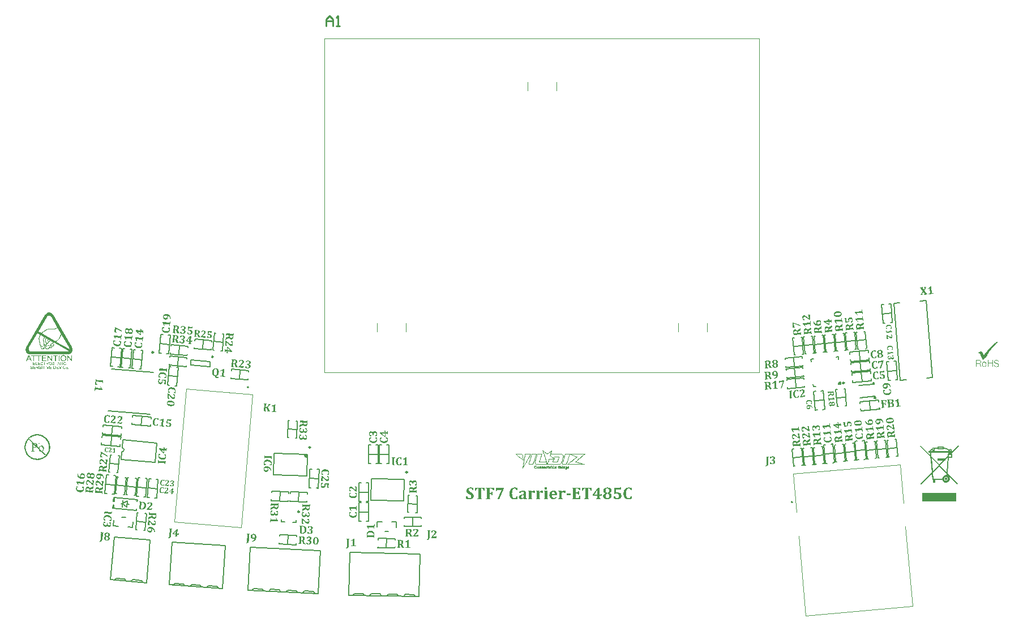
<source format=gto>
G04*
G04 #@! TF.GenerationSoftware,Altium Limited,Altium Designer,19.0.11 (319)*
G04*
G04 Layer_Color=65535*
%FSLAX44Y44*%
%MOMM*%
G71*
G01*
G75*
%ADD10C,0.2540*%
%ADD11C,0.2500*%
%ADD12C,0.2000*%
%ADD13C,0.1000*%
%ADD14C,0.1500*%
%ADD15C,0.1270*%
%ADD16C,0.0640*%
%ADD17C,0.0300*%
G36*
X-291650Y-407243D02*
X-296646Y-407042D01*
X-296726Y-409040D01*
X-293849Y-412159D01*
X-291850Y-412239D01*
X-291650Y-407243D01*
D02*
G37*
G36*
X505509Y-301835D02*
X502022Y-302140D01*
X501891Y-300646D01*
X503709Y-298479D01*
X505204Y-298349D01*
X505509Y-301835D01*
D02*
G37*
G36*
X66599Y-459508D02*
X63156D01*
Y-456454D01*
X66599D01*
Y-459508D01*
D02*
G37*
G36*
X-47226Y-456593D02*
X-46921D01*
X-46560Y-456621D01*
X-45810Y-456704D01*
X-45755D01*
X-45616Y-456732D01*
X-45422Y-456760D01*
X-45144Y-456787D01*
X-44783Y-456843D01*
X-44395Y-456926D01*
X-43978Y-457010D01*
X-43506Y-457121D01*
Y-460730D01*
X-45200D01*
Y-460674D01*
X-45255Y-460563D01*
X-45311Y-460396D01*
X-45366Y-460174D01*
X-45561Y-459675D01*
X-45672Y-459397D01*
X-45810Y-459175D01*
X-45838Y-459147D01*
X-45866Y-459092D01*
X-45949Y-458981D01*
X-46060Y-458842D01*
X-46338Y-458564D01*
X-46532Y-458425D01*
X-46727Y-458314D01*
X-46754D01*
X-46838Y-458259D01*
X-46949Y-458231D01*
X-47115Y-458176D01*
X-47310Y-458120D01*
X-47532Y-458092D01*
X-47809Y-458037D01*
X-48365D01*
X-48531Y-458064D01*
X-48948Y-458148D01*
X-49392Y-458287D01*
X-49419D01*
X-49475Y-458342D01*
X-49586Y-458398D01*
X-49697Y-458481D01*
X-50002Y-458703D01*
X-50280Y-459036D01*
Y-459064D01*
X-50336Y-459119D01*
X-50363Y-459230D01*
X-50419Y-459369D01*
X-50475Y-459536D01*
X-50530Y-459758D01*
X-50558Y-459980D01*
X-50585Y-460230D01*
Y-460258D01*
Y-460341D01*
X-50558Y-460480D01*
Y-460646D01*
X-50475Y-461063D01*
X-50308Y-461479D01*
X-50280Y-461507D01*
X-50252Y-461562D01*
X-50197Y-461674D01*
X-50086Y-461812D01*
X-49975Y-461951D01*
X-49808Y-462146D01*
X-49614Y-462312D01*
X-49392Y-462506D01*
X-49364Y-462534D01*
X-49253Y-462590D01*
X-49114Y-462701D01*
X-48892Y-462840D01*
X-48614Y-463006D01*
X-48281Y-463200D01*
X-47893Y-463423D01*
X-47448Y-463672D01*
X-47421D01*
X-47393Y-463700D01*
X-47310Y-463756D01*
X-47199Y-463811D01*
X-46921Y-463978D01*
X-46560Y-464172D01*
X-46199Y-464422D01*
X-45783Y-464672D01*
X-45394Y-464949D01*
X-45033Y-465255D01*
X-45005Y-465283D01*
X-44894Y-465394D01*
X-44728Y-465532D01*
X-44533Y-465755D01*
X-44311Y-465977D01*
X-44117Y-466282D01*
X-43895Y-466587D01*
X-43728Y-466921D01*
X-43700Y-466948D01*
X-43673Y-467087D01*
X-43589Y-467254D01*
X-43506Y-467504D01*
X-43451Y-467809D01*
X-43367Y-468170D01*
X-43340Y-468559D01*
X-43312Y-469003D01*
Y-469031D01*
Y-469058D01*
Y-469142D01*
Y-469253D01*
X-43340Y-469558D01*
X-43395Y-469919D01*
X-43478Y-470335D01*
X-43617Y-470807D01*
X-43784Y-471251D01*
X-44034Y-471696D01*
X-44061Y-471751D01*
X-44173Y-471890D01*
X-44339Y-472084D01*
X-44561Y-472334D01*
X-44839Y-472612D01*
X-45200Y-472890D01*
X-45616Y-473167D01*
X-46116Y-473417D01*
X-46144D01*
X-46171Y-473445D01*
X-46255Y-473473D01*
X-46366Y-473500D01*
X-46643Y-473611D01*
X-47004Y-473695D01*
X-47476Y-473806D01*
X-48004Y-473917D01*
X-48614Y-473972D01*
X-49253Y-474000D01*
X-49725D01*
X-50058Y-473972D01*
X-50475D01*
X-50919Y-473945D01*
X-51391Y-473917D01*
X-51918Y-473861D01*
X-51974D01*
X-52140Y-473833D01*
X-52418Y-473806D01*
X-52751Y-473750D01*
X-53140Y-473695D01*
X-53584Y-473639D01*
X-54500Y-473445D01*
Y-469614D01*
X-52779D01*
Y-469641D01*
X-52751Y-469669D01*
Y-469752D01*
X-52723Y-469863D01*
X-52640Y-470113D01*
X-52529Y-470446D01*
X-52390Y-470807D01*
X-52224Y-471168D01*
X-52001Y-471529D01*
X-51751Y-471834D01*
X-51724Y-471862D01*
X-51613Y-471946D01*
X-51446Y-472057D01*
X-51196Y-472195D01*
X-50891Y-472334D01*
X-50530Y-472445D01*
X-50086Y-472529D01*
X-49586Y-472556D01*
X-49475D01*
X-49336Y-472529D01*
X-49142D01*
X-48726Y-472445D01*
X-48281Y-472307D01*
X-48253D01*
X-48170Y-472251D01*
X-48087Y-472195D01*
X-47948Y-472112D01*
X-47643Y-471862D01*
X-47476Y-471696D01*
X-47337Y-471501D01*
X-47310Y-471474D01*
X-47282Y-471390D01*
X-47226Y-471279D01*
X-47143Y-471113D01*
X-47087Y-470918D01*
X-47032Y-470668D01*
X-47004Y-470419D01*
X-46976Y-470113D01*
Y-470085D01*
Y-469975D01*
X-47004Y-469836D01*
Y-469641D01*
X-47115Y-469225D01*
X-47171Y-469003D01*
X-47282Y-468781D01*
Y-468753D01*
X-47337Y-468670D01*
X-47393Y-468559D01*
X-47504Y-468420D01*
X-47615Y-468253D01*
X-47782Y-468087D01*
X-47976Y-467892D01*
X-48198Y-467698D01*
X-48226Y-467670D01*
X-48309Y-467615D01*
X-48448Y-467504D01*
X-48642Y-467365D01*
X-48892Y-467198D01*
X-49197Y-467004D01*
X-49558Y-466810D01*
X-49947Y-466615D01*
X-50002Y-466587D01*
X-50114Y-466532D01*
X-50308Y-466421D01*
X-50530Y-466310D01*
X-50808Y-466143D01*
X-51113Y-465977D01*
X-51724Y-465588D01*
X-51751Y-465560D01*
X-51863Y-465505D01*
X-52001Y-465394D01*
X-52168Y-465255D01*
X-52390Y-465088D01*
X-52612Y-464894D01*
X-53056Y-464450D01*
X-53084Y-464422D01*
X-53140Y-464339D01*
X-53251Y-464200D01*
X-53362Y-464033D01*
X-53501Y-463839D01*
X-53639Y-463589D01*
X-53917Y-463062D01*
Y-463034D01*
X-53973Y-462923D01*
X-54000Y-462784D01*
X-54056Y-462562D01*
X-54111Y-462312D01*
X-54167Y-462034D01*
X-54195Y-461701D01*
X-54222Y-461368D01*
Y-461340D01*
Y-461313D01*
Y-461229D01*
Y-461118D01*
X-54195Y-460841D01*
X-54139Y-460480D01*
X-54028Y-460063D01*
X-53917Y-459619D01*
X-53723Y-459175D01*
X-53473Y-458759D01*
X-53445Y-458703D01*
X-53334Y-458592D01*
X-53140Y-458398D01*
X-52917Y-458148D01*
X-52584Y-457870D01*
X-52224Y-457620D01*
X-51779Y-457343D01*
X-51280Y-457121D01*
X-51252D01*
X-51224Y-457093D01*
X-51141Y-457065D01*
X-51030Y-457037D01*
X-50891Y-456982D01*
X-50724Y-456954D01*
X-50308Y-456843D01*
X-49836Y-456732D01*
X-49253Y-456649D01*
X-48614Y-456593D01*
X-47920Y-456565D01*
X-47504D01*
X-47226Y-456593D01*
D02*
G37*
G36*
X116404Y-460757D02*
X114683D01*
Y-460730D01*
X114655Y-460702D01*
X114627Y-460563D01*
X114544Y-460369D01*
X114433Y-460119D01*
X114211Y-459564D01*
X114100Y-459342D01*
X113989Y-459147D01*
Y-459119D01*
X113933Y-459064D01*
X113794Y-458897D01*
X113572Y-458703D01*
X113295Y-458481D01*
X113267D01*
X113211Y-458453D01*
X113128Y-458398D01*
X112989Y-458342D01*
X112795Y-458314D01*
X112545Y-458259D01*
X112268Y-458231D01*
X109214D01*
Y-464228D01*
X111074D01*
X111185Y-464200D01*
X111462Y-464172D01*
X111712Y-464089D01*
X111740D01*
X111768Y-464061D01*
X111907Y-463950D01*
X112073Y-463783D01*
X112240Y-463561D01*
Y-463534D01*
X112268Y-463478D01*
X112323Y-463395D01*
X112379Y-463284D01*
X112434Y-463117D01*
X112490Y-462923D01*
X112573Y-462701D01*
X112628Y-462423D01*
X114044D01*
Y-467504D01*
X112628D01*
Y-467476D01*
X112601Y-467393D01*
X112573Y-467254D01*
X112517Y-467087D01*
X112406Y-466726D01*
X112323Y-466560D01*
X112240Y-466393D01*
Y-466365D01*
X112212Y-466338D01*
X112101Y-466171D01*
X111934Y-466004D01*
X111740Y-465866D01*
X111685Y-465838D01*
X111518Y-465782D01*
X111407Y-465755D01*
X111268Y-465727D01*
X111074Y-465699D01*
X109214D01*
Y-472362D01*
X112184D01*
X112434Y-472334D01*
X112656Y-472307D01*
X112712D01*
X112851Y-472251D01*
X113017Y-472195D01*
X113184Y-472112D01*
X113239Y-472084D01*
X113350Y-472001D01*
X113489Y-471890D01*
X113656Y-471751D01*
X113683Y-471696D01*
X113794Y-471585D01*
X113905Y-471418D01*
X114044Y-471224D01*
X114072Y-471168D01*
X114155Y-471029D01*
X114266Y-470807D01*
X114405Y-470502D01*
Y-470474D01*
X114433Y-470419D01*
X114488Y-470308D01*
X114544Y-470169D01*
X114600Y-470002D01*
X114655Y-469780D01*
X114738Y-469530D01*
X114822Y-469253D01*
X116515D01*
X116293Y-473806D01*
X104022D01*
Y-473000D01*
X104050D01*
X104106Y-472973D01*
X104272Y-472917D01*
X104522Y-472834D01*
X104744Y-472723D01*
X104799Y-472695D01*
X104911Y-472612D01*
X105022Y-472501D01*
X105133Y-472334D01*
X105160Y-472279D01*
X105216Y-472168D01*
X105272Y-471946D01*
X105299Y-471696D01*
Y-471668D01*
Y-471612D01*
X105327Y-471529D01*
Y-471418D01*
X105355Y-471085D01*
Y-470696D01*
Y-459925D01*
Y-459897D01*
Y-459813D01*
Y-459730D01*
Y-459591D01*
Y-459258D01*
X105327Y-458953D01*
Y-458925D01*
Y-458870D01*
X105299Y-458703D01*
X105244Y-458509D01*
X105160Y-458287D01*
X105133Y-458231D01*
X105049Y-458148D01*
X104938Y-458009D01*
X104744Y-457898D01*
X104689Y-457870D01*
X104550Y-457787D01*
X104328Y-457704D01*
X104022Y-457593D01*
Y-456787D01*
X116404D01*
Y-460757D01*
D02*
G37*
G36*
X-12773Y-460757D02*
X-14495D01*
Y-460730D01*
X-14522Y-460702D01*
X-14550Y-460563D01*
X-14634Y-460369D01*
X-14744Y-460119D01*
X-14967Y-459564D01*
X-15105Y-459342D01*
X-15216Y-459147D01*
Y-459119D01*
X-15272Y-459064D01*
X-15411Y-458897D01*
X-15605Y-458703D01*
X-15883Y-458481D01*
X-15911D01*
X-15966Y-458453D01*
X-16049Y-458398D01*
X-16188Y-458342D01*
X-16382Y-458314D01*
X-16632Y-458259D01*
X-16910Y-458231D01*
X-19658D01*
Y-464589D01*
X-17854D01*
X-17715Y-464561D01*
X-17437Y-464505D01*
X-17160Y-464422D01*
X-17132D01*
X-17104Y-464394D01*
X-16966Y-464283D01*
X-16799Y-464089D01*
X-16632Y-463811D01*
Y-463783D01*
X-16605Y-463728D01*
X-16549Y-463645D01*
X-16494Y-463506D01*
X-16438Y-463339D01*
X-16382Y-463117D01*
X-16327Y-462895D01*
X-16271Y-462617D01*
X-14883D01*
Y-468059D01*
X-16271D01*
Y-468031D01*
X-16299Y-467920D01*
X-16327Y-467781D01*
X-16382Y-467615D01*
X-16494Y-467198D01*
X-16577Y-467004D01*
X-16660Y-466837D01*
Y-466810D01*
X-16688Y-466754D01*
X-16799Y-466587D01*
X-16966Y-466393D01*
X-17188Y-466227D01*
X-17243Y-466199D01*
X-17410Y-466143D01*
X-17687Y-466088D01*
X-18048Y-466060D01*
X-19658D01*
Y-470696D01*
Y-470724D01*
Y-470807D01*
Y-470918D01*
Y-471057D01*
Y-471390D01*
X-19631Y-471696D01*
Y-471751D01*
X-19603Y-471890D01*
X-19547Y-472057D01*
X-19492Y-472251D01*
X-19464Y-472279D01*
X-19409Y-472362D01*
X-19242Y-472584D01*
X-19214Y-472612D01*
X-19131Y-472667D01*
X-19020Y-472751D01*
X-18853Y-472834D01*
X-18798Y-472862D01*
X-18659Y-472890D01*
X-18437Y-472945D01*
X-18132Y-473001D01*
Y-473806D01*
X-24850D01*
Y-473001D01*
X-24822D01*
X-24767Y-472973D01*
X-24600Y-472917D01*
X-24350Y-472834D01*
X-24128Y-472751D01*
X-24073Y-472723D01*
X-23962Y-472640D01*
X-23851Y-472501D01*
X-23740Y-472334D01*
X-23712Y-472279D01*
X-23656Y-472168D01*
X-23601Y-471946D01*
X-23573Y-471696D01*
Y-471668D01*
Y-471612D01*
X-23545Y-471529D01*
Y-471418D01*
Y-471251D01*
X-23517Y-471085D01*
Y-470668D01*
Y-459925D01*
Y-459897D01*
Y-459813D01*
Y-459730D01*
Y-459591D01*
Y-459258D01*
X-23545Y-458953D01*
Y-458925D01*
Y-458870D01*
X-23573Y-458703D01*
X-23628Y-458509D01*
X-23712Y-458287D01*
X-23740Y-458231D01*
X-23823Y-458148D01*
X-23934Y-458009D01*
X-24128Y-457898D01*
X-24184Y-457870D01*
X-24323Y-457787D01*
X-24545Y-457704D01*
X-24850Y-457593D01*
Y-456787D01*
X-12773D01*
Y-460757D01*
D02*
G37*
G36*
X189335Y-456593D02*
X189696D01*
X190085Y-456621D01*
X190862Y-456704D01*
X190918D01*
X191029Y-456732D01*
X191251Y-456760D01*
X191529Y-456815D01*
X191834Y-456871D01*
X192195Y-456954D01*
X192584Y-457065D01*
X193000Y-457176D01*
Y-460785D01*
X191306D01*
Y-460757D01*
Y-460730D01*
X191251Y-460563D01*
X191168Y-460313D01*
X191084Y-459980D01*
X190946Y-459647D01*
X190779Y-459314D01*
X190585Y-458981D01*
X190363Y-458703D01*
X190335Y-458675D01*
X190252Y-458592D01*
X190113Y-458481D01*
X189918Y-458370D01*
X189669Y-458259D01*
X189391Y-458148D01*
X189058Y-458064D01*
X188669Y-458037D01*
X188475D01*
X188336Y-458064D01*
X188169Y-458092D01*
X188003Y-458148D01*
X187559Y-458259D01*
X187059Y-458509D01*
X186809Y-458647D01*
X186587Y-458842D01*
X186337Y-459036D01*
X186087Y-459314D01*
X185865Y-459591D01*
X185671Y-459925D01*
Y-459952D01*
X185615Y-460008D01*
X185588Y-460119D01*
X185504Y-460285D01*
X185449Y-460480D01*
X185365Y-460730D01*
X185254Y-461007D01*
X185171Y-461340D01*
X185088Y-461701D01*
X184977Y-462118D01*
X184893Y-462590D01*
X184838Y-463089D01*
X184755Y-463645D01*
X184727Y-464228D01*
X184671Y-464866D01*
Y-465532D01*
Y-465560D01*
Y-465671D01*
Y-465866D01*
X184699Y-466088D01*
Y-466393D01*
X184727Y-466726D01*
X184755Y-467087D01*
X184782Y-467476D01*
X184893Y-468336D01*
X185060Y-469197D01*
X185282Y-470030D01*
X185421Y-470419D01*
X185588Y-470779D01*
Y-470807D01*
X185643Y-470863D01*
X185699Y-470946D01*
X185754Y-471057D01*
X185976Y-471335D01*
X186282Y-471668D01*
X186642Y-472001D01*
X187114Y-472279D01*
X187392Y-472390D01*
X187670Y-472473D01*
X187975Y-472528D01*
X188308Y-472556D01*
X188475D01*
X188641Y-472528D01*
X188836D01*
X189308Y-472417D01*
X189557Y-472362D01*
X189780Y-472251D01*
X189807Y-472223D01*
X189891Y-472195D01*
X189974Y-472112D01*
X190113Y-472029D01*
X190252Y-471890D01*
X190418Y-471723D01*
X190557Y-471557D01*
X190696Y-471335D01*
X190723Y-471307D01*
X190751Y-471224D01*
X190835Y-471085D01*
X190918Y-470891D01*
X191001Y-470641D01*
X191112Y-470363D01*
X191223Y-470002D01*
X191306Y-469613D01*
X193000D01*
Y-473389D01*
X192945D01*
X192778Y-473445D01*
X192500Y-473500D01*
X192167Y-473583D01*
X191806Y-473639D01*
X191362Y-473722D01*
X190501Y-473861D01*
X190446D01*
X190307Y-473889D01*
X190085Y-473917D01*
X189780D01*
X189419Y-473944D01*
X189030Y-473972D01*
X188586Y-474000D01*
X187892D01*
X187697Y-473972D01*
X187475D01*
X187225Y-473944D01*
X186948Y-473917D01*
X186642Y-473889D01*
X185948Y-473778D01*
X185254Y-473611D01*
X184560Y-473389D01*
X183894Y-473084D01*
X183866D01*
X183811Y-473028D01*
X183727Y-472973D01*
X183616Y-472917D01*
X183339Y-472695D01*
X182978Y-472362D01*
X182589Y-471973D01*
X182173Y-471501D01*
X181812Y-470918D01*
X181479Y-470252D01*
Y-470224D01*
X181451Y-470169D01*
X181395Y-470058D01*
X181368Y-469919D01*
X181312Y-469725D01*
X181229Y-469502D01*
X181173Y-469253D01*
X181090Y-468947D01*
X181007Y-468614D01*
X180951Y-468253D01*
X180896Y-467864D01*
X180812Y-467448D01*
X180785Y-466976D01*
X180729Y-466504D01*
X180701Y-465477D01*
Y-465449D01*
Y-465366D01*
Y-465199D01*
X180729Y-465033D01*
Y-464783D01*
X180757Y-464505D01*
X180785Y-464200D01*
X180812Y-463867D01*
X180924Y-463117D01*
X181090Y-462340D01*
X181312Y-461535D01*
X181618Y-460757D01*
Y-460730D01*
X181673Y-460674D01*
X181701Y-460563D01*
X181784Y-460424D01*
X181895Y-460258D01*
X182006Y-460063D01*
X182312Y-459619D01*
X182673Y-459119D01*
X183144Y-458620D01*
X183672Y-458120D01*
X184310Y-457676D01*
X184338D01*
X184394Y-457620D01*
X184505Y-457565D01*
X184644Y-457509D01*
X184810Y-457426D01*
X185005Y-457315D01*
X185254Y-457232D01*
X185532Y-457121D01*
X185810Y-457010D01*
X186143Y-456926D01*
X186865Y-456732D01*
X187697Y-456621D01*
X188586Y-456565D01*
X189030D01*
X189335Y-456593D01*
D02*
G37*
G36*
X18764Y-456593D02*
X19125D01*
X19514Y-456621D01*
X20291Y-456704D01*
X20347D01*
X20458Y-456732D01*
X20680Y-456760D01*
X20958Y-456815D01*
X21263Y-456871D01*
X21624Y-456954D01*
X22013Y-457065D01*
X22429Y-457176D01*
Y-460785D01*
X20736D01*
Y-460757D01*
Y-460730D01*
X20680Y-460563D01*
X20597Y-460313D01*
X20514Y-459980D01*
X20375Y-459647D01*
X20208Y-459314D01*
X20014Y-458981D01*
X19792Y-458703D01*
X19764Y-458675D01*
X19681Y-458592D01*
X19542Y-458481D01*
X19347Y-458370D01*
X19098Y-458259D01*
X18820Y-458148D01*
X18487Y-458064D01*
X18098Y-458037D01*
X17904D01*
X17765Y-458064D01*
X17598Y-458092D01*
X17432Y-458148D01*
X16988Y-458259D01*
X16488Y-458509D01*
X16238Y-458647D01*
X16016Y-458842D01*
X15766Y-459036D01*
X15516Y-459314D01*
X15294Y-459591D01*
X15100Y-459925D01*
Y-459952D01*
X15044Y-460008D01*
X15017Y-460119D01*
X14933Y-460285D01*
X14878Y-460480D01*
X14794Y-460730D01*
X14683Y-461007D01*
X14600Y-461340D01*
X14517Y-461701D01*
X14406Y-462118D01*
X14323Y-462590D01*
X14267Y-463089D01*
X14184Y-463645D01*
X14156Y-464228D01*
X14100Y-464866D01*
Y-465532D01*
Y-465560D01*
Y-465671D01*
Y-465866D01*
X14128Y-466088D01*
Y-466393D01*
X14156Y-466726D01*
X14184Y-467087D01*
X14211Y-467476D01*
X14323Y-468336D01*
X14489Y-469197D01*
X14711Y-470030D01*
X14850Y-470419D01*
X15017Y-470780D01*
Y-470807D01*
X15072Y-470863D01*
X15128Y-470946D01*
X15183Y-471057D01*
X15405Y-471335D01*
X15711Y-471668D01*
X16071Y-472001D01*
X16544Y-472279D01*
X16821Y-472390D01*
X17099Y-472473D01*
X17404Y-472529D01*
X17737Y-472556D01*
X17904D01*
X18070Y-472529D01*
X18265Y-472529D01*
X18737Y-472417D01*
X18987Y-472362D01*
X19209Y-472251D01*
X19236Y-472223D01*
X19320Y-472195D01*
X19403Y-472112D01*
X19542Y-472029D01*
X19681Y-471890D01*
X19847Y-471724D01*
X19986Y-471557D01*
X20125Y-471335D01*
X20153Y-471307D01*
X20180Y-471224D01*
X20264Y-471085D01*
X20347Y-470891D01*
X20430Y-470641D01*
X20541Y-470363D01*
X20652Y-470002D01*
X20736Y-469613D01*
X22429D01*
Y-473389D01*
X22373D01*
X22207Y-473445D01*
X21929Y-473500D01*
X21596Y-473583D01*
X21235Y-473639D01*
X20791Y-473722D01*
X19930Y-473861D01*
X19875D01*
X19736Y-473889D01*
X19514Y-473917D01*
X19209D01*
X18848Y-473944D01*
X18459Y-473972D01*
X18015Y-474000D01*
X17321D01*
X17126Y-473972D01*
X16904D01*
X16654Y-473945D01*
X16377Y-473917D01*
X16071Y-473889D01*
X15378Y-473778D01*
X14683Y-473611D01*
X13989Y-473389D01*
X13323Y-473084D01*
X13295D01*
X13240Y-473028D01*
X13156Y-472973D01*
X13045Y-472917D01*
X12768Y-472695D01*
X12407Y-472362D01*
X12018Y-471973D01*
X11602Y-471501D01*
X11241Y-470918D01*
X10908Y-470252D01*
Y-470224D01*
X10880Y-470169D01*
X10825Y-470058D01*
X10797Y-469919D01*
X10741Y-469725D01*
X10658Y-469502D01*
X10602Y-469253D01*
X10519Y-468947D01*
X10436Y-468614D01*
X10380Y-468253D01*
X10325Y-467864D01*
X10242Y-467448D01*
X10214Y-466976D01*
X10158Y-466504D01*
X10130Y-465477D01*
Y-465449D01*
Y-465366D01*
Y-465199D01*
X10158Y-465033D01*
Y-464783D01*
X10186Y-464505D01*
X10214Y-464200D01*
X10242Y-463867D01*
X10352Y-463117D01*
X10519Y-462340D01*
X10741Y-461535D01*
X11047Y-460757D01*
Y-460730D01*
X11102Y-460674D01*
X11130Y-460563D01*
X11213Y-460424D01*
X11324Y-460258D01*
X11435Y-460063D01*
X11741Y-459619D01*
X12102Y-459119D01*
X12573Y-458620D01*
X13101Y-458120D01*
X13740Y-457676D01*
X13767D01*
X13823Y-457620D01*
X13934Y-457565D01*
X14073Y-457509D01*
X14239Y-457426D01*
X14433Y-457315D01*
X14683Y-457232D01*
X14961Y-457121D01*
X15239Y-457010D01*
X15572Y-456926D01*
X16294Y-456732D01*
X17126Y-456621D01*
X18015Y-456565D01*
X18459Y-456565D01*
X18764Y-456593D01*
D02*
G37*
G36*
X133089Y-461146D02*
X131396D01*
Y-461118D01*
X131368Y-461007D01*
X131312Y-460868D01*
X131257Y-460674D01*
X131118Y-460285D01*
X131063Y-460091D01*
X131007Y-459925D01*
Y-459897D01*
X130979Y-459841D01*
X130924Y-459675D01*
X130813Y-459453D01*
X130702Y-459230D01*
X130674Y-459175D01*
X130591Y-459064D01*
X130479Y-458925D01*
X130341Y-458759D01*
X130313Y-458731D01*
X130230Y-458647D01*
X130119Y-458536D01*
X129952Y-458453D01*
X129924Y-458425D01*
X129813Y-458398D01*
X129647Y-458342D01*
X129425Y-458287D01*
X129369D01*
X129202Y-458259D01*
X128953Y-458231D01*
X127703D01*
Y-470696D01*
Y-470724D01*
Y-470807D01*
Y-470918D01*
Y-471057D01*
Y-471390D01*
X127731Y-471696D01*
Y-471751D01*
X127759Y-471890D01*
X127814Y-472057D01*
X127870Y-472251D01*
X127898Y-472279D01*
X127953Y-472362D01*
X128120Y-472584D01*
X128147Y-472612D01*
X128231Y-472667D01*
X128342Y-472751D01*
X128508Y-472834D01*
X128564Y-472862D01*
X128703Y-472890D01*
X128897Y-472945D01*
X129202Y-473000D01*
Y-473806D01*
X122317D01*
Y-473000D01*
X122345D01*
X122401Y-472973D01*
X122512D01*
X122623Y-472945D01*
X122900Y-472862D01*
X123150Y-472778D01*
X123178D01*
X123206Y-472751D01*
X123317Y-472667D01*
X123456Y-472529D01*
X123595Y-472362D01*
X123622Y-472307D01*
X123678Y-472168D01*
X123761Y-471973D01*
X123789Y-471696D01*
Y-471668D01*
Y-471612D01*
Y-471529D01*
X123817Y-471418D01*
Y-471085D01*
Y-470696D01*
Y-458231D01*
X122567D01*
X122401Y-458259D01*
X122012Y-458314D01*
X121818Y-458370D01*
X121651Y-458425D01*
X121623D01*
X121596Y-458453D01*
X121429Y-458564D01*
X121207Y-458731D01*
X120957Y-458981D01*
Y-459008D01*
X120902Y-459036D01*
X120846Y-459119D01*
X120791Y-459230D01*
X120707Y-459369D01*
X120624Y-459564D01*
X120541Y-459758D01*
X120457Y-459980D01*
Y-460008D01*
X120430Y-460091D01*
X120402Y-460202D01*
X120346Y-460341D01*
X120235Y-460730D01*
X120124Y-461146D01*
X118403D01*
Y-456787D01*
X133089D01*
Y-461146D01*
D02*
G37*
G36*
X-26904Y-461146D02*
X-28598D01*
Y-461118D01*
X-28626Y-461007D01*
X-28681Y-460868D01*
X-28737Y-460674D01*
X-28876Y-460285D01*
X-28931Y-460091D01*
X-28986Y-459925D01*
Y-459897D01*
X-29014Y-459841D01*
X-29070Y-459675D01*
X-29181Y-459453D01*
X-29292Y-459230D01*
X-29320Y-459175D01*
X-29403Y-459064D01*
X-29514Y-458925D01*
X-29653Y-458759D01*
X-29681Y-458731D01*
X-29764Y-458647D01*
X-29875Y-458536D01*
X-30041Y-458453D01*
X-30069Y-458425D01*
X-30180Y-458398D01*
X-30347Y-458342D01*
X-30569Y-458287D01*
X-30624D01*
X-30791Y-458259D01*
X-31041Y-458231D01*
X-32290D01*
Y-470696D01*
Y-470724D01*
Y-470807D01*
Y-470918D01*
Y-471057D01*
Y-471390D01*
X-32262Y-471696D01*
Y-471751D01*
X-32235Y-471890D01*
X-32179Y-472057D01*
X-32124Y-472251D01*
X-32096Y-472279D01*
X-32040Y-472362D01*
X-31874Y-472584D01*
X-31846Y-472612D01*
X-31763Y-472667D01*
X-31652Y-472751D01*
X-31485Y-472834D01*
X-31430Y-472862D01*
X-31291Y-472890D01*
X-31096Y-472945D01*
X-30791Y-473001D01*
Y-473806D01*
X-37676D01*
Y-473001D01*
X-37648D01*
X-37593Y-472973D01*
X-37482D01*
X-37371Y-472945D01*
X-37093Y-472862D01*
X-36843Y-472779D01*
X-36816D01*
X-36788Y-472751D01*
X-36677Y-472667D01*
X-36538Y-472529D01*
X-36399Y-472362D01*
X-36371Y-472307D01*
X-36316Y-472168D01*
X-36233Y-471973D01*
X-36205Y-471696D01*
Y-471668D01*
Y-471612D01*
Y-471529D01*
X-36177Y-471418D01*
Y-471085D01*
Y-470696D01*
Y-458231D01*
X-37426D01*
X-37593Y-458259D01*
X-37982Y-458314D01*
X-38176Y-458370D01*
X-38342Y-458425D01*
X-38370D01*
X-38398Y-458453D01*
X-38565Y-458564D01*
X-38787Y-458731D01*
X-39036Y-458981D01*
Y-459008D01*
X-39092Y-459036D01*
X-39148Y-459119D01*
X-39203Y-459230D01*
X-39286Y-459369D01*
X-39370Y-459564D01*
X-39453Y-459758D01*
X-39536Y-459980D01*
Y-460008D01*
X-39564Y-460091D01*
X-39592Y-460202D01*
X-39647Y-460341D01*
X-39758Y-460730D01*
X-39869Y-461146D01*
X-41591D01*
Y-456787D01*
X-26904D01*
Y-461146D01*
D02*
G37*
G36*
X92751Y-461257D02*
X92973D01*
X93250Y-461285D01*
X93861Y-461396D01*
Y-464838D01*
X91585D01*
Y-464811D01*
X91557Y-464727D01*
X91501Y-464589D01*
X91446Y-464422D01*
X91279Y-464061D01*
X91168Y-463895D01*
X91030Y-463728D01*
X91002Y-463700D01*
X90974Y-463672D01*
X90891Y-463617D01*
X90780Y-463534D01*
X90502Y-463395D01*
X90308Y-463367D01*
X90113Y-463339D01*
X90058D01*
X89947Y-463367D01*
X89752Y-463395D01*
X89530Y-463506D01*
X89502D01*
X89475Y-463534D01*
X89336Y-463617D01*
X89114Y-463783D01*
X88892Y-463978D01*
X88836Y-464033D01*
X88753Y-464172D01*
X88614Y-464366D01*
X88503Y-464616D01*
X88475Y-464672D01*
X88448Y-464811D01*
X88392Y-465005D01*
X88336Y-465255D01*
Y-465283D01*
Y-465310D01*
Y-465394D01*
Y-465505D01*
X88309Y-465644D01*
Y-465810D01*
Y-466004D01*
Y-466227D01*
Y-470224D01*
Y-470280D01*
Y-470419D01*
Y-470613D01*
Y-470863D01*
X88336Y-471418D01*
X88364Y-471668D01*
X88392Y-471862D01*
Y-471890D01*
X88420Y-471946D01*
X88448Y-472029D01*
X88475Y-472140D01*
X88586Y-472390D01*
X88753Y-472612D01*
X88808Y-472667D01*
X88864Y-472695D01*
X88947Y-472751D01*
X89086Y-472834D01*
X89225Y-472890D01*
X89419Y-472945D01*
X89641Y-473000D01*
Y-473806D01*
X83478D01*
Y-473000D01*
X83506D01*
X83589Y-472973D01*
X83673Y-472945D01*
X83811Y-472890D01*
X84089Y-472751D01*
X84200Y-472667D01*
X84311Y-472584D01*
X84339Y-472529D01*
X84422Y-472390D01*
X84533Y-472168D01*
X84616Y-471862D01*
Y-471834D01*
X84644Y-471779D01*
Y-471668D01*
X84672Y-471501D01*
Y-471279D01*
X84700Y-470974D01*
Y-470641D01*
Y-470224D01*
Y-465088D01*
Y-465061D01*
Y-464949D01*
Y-464783D01*
Y-464561D01*
Y-464117D01*
X84672Y-463922D01*
Y-463728D01*
Y-463700D01*
Y-463645D01*
X84644Y-463478D01*
X84589Y-463256D01*
X84505Y-463034D01*
X84478Y-462978D01*
X84422Y-462867D01*
X84311Y-462729D01*
X84144Y-462590D01*
X84089Y-462562D01*
X84033Y-462534D01*
X83950Y-462479D01*
X83839Y-462423D01*
X83700Y-462368D01*
X83534Y-462340D01*
X83312Y-462284D01*
Y-461424D01*
X86754Y-461340D01*
X88309D01*
X88142Y-463228D01*
X88309Y-463256D01*
X88364Y-463200D01*
X88475Y-463089D01*
X88642Y-462895D01*
X88892Y-462645D01*
X89169Y-462395D01*
X89475Y-462146D01*
X89808Y-461896D01*
X90169Y-461701D01*
X90224Y-461674D01*
X90335Y-461618D01*
X90530Y-461562D01*
X90807Y-461451D01*
X91113Y-461368D01*
X91446Y-461313D01*
X91835Y-461257D01*
X92251Y-461229D01*
X92529D01*
X92751Y-461257D01*
D02*
G37*
G36*
X59325D02*
X59547D01*
X59825Y-461285D01*
X60436Y-461396D01*
Y-464838D01*
X58159D01*
Y-464811D01*
X58131Y-464727D01*
X58076Y-464589D01*
X58020Y-464422D01*
X57854Y-464061D01*
X57743Y-463895D01*
X57604Y-463728D01*
X57576Y-463700D01*
X57548Y-463672D01*
X57465Y-463617D01*
X57354Y-463534D01*
X57076Y-463395D01*
X56882Y-463367D01*
X56688Y-463339D01*
X56632D01*
X56521Y-463367D01*
X56327Y-463395D01*
X56105Y-463506D01*
X56077D01*
X56049Y-463534D01*
X55910Y-463617D01*
X55688Y-463783D01*
X55466Y-463978D01*
X55411Y-464033D01*
X55327Y-464172D01*
X55188Y-464366D01*
X55077Y-464616D01*
X55050Y-464672D01*
X55022Y-464811D01*
X54966Y-465005D01*
X54911Y-465255D01*
Y-465283D01*
Y-465310D01*
Y-465394D01*
Y-465505D01*
X54883Y-465644D01*
Y-465810D01*
Y-466004D01*
Y-466227D01*
Y-470224D01*
Y-470280D01*
Y-470419D01*
Y-470613D01*
Y-470863D01*
X54911Y-471418D01*
X54939Y-471668D01*
X54966Y-471862D01*
Y-471890D01*
X54994Y-471946D01*
X55022Y-472029D01*
X55050Y-472140D01*
X55161Y-472390D01*
X55327Y-472612D01*
X55383Y-472667D01*
X55438Y-472695D01*
X55522Y-472751D01*
X55660Y-472834D01*
X55799Y-472890D01*
X55994Y-472945D01*
X56216Y-473000D01*
Y-473806D01*
X50052D01*
Y-473000D01*
X50080D01*
X50163Y-472973D01*
X50247Y-472945D01*
X50386Y-472890D01*
X50663Y-472751D01*
X50774Y-472667D01*
X50885Y-472584D01*
X50913Y-472529D01*
X50996Y-472390D01*
X51107Y-472168D01*
X51191Y-471862D01*
Y-471834D01*
X51219Y-471779D01*
Y-471668D01*
X51246Y-471501D01*
Y-471279D01*
X51274Y-470974D01*
Y-470641D01*
Y-470224D01*
Y-465088D01*
Y-465061D01*
Y-464949D01*
Y-464783D01*
Y-464561D01*
Y-464117D01*
X51246Y-463922D01*
Y-463728D01*
Y-463700D01*
Y-463645D01*
X51219Y-463478D01*
X51163Y-463256D01*
X51080Y-463034D01*
X51052Y-462978D01*
X50996Y-462867D01*
X50885Y-462729D01*
X50719Y-462590D01*
X50663Y-462562D01*
X50608Y-462534D01*
X50524Y-462479D01*
X50413Y-462423D01*
X50275Y-462368D01*
X50108Y-462340D01*
X49886Y-462284D01*
Y-461424D01*
X53328Y-461340D01*
X54883D01*
X54717Y-463228D01*
X54883Y-463256D01*
X54939Y-463200D01*
X55050Y-463089D01*
X55216Y-462895D01*
X55466Y-462645D01*
X55744Y-462395D01*
X56049Y-462146D01*
X56382Y-461896D01*
X56743Y-461701D01*
X56799Y-461674D01*
X56910Y-461618D01*
X57104Y-461562D01*
X57382Y-461451D01*
X57687Y-461368D01*
X58020Y-461313D01*
X58409Y-461257D01*
X58825Y-461229D01*
X59103D01*
X59325Y-461257D01*
D02*
G37*
G36*
X47526D02*
X47748D01*
X48026Y-461285D01*
X48637Y-461396D01*
Y-464838D01*
X46360D01*
Y-464811D01*
X46332Y-464727D01*
X46277Y-464589D01*
X46221Y-464422D01*
X46055Y-464061D01*
X45944Y-463895D01*
X45805Y-463728D01*
X45777Y-463700D01*
X45749Y-463672D01*
X45666Y-463617D01*
X45555Y-463534D01*
X45277Y-463395D01*
X45083Y-463367D01*
X44889Y-463339D01*
X44833D01*
X44722Y-463367D01*
X44528Y-463395D01*
X44306Y-463506D01*
X44278D01*
X44250Y-463534D01*
X44111Y-463617D01*
X43889Y-463783D01*
X43667Y-463978D01*
X43612Y-464033D01*
X43528Y-464172D01*
X43390Y-464366D01*
X43278Y-464616D01*
X43251Y-464672D01*
X43223Y-464811D01*
X43167Y-465005D01*
X43112Y-465255D01*
Y-465283D01*
Y-465310D01*
Y-465394D01*
Y-465505D01*
X43084Y-465644D01*
Y-465810D01*
Y-466004D01*
Y-466227D01*
Y-470224D01*
Y-470280D01*
Y-470419D01*
Y-470613D01*
Y-470863D01*
X43112Y-471418D01*
X43140Y-471668D01*
X43167Y-471862D01*
Y-471890D01*
X43195Y-471946D01*
X43223Y-472029D01*
X43251Y-472140D01*
X43362Y-472390D01*
X43528Y-472612D01*
X43584Y-472667D01*
X43639Y-472695D01*
X43723Y-472751D01*
X43861Y-472834D01*
X44000Y-472890D01*
X44195Y-472945D01*
X44417Y-473000D01*
Y-473806D01*
X38254D01*
Y-473000D01*
X38281D01*
X38365Y-472973D01*
X38448Y-472945D01*
X38587Y-472890D01*
X38864Y-472751D01*
X38975Y-472667D01*
X39086Y-472584D01*
X39114Y-472529D01*
X39197Y-472390D01*
X39309Y-472168D01*
X39392Y-471862D01*
Y-471834D01*
X39420Y-471779D01*
Y-471668D01*
X39447Y-471501D01*
Y-471279D01*
X39475Y-470974D01*
Y-470641D01*
Y-470224D01*
Y-465088D01*
Y-465061D01*
Y-464949D01*
Y-464783D01*
Y-464561D01*
Y-464117D01*
X39447Y-463922D01*
Y-463728D01*
Y-463700D01*
Y-463645D01*
X39420Y-463478D01*
X39364Y-463256D01*
X39281Y-463034D01*
X39253Y-462978D01*
X39197Y-462867D01*
X39086Y-462729D01*
X38920Y-462590D01*
X38864Y-462562D01*
X38809Y-462534D01*
X38726Y-462479D01*
X38614Y-462423D01*
X38476Y-462368D01*
X38309Y-462340D01*
X38087Y-462284D01*
Y-461424D01*
X41529Y-461340D01*
X43084D01*
X42918Y-463228D01*
X43084Y-463256D01*
X43140Y-463200D01*
X43251Y-463089D01*
X43417Y-462895D01*
X43667Y-462645D01*
X43945Y-462395D01*
X44250Y-462146D01*
X44583Y-461896D01*
X44944Y-461701D01*
X45000Y-461674D01*
X45111Y-461618D01*
X45305Y-461562D01*
X45583Y-461451D01*
X45888Y-461368D01*
X46221Y-461313D01*
X46610Y-461257D01*
X47026Y-461229D01*
X47304D01*
X47526Y-461257D01*
D02*
G37*
G36*
X101468Y-468309D02*
X95555D01*
Y-465699D01*
X101468D01*
Y-468309D01*
D02*
G37*
G36*
X176787Y-459925D02*
X169097D01*
Y-464422D01*
X169125D01*
X169236Y-464394D01*
X169374Y-464339D01*
X169569Y-464311D01*
X169791Y-464255D01*
X170068Y-464200D01*
X170624Y-464117D01*
X170651D01*
X170763Y-464089D01*
X170929D01*
X171179Y-464061D01*
X171457Y-464033D01*
X171790D01*
X172151Y-464006D01*
X172817D01*
X173122Y-464033D01*
X173483Y-464089D01*
X173900Y-464144D01*
X174344Y-464255D01*
X174816Y-464394D01*
X175260Y-464589D01*
X175315Y-464616D01*
X175454Y-464700D01*
X175676Y-464811D01*
X175926Y-465005D01*
X176204Y-465227D01*
X176509Y-465532D01*
X176815Y-465866D01*
X177064Y-466254D01*
X177092Y-466310D01*
X177176Y-466449D01*
X177287Y-466671D01*
X177398Y-466976D01*
X177509Y-467365D01*
X177620Y-467781D01*
X177703Y-468281D01*
X177731Y-468808D01*
Y-468836D01*
Y-468892D01*
Y-468975D01*
Y-469086D01*
X177703Y-469419D01*
X177647Y-469808D01*
X177537Y-470280D01*
X177398Y-470752D01*
X177203Y-471224D01*
X176954Y-471696D01*
X176926Y-471751D01*
X176815Y-471890D01*
X176620Y-472084D01*
X176371Y-472362D01*
X176065Y-472640D01*
X175676Y-472917D01*
X175232Y-473195D01*
X174705Y-473445D01*
X174677D01*
X174649Y-473473D01*
X174566Y-473500D01*
X174455Y-473528D01*
X174316Y-473583D01*
X174149Y-473611D01*
X173733Y-473722D01*
X173206Y-473833D01*
X172623Y-473917D01*
X171956Y-473972D01*
X171207Y-474000D01*
X170985D01*
X170735Y-473972D01*
X170374D01*
X169985Y-473944D01*
X169541Y-473889D01*
X169041Y-473833D01*
X168542Y-473750D01*
X168486D01*
X168319Y-473695D01*
X168070Y-473639D01*
X167736Y-473556D01*
X167376Y-473473D01*
X166987Y-473361D01*
X166598Y-473223D01*
X166210Y-473056D01*
Y-469919D01*
X168486D01*
Y-469947D01*
X168514Y-469974D01*
X168542Y-470141D01*
X168625Y-470391D01*
X168736Y-470668D01*
X168847Y-471002D01*
X169014Y-471335D01*
X169236Y-471668D01*
X169458Y-471945D01*
X169485Y-471973D01*
X169597Y-472057D01*
X169735Y-472168D01*
X169930Y-472279D01*
X170207Y-472390D01*
X170513Y-472501D01*
X170846Y-472584D01*
X171234Y-472612D01*
X171290D01*
X171457Y-472584D01*
X171706Y-472556D01*
X171984Y-472501D01*
X172317Y-472417D01*
X172650Y-472251D01*
X172956Y-472057D01*
X173233Y-471779D01*
X173261Y-471751D01*
X173344Y-471612D01*
X173455Y-471418D01*
X173566Y-471140D01*
X173678Y-470779D01*
X173789Y-470335D01*
X173872Y-469780D01*
X173900Y-469169D01*
Y-469142D01*
Y-469086D01*
Y-469003D01*
Y-468892D01*
X173844Y-468586D01*
X173789Y-468198D01*
X173705Y-467781D01*
X173539Y-467337D01*
X173344Y-466921D01*
X173067Y-466532D01*
X173039Y-466504D01*
X172900Y-466393D01*
X172734Y-466254D01*
X172456Y-466060D01*
X172123Y-465893D01*
X171706Y-465755D01*
X171207Y-465644D01*
X170651Y-465616D01*
X170263D01*
X170068Y-465644D01*
X169846Y-465671D01*
X169319Y-465727D01*
X169291D01*
X169208Y-465755D01*
X169069Y-465782D01*
X168902Y-465810D01*
X168514Y-465893D01*
X168070Y-466004D01*
X166959Y-465310D01*
Y-456787D01*
X174566D01*
X174788Y-456760D01*
X174982Y-456732D01*
X175010Y-456704D01*
X175121Y-456676D01*
X175232Y-456593D01*
X175343Y-456510D01*
X175371Y-456482D01*
X175427Y-456371D01*
X175538Y-456204D01*
X175649Y-455955D01*
X177037D01*
X176787Y-459925D01*
D02*
G37*
G36*
X144971Y-467309D02*
X145693D01*
X145971Y-467281D01*
X146110Y-467254D01*
X146221Y-467226D01*
X146276Y-467198D01*
X146360Y-467143D01*
X146498Y-467059D01*
X146637Y-466921D01*
X146665Y-466865D01*
X146748Y-466726D01*
X146804Y-466615D01*
X146859Y-466476D01*
X146943Y-466310D01*
X146998Y-466115D01*
X148303D01*
X148164Y-468864D01*
X144971D01*
Y-470724D01*
Y-470752D01*
Y-470835D01*
Y-470946D01*
Y-471113D01*
X144999Y-471474D01*
X145027Y-471807D01*
Y-471834D01*
X145055Y-471862D01*
X145083Y-472029D01*
X145166Y-472223D01*
X145249Y-472417D01*
X145277Y-472445D01*
X145360Y-472556D01*
X145471Y-472667D01*
X145638Y-472778D01*
X145693Y-472806D01*
X145832Y-472834D01*
X146054Y-472917D01*
X146332Y-473000D01*
Y-473806D01*
X139946D01*
Y-473000D01*
X139974D01*
X140030Y-472973D01*
X140196Y-472917D01*
X140418Y-472834D01*
X140640Y-472723D01*
X140696Y-472695D01*
X140807Y-472612D01*
X140946Y-472501D01*
X141057Y-472334D01*
X141085Y-472279D01*
X141140Y-472168D01*
X141196Y-471973D01*
X141223Y-471724D01*
Y-471696D01*
Y-471640D01*
X141251Y-471557D01*
Y-471446D01*
Y-471307D01*
X141279Y-471141D01*
Y-470724D01*
Y-468864D01*
X134588D01*
Y-467531D01*
X142167Y-456676D01*
X144971D01*
Y-467309D01*
D02*
G37*
G36*
X66682Y-470224D02*
Y-470252D01*
Y-470335D01*
Y-470474D01*
Y-470613D01*
Y-470974D01*
X66710Y-471141D01*
Y-471307D01*
Y-471335D01*
Y-471363D01*
X66737Y-471501D01*
Y-471696D01*
X66765Y-471890D01*
Y-471918D01*
X66793Y-472001D01*
X66821Y-472112D01*
X66849Y-472251D01*
X66876Y-472279D01*
X66904Y-472362D01*
X67043Y-472556D01*
X67071Y-472584D01*
X67126Y-472640D01*
X67237Y-472723D01*
X67376Y-472806D01*
X67404Y-472834D01*
X67543Y-472862D01*
X67709Y-472945D01*
X67931Y-473000D01*
Y-473806D01*
X61851D01*
Y-473000D01*
X61879D01*
X61962Y-472973D01*
X62046Y-472945D01*
X62185Y-472890D01*
X62462Y-472751D01*
X62573Y-472667D01*
X62684Y-472584D01*
X62712Y-472529D01*
X62795Y-472390D01*
X62906Y-472168D01*
X62990Y-471862D01*
Y-471834D01*
X63017Y-471779D01*
Y-471668D01*
X63045Y-471501D01*
Y-471279D01*
X63073Y-470974D01*
Y-470641D01*
Y-470224D01*
Y-464422D01*
Y-464394D01*
Y-464311D01*
Y-464200D01*
Y-464061D01*
X63045Y-463756D01*
X63017Y-463450D01*
Y-463423D01*
Y-463395D01*
X62962Y-463228D01*
X62906Y-463034D01*
X62795Y-462840D01*
X62768Y-462812D01*
X62684Y-462701D01*
X62573Y-462617D01*
X62379Y-462506D01*
X62323Y-462479D01*
X62212Y-462423D01*
X61990Y-462340D01*
X61685Y-462284D01*
Y-461424D01*
X65127Y-461340D01*
X66682D01*
Y-470224D01*
D02*
G37*
G36*
X31452Y-461257D02*
X31785Y-461285D01*
X32174Y-461340D01*
X32562Y-461396D01*
X32951Y-461507D01*
X33312Y-461646D01*
X33340Y-461674D01*
X33451Y-461729D01*
X33617Y-461812D01*
X33839Y-461951D01*
X34034Y-462146D01*
X34283Y-462368D01*
X34478Y-462617D01*
X34672Y-462951D01*
X34700Y-462978D01*
X34755Y-463117D01*
X34811Y-463312D01*
X34922Y-463589D01*
X35005Y-463950D01*
X35061Y-464366D01*
X35116Y-464866D01*
X35144Y-465421D01*
Y-470280D01*
Y-470308D01*
Y-470419D01*
Y-470558D01*
Y-470752D01*
Y-471168D01*
X35172Y-471363D01*
Y-471557D01*
Y-471585D01*
Y-471640D01*
X35200Y-471807D01*
X35227Y-472029D01*
X35283Y-472223D01*
X35311Y-472251D01*
X35338Y-472362D01*
X35394Y-472473D01*
X35477Y-472584D01*
X35505Y-472612D01*
X35561Y-472640D01*
X35672Y-472723D01*
X35783Y-472778D01*
X35810Y-472806D01*
X35949Y-472834D01*
X36171Y-472917D01*
X36310Y-472945D01*
X36477Y-473000D01*
Y-473806D01*
X31840D01*
X31951Y-472195D01*
X31757Y-472112D01*
X31702Y-472168D01*
X31591Y-472279D01*
X31369Y-472445D01*
X31119Y-472667D01*
X30813Y-472890D01*
X30480Y-473139D01*
X30119Y-473361D01*
X29758Y-473556D01*
X29703Y-473583D01*
X29592Y-473611D01*
X29397Y-473695D01*
X29148Y-473778D01*
X28842Y-473861D01*
X28509Y-473917D01*
X28120Y-473972D01*
X27732Y-474000D01*
X27537D01*
X27343Y-473972D01*
X27093Y-473944D01*
X26788Y-473917D01*
X26482Y-473833D01*
X26149Y-473750D01*
X25844Y-473611D01*
X25816Y-473583D01*
X25705Y-473528D01*
X25566Y-473445D01*
X25400Y-473334D01*
X25205Y-473167D01*
X25011Y-473000D01*
X24817Y-472778D01*
X24650Y-472529D01*
X24622Y-472501D01*
X24595Y-472417D01*
X24511Y-472251D01*
X24456Y-472057D01*
X24372Y-471834D01*
X24289Y-471557D01*
X24261Y-471251D01*
X24234Y-470918D01*
Y-470891D01*
Y-470835D01*
Y-470752D01*
X24261Y-470613D01*
X24317Y-470280D01*
X24456Y-469863D01*
X24678Y-469419D01*
X24817Y-469169D01*
X24983Y-468919D01*
X25205Y-468697D01*
X25455Y-468447D01*
X25733Y-468225D01*
X26038Y-468031D01*
X26066D01*
X26121Y-467976D01*
X26233Y-467920D01*
X26371Y-467864D01*
X26566Y-467781D01*
X26816Y-467670D01*
X27093Y-467587D01*
X27399Y-467476D01*
X27759Y-467365D01*
X28176Y-467254D01*
X28620Y-467143D01*
X29120Y-467032D01*
X29647Y-466921D01*
X30230Y-466837D01*
X30869Y-466754D01*
X31535Y-466698D01*
Y-465505D01*
Y-465449D01*
Y-465310D01*
Y-465116D01*
X31507Y-464866D01*
X31479Y-464561D01*
X31424Y-464283D01*
X31341Y-463978D01*
X31257Y-463728D01*
Y-463700D01*
X31202Y-463617D01*
X31146Y-463506D01*
X31091Y-463367D01*
X30869Y-463089D01*
X30730Y-462951D01*
X30591Y-462840D01*
X30563D01*
X30508Y-462812D01*
X30425Y-462756D01*
X30313Y-462701D01*
X30008Y-462617D01*
X29592Y-462590D01*
X29397D01*
X29259Y-462617D01*
X28953Y-462673D01*
X28620Y-462784D01*
X28592D01*
X28537Y-462812D01*
X28481Y-462867D01*
X28370Y-462951D01*
X28259Y-463062D01*
X28120Y-463173D01*
X27982Y-463339D01*
X27843Y-463534D01*
Y-463561D01*
X27787Y-463645D01*
X27732Y-463756D01*
X27648Y-463922D01*
X27565Y-464144D01*
X27482Y-464422D01*
X27426Y-464727D01*
X27343Y-465088D01*
X24983D01*
Y-462812D01*
X25039Y-462784D01*
X25178Y-462729D01*
X25400Y-462617D01*
X25649Y-462506D01*
X25955Y-462395D01*
X26288Y-462257D01*
X26593Y-462146D01*
X26899Y-462034D01*
X26927D01*
X27038Y-461979D01*
X27176Y-461923D01*
X27371Y-461868D01*
X27621Y-461812D01*
X27871Y-461729D01*
X28398Y-461590D01*
X28426D01*
X28537Y-461562D01*
X28676Y-461535D01*
X28842Y-461479D01*
X29286Y-461396D01*
X29731Y-461313D01*
X29758D01*
X29842Y-461285D01*
X29953D01*
X30091Y-461257D01*
X30286D01*
X30480Y-461229D01*
X31174D01*
X31452Y-461257D01*
D02*
G37*
G36*
X1913Y-457593D02*
X-5028Y-473833D01*
X-7582D01*
Y-473001D01*
X-1308Y-460285D01*
Y-460119D01*
X-7193D01*
X-7471Y-460147D01*
X-7776Y-460202D01*
X-7832Y-460230D01*
X-7970Y-460258D01*
X-8137Y-460341D01*
X-8332Y-460480D01*
X-8359Y-460508D01*
X-8443Y-460619D01*
X-8554Y-460785D01*
X-8665Y-460979D01*
X-8692Y-461035D01*
X-8720Y-461118D01*
X-8748Y-461202D01*
X-8776Y-461340D01*
X-8831Y-461507D01*
X-8887Y-461729D01*
X-8942Y-461951D01*
X-10386D01*
X-10053Y-456787D01*
X1913D01*
Y-457593D01*
D02*
G37*
G36*
X157298Y-456593D02*
X157548D01*
X157825Y-456621D01*
X158159Y-456649D01*
X158519Y-456704D01*
X159241Y-456843D01*
X160019Y-457037D01*
X160740Y-457315D01*
X161073Y-457481D01*
X161379Y-457676D01*
X161407D01*
X161434Y-457731D01*
X161629Y-457870D01*
X161879Y-458148D01*
X162156Y-458481D01*
X162434Y-458925D01*
X162684Y-459480D01*
X162878Y-460119D01*
X162906Y-460452D01*
X162934Y-460841D01*
Y-460868D01*
Y-460896D01*
Y-461063D01*
X162906Y-461313D01*
X162850Y-461646D01*
X162767Y-462007D01*
X162628Y-462395D01*
X162462Y-462812D01*
X162212Y-463200D01*
X162184Y-463256D01*
X162073Y-463367D01*
X161906Y-463561D01*
X161684Y-463783D01*
X161379Y-464033D01*
X161018Y-464311D01*
X160602Y-464561D01*
X160102Y-464811D01*
X160130Y-464977D01*
X160157D01*
X160185Y-465005D01*
X160379Y-465088D01*
X160629Y-465199D01*
X160935Y-465394D01*
X161296Y-465616D01*
X161656Y-465893D01*
X161990Y-466227D01*
X162295Y-466615D01*
X162323Y-466671D01*
X162406Y-466810D01*
X162545Y-467032D01*
X162684Y-467337D01*
X162795Y-467698D01*
X162934Y-468114D01*
X163017Y-468614D01*
X163045Y-469142D01*
Y-469169D01*
Y-469197D01*
Y-469280D01*
Y-469391D01*
X163017Y-469669D01*
X162961Y-470002D01*
X162850Y-470419D01*
X162712Y-470863D01*
X162517Y-471279D01*
X162267Y-471724D01*
X162239Y-471779D01*
X162129Y-471918D01*
X161934Y-472112D01*
X161684Y-472362D01*
X161379Y-472612D01*
X160990Y-472917D01*
X160518Y-473167D01*
X159991Y-473417D01*
X159963D01*
X159935Y-473445D01*
X159852Y-473473D01*
X159741Y-473500D01*
X159602Y-473556D01*
X159436Y-473611D01*
X159019Y-473695D01*
X158492Y-473806D01*
X157909Y-473917D01*
X157270Y-473972D01*
X156548Y-474000D01*
X156243D01*
X156076Y-473972D01*
X155882D01*
X155438Y-473944D01*
X154910Y-473861D01*
X154355Y-473778D01*
X153800Y-473639D01*
X153244Y-473473D01*
X153217D01*
X153189Y-473445D01*
X153022Y-473361D01*
X152745Y-473250D01*
X152439Y-473056D01*
X152079Y-472834D01*
X151718Y-472556D01*
X151357Y-472223D01*
X151051Y-471862D01*
X151024Y-471807D01*
X150940Y-471668D01*
X150801Y-471446D01*
X150690Y-471141D01*
X150552Y-470780D01*
X150413Y-470335D01*
X150330Y-469863D01*
X150302Y-469336D01*
Y-469280D01*
Y-469169D01*
X150330Y-468947D01*
X150357Y-468697D01*
X150385Y-468420D01*
X150468Y-468114D01*
X150552Y-467781D01*
X150690Y-467476D01*
X150718Y-467448D01*
X150774Y-467337D01*
X150857Y-467198D01*
X150968Y-467004D01*
X151107Y-466810D01*
X151301Y-466560D01*
X151718Y-466143D01*
X151745Y-466115D01*
X151829Y-466060D01*
X151967Y-465949D01*
X152162Y-465810D01*
X152384Y-465671D01*
X152634Y-465505D01*
X152939Y-465338D01*
X153272Y-465172D01*
X153244Y-465005D01*
X153217Y-464977D01*
X153133Y-464949D01*
X152995Y-464866D01*
X152828Y-464783D01*
X152606Y-464644D01*
X152384Y-464478D01*
X152134Y-464283D01*
X151884Y-464061D01*
X151607Y-463811D01*
X151357Y-463506D01*
X151135Y-463173D01*
X150940Y-462812D01*
X150746Y-462423D01*
X150607Y-462007D01*
X150524Y-461535D01*
X150496Y-461035D01*
Y-461007D01*
Y-460979D01*
Y-460813D01*
X150552Y-460591D01*
X150607Y-460258D01*
X150690Y-459925D01*
X150829Y-459536D01*
X151024Y-459147D01*
X151273Y-458759D01*
X151301Y-458703D01*
X151412Y-458592D01*
X151607Y-458398D01*
X151856Y-458176D01*
X152190Y-457926D01*
X152550Y-457648D01*
X153022Y-457370D01*
X153522Y-457148D01*
X153550D01*
X153578Y-457121D01*
X153661Y-457093D01*
X153772Y-457065D01*
X153911Y-457010D01*
X154077Y-456954D01*
X154494Y-456843D01*
X154966Y-456760D01*
X155521Y-456649D01*
X156132Y-456593D01*
X156798Y-456565D01*
X157076D01*
X157298Y-456593D01*
D02*
G37*
G36*
X76760Y-461257D02*
X77065Y-461285D01*
X77398Y-461340D01*
X77731Y-461424D01*
X78064Y-461507D01*
X78092D01*
X78203Y-461562D01*
X78370Y-461618D01*
X78564Y-461701D01*
X78814Y-461785D01*
X79036Y-461923D01*
X79536Y-462229D01*
X79564Y-462257D01*
X79647Y-462312D01*
X79758Y-462423D01*
X79897Y-462534D01*
X80063Y-462701D01*
X80230Y-462895D01*
X80563Y-463367D01*
X80591Y-463395D01*
X80646Y-463506D01*
X80730Y-463672D01*
X80841Y-463867D01*
X80952Y-464144D01*
X81063Y-464450D01*
X81174Y-464783D01*
X81257Y-465144D01*
Y-465199D01*
X81285Y-465338D01*
X81341Y-465560D01*
X81396Y-465866D01*
X81424Y-466227D01*
X81479Y-466643D01*
X81507Y-467143D01*
X81535Y-467670D01*
X73623D01*
Y-467698D01*
Y-467781D01*
Y-467892D01*
Y-468031D01*
X73650Y-468225D01*
X73678Y-468447D01*
X73734Y-468919D01*
X73817Y-469475D01*
X73956Y-470030D01*
X74150Y-470558D01*
X74400Y-471002D01*
X74428Y-471057D01*
X74539Y-471168D01*
X74733Y-471335D01*
X75011Y-471529D01*
X75344Y-471724D01*
X75760Y-471890D01*
X76260Y-472001D01*
X76843Y-472057D01*
X77010D01*
X77176Y-472029D01*
X77398Y-472001D01*
X77676Y-471973D01*
X77954Y-471890D01*
X78259Y-471807D01*
X78537Y-471696D01*
X78564Y-471668D01*
X78675Y-471612D01*
X78842Y-471529D01*
X79036Y-471390D01*
X79286Y-471224D01*
X79564Y-471002D01*
X79869Y-470752D01*
X80202Y-470446D01*
X81202Y-471557D01*
Y-471585D01*
X81146Y-471612D01*
X80979Y-471779D01*
X80730Y-472001D01*
X80396Y-472279D01*
X80036Y-472612D01*
X79591Y-472917D01*
X79147Y-473195D01*
X78675Y-473445D01*
X78620Y-473473D01*
X78453Y-473528D01*
X78203Y-473611D01*
X77842Y-473722D01*
X77426Y-473833D01*
X76954Y-473917D01*
X76399Y-473972D01*
X75816Y-474000D01*
X75538D01*
X75344Y-473972D01*
X75094Y-473944D01*
X74816Y-473917D01*
X74511Y-473861D01*
X74178Y-473806D01*
X73456Y-473611D01*
X73095Y-473473D01*
X72734Y-473334D01*
X72373Y-473139D01*
X72040Y-472945D01*
X71735Y-472695D01*
X71429Y-472417D01*
X71402Y-472390D01*
X71374Y-472334D01*
X71290Y-472251D01*
X71207Y-472112D01*
X71096Y-471946D01*
X70957Y-471751D01*
X70819Y-471501D01*
X70708Y-471224D01*
X70569Y-470918D01*
X70430Y-470558D01*
X70291Y-470169D01*
X70180Y-469752D01*
X70097Y-469308D01*
X70013Y-468808D01*
X69986Y-468253D01*
X69958Y-467698D01*
Y-467670D01*
Y-467615D01*
Y-467504D01*
Y-467365D01*
X69986Y-467170D01*
Y-466976D01*
X70041Y-466504D01*
X70152Y-465949D01*
X70263Y-465366D01*
X70458Y-464783D01*
X70708Y-464228D01*
Y-464200D01*
X70735Y-464172D01*
X70791Y-464089D01*
X70846Y-463978D01*
X71041Y-463728D01*
X71263Y-463395D01*
X71568Y-463034D01*
X71957Y-462673D01*
X72373Y-462312D01*
X72873Y-462007D01*
X72901D01*
X72929Y-461979D01*
X73012Y-461923D01*
X73123Y-461896D01*
X73401Y-461757D01*
X73789Y-461618D01*
X74261Y-461479D01*
X74816Y-461340D01*
X75427Y-461257D01*
X76093Y-461229D01*
X76510D01*
X76760Y-461257D01*
D02*
G37*
G36*
X682235Y-394388D02*
X670940Y-405961D01*
X672143D01*
Y-412164D01*
X667699D01*
X666866Y-421885D01*
X665662Y-435310D01*
X680476Y-450679D01*
X679365Y-451882D01*
X665477Y-437532D01*
X665385Y-438365D01*
X666033Y-438643D01*
X666773Y-439106D01*
X667421Y-439754D01*
X667884Y-440402D01*
X668255Y-441143D01*
X668532Y-441883D01*
X668718Y-442624D01*
X668810Y-443550D01*
X668718Y-444383D01*
X668440Y-445309D01*
X667977Y-446327D01*
X667329Y-447253D01*
X666681Y-447901D01*
X665847Y-448457D01*
X664829Y-448827D01*
X663996Y-449105D01*
X662885D01*
X661774Y-449012D01*
X660570Y-448642D01*
X659552Y-447901D01*
X658811Y-447068D01*
X658256Y-446327D01*
X657885Y-445587D01*
X646961D01*
Y-449383D01*
X643442D01*
Y-445587D01*
X642980D01*
X642054Y-435680D01*
X626222Y-451882D01*
X625111Y-450771D01*
X641869Y-433458D01*
X641128Y-425774D01*
X640109Y-415127D01*
X639646Y-410683D01*
X624000Y-394388D01*
X625111Y-393277D01*
X639461Y-408183D01*
X639091Y-404572D01*
X636684D01*
Y-401702D01*
X638906D01*
X638813Y-401054D01*
X638998Y-400684D01*
X639184Y-400406D01*
X639554Y-400036D01*
X640109Y-399573D01*
X640665Y-399202D01*
X641313Y-398832D01*
X641961Y-398554D01*
X642424Y-398277D01*
Y-396518D01*
X646220D01*
Y-397258D01*
X647423Y-397073D01*
X648627Y-396888D01*
X649738Y-396795D01*
X650479D01*
Y-395592D01*
X659367D01*
Y-396981D01*
X660478Y-397073D01*
X661866Y-397351D01*
X663163Y-397629D01*
X664459Y-397999D01*
X665662Y-398462D01*
X666496Y-398832D01*
X667144Y-399295D01*
X667607Y-399665D01*
X667792Y-399388D01*
X668255Y-399110D01*
X668810Y-398925D01*
X669458Y-398832D01*
X670106Y-398925D01*
X670754Y-399202D01*
X671217Y-399573D01*
X671588Y-400221D01*
X671773Y-400591D01*
X671865Y-401147D01*
X671773Y-401610D01*
X671680Y-401980D01*
X671495Y-402443D01*
X671217Y-402721D01*
X670940Y-402998D01*
X670662Y-403184D01*
X670477Y-403369D01*
Y-404202D01*
X681031Y-393277D01*
X682235Y-394388D01*
D02*
G37*
G36*
X677976Y-464659D02*
Y-464844D01*
Y-465029D01*
Y-465399D01*
Y-465955D01*
Y-466603D01*
Y-466696D01*
Y-466973D01*
Y-467344D01*
Y-467899D01*
Y-468547D01*
Y-469288D01*
Y-470954D01*
Y-471047D01*
Y-471325D01*
Y-471788D01*
Y-472436D01*
Y-473824D01*
Y-475306D01*
Y-475398D01*
Y-475583D01*
Y-476232D01*
Y-476972D01*
Y-477157D01*
Y-477250D01*
X627333D01*
Y-476972D01*
Y-476787D01*
Y-476417D01*
Y-475954D01*
Y-475306D01*
Y-475213D01*
Y-474935D01*
Y-474565D01*
Y-474010D01*
Y-473362D01*
Y-472621D01*
Y-470954D01*
Y-470862D01*
Y-470584D01*
Y-470121D01*
Y-469473D01*
Y-468084D01*
Y-466603D01*
Y-466510D01*
Y-466325D01*
Y-465955D01*
Y-465584D01*
Y-465214D01*
Y-464844D01*
Y-464659D01*
Y-464566D01*
X677976D01*
Y-464659D01*
D02*
G37*
G36*
X739728Y-238553D02*
X739821Y-238739D01*
X740006Y-239016D01*
X740098Y-239109D01*
X740191Y-239202D01*
X740284Y-239294D01*
Y-239387D01*
X740006Y-239572D01*
X739821Y-239850D01*
X739451Y-240127D01*
X738988Y-240590D01*
X738339Y-241238D01*
X738247Y-241331D01*
X737969Y-241516D01*
X737599Y-241886D01*
X737136Y-242442D01*
X735932Y-243645D01*
X734544Y-245034D01*
Y-245127D01*
X734358Y-245219D01*
X733803Y-245775D01*
X733062Y-246701D01*
X732044Y-247812D01*
X730840Y-249200D01*
X729637Y-250774D01*
X728341Y-252533D01*
X727044Y-254385D01*
Y-254478D01*
X726952Y-254570D01*
X726767Y-254848D01*
X726489Y-255218D01*
X725933Y-256144D01*
X725285Y-257255D01*
X724545Y-258551D01*
X723804Y-259848D01*
X723063Y-261236D01*
X722508Y-262532D01*
X718156Y-265865D01*
Y-265773D01*
X718064Y-265588D01*
X717879Y-265217D01*
X717601Y-264569D01*
X717416Y-264106D01*
X717138Y-263551D01*
X716860Y-262995D01*
X716582Y-262255D01*
X716212Y-261421D01*
X715749Y-260496D01*
Y-260403D01*
X715657Y-260218D01*
X715564Y-260033D01*
X715379Y-259662D01*
X714916Y-258736D01*
X714361Y-257811D01*
X713620Y-256792D01*
X712972Y-255959D01*
X712601Y-255589D01*
X712231Y-255403D01*
X711861Y-255218D01*
X711490D01*
X711676Y-255033D01*
X711861Y-254848D01*
X712139Y-254570D01*
X712509Y-254200D01*
X713064Y-253737D01*
X713157Y-253645D01*
X713342Y-253552D01*
X713620Y-253274D01*
X713990Y-252996D01*
X714361Y-252811D01*
X714823Y-252626D01*
X715286Y-252533D01*
X715657Y-252626D01*
X715842Y-252719D01*
X716212Y-252904D01*
X716675Y-253274D01*
X717231Y-253830D01*
X717323Y-253922D01*
X717416Y-254107D01*
X717601Y-254478D01*
X717879Y-254941D01*
X718527Y-255959D01*
X719082Y-257163D01*
Y-257255D01*
X719175Y-257348D01*
X719453Y-257903D01*
X719730Y-258366D01*
X719823Y-258551D01*
Y-258644D01*
X719915Y-258551D01*
X720008Y-258459D01*
X720193Y-258181D01*
X720471Y-257626D01*
X721026Y-256977D01*
X721674Y-255959D01*
X722137Y-255403D01*
X722600Y-254663D01*
Y-254570D01*
X722693Y-254478D01*
X723156Y-253922D01*
X723711Y-253181D01*
X724545Y-252071D01*
X725563Y-250774D01*
X726859Y-249386D01*
X728248Y-247812D01*
X729729Y-246145D01*
X729822Y-246053D01*
X729914Y-245960D01*
X730470Y-245405D01*
X731303Y-244571D01*
X732414Y-243645D01*
X733618Y-242535D01*
X735099Y-241331D01*
X736580Y-240220D01*
X738154Y-239202D01*
X738247D01*
X738339Y-239109D01*
X738617Y-238924D01*
X738710Y-238831D01*
X738988Y-238739D01*
X739358Y-238553D01*
X739728Y-238461D01*
Y-238553D01*
D02*
G37*
G36*
X739358Y-265588D02*
X740191Y-265865D01*
X740932Y-266421D01*
X741117Y-266514D01*
X741395Y-266976D01*
X741673Y-267624D01*
X741858Y-268643D01*
X740932D01*
Y-268550D01*
Y-268458D01*
X740839Y-268087D01*
X740654Y-267532D01*
X740284Y-266976D01*
X740191Y-266884D01*
X739821Y-266699D01*
X739265Y-266514D01*
X738432Y-266421D01*
X737784D01*
X737228Y-266606D01*
X736673Y-266791D01*
X736580Y-266884D01*
X736395Y-267162D01*
X736210Y-267717D01*
X736117Y-268365D01*
Y-268458D01*
X736210Y-268736D01*
X736303Y-269106D01*
X736488Y-269476D01*
X736580Y-269569D01*
X736858Y-269661D01*
X737228Y-269846D01*
X737784Y-270032D01*
X738988Y-270402D01*
X739080D01*
X739265Y-270495D01*
X739543Y-270587D01*
X739913Y-270680D01*
X740747Y-271050D01*
X741395Y-271513D01*
X741487Y-271698D01*
X741858Y-272069D01*
X742135Y-272624D01*
X742228Y-273365D01*
Y-273457D01*
Y-273550D01*
X742135Y-274105D01*
X741858Y-274846D01*
X741302Y-275494D01*
X741117Y-275587D01*
X740654Y-275864D01*
X739821Y-276235D01*
X738710Y-276327D01*
X738432D01*
X738062Y-276235D01*
X737691D01*
X736766Y-275957D01*
X735840Y-275401D01*
X735655Y-275216D01*
X735377Y-274753D01*
X735099Y-274013D01*
X734914Y-272994D01*
Y-272902D01*
X735840D01*
Y-272994D01*
Y-273087D01*
X735932Y-273550D01*
X736117Y-274198D01*
X736580Y-274753D01*
X736766Y-274846D01*
X737136Y-275124D01*
X737877Y-275401D01*
X738710Y-275494D01*
X738895D01*
X739358Y-275401D01*
X739913Y-275216D01*
X740562Y-274939D01*
X740654Y-274846D01*
X740932Y-274568D01*
X741209Y-274105D01*
X741302Y-273457D01*
Y-273272D01*
X741209Y-272994D01*
X741117Y-272531D01*
X740839Y-272161D01*
X740747Y-272069D01*
X740376Y-271883D01*
X739728Y-271606D01*
X738802Y-271328D01*
X737877Y-271050D01*
X737784D01*
X737599Y-270958D01*
X736951Y-270772D01*
X736210Y-270495D01*
X735932Y-270217D01*
X735655Y-270032D01*
X735562Y-269939D01*
X735377Y-269569D01*
X735192Y-269013D01*
X735099Y-268273D01*
Y-268180D01*
Y-268087D01*
X735192Y-267532D01*
X735469Y-266976D01*
X736025Y-266328D01*
X736117D01*
X736210Y-266236D01*
X736673Y-265865D01*
X737506Y-265588D01*
X738432Y-265495D01*
X738988D01*
X739358Y-265588D01*
D02*
G37*
G36*
X733062Y-276049D02*
X732136D01*
Y-271143D01*
X726304D01*
Y-276049D01*
X725378D01*
Y-265773D01*
X726304D01*
Y-270217D01*
X732136D01*
Y-265773D01*
X733062D01*
Y-276049D01*
D02*
G37*
G36*
X713157Y-265865D02*
X713435D01*
X713712Y-265958D01*
X713990Y-266051D01*
X714268Y-266236D01*
X714361Y-266328D01*
X714638Y-266514D01*
X714916Y-266791D01*
X715194Y-267162D01*
X715286Y-267254D01*
X715379Y-267532D01*
X715471Y-267902D01*
X715564Y-268458D01*
Y-268643D01*
X715471Y-269013D01*
X715379Y-269569D01*
X715101Y-270124D01*
X715009Y-270217D01*
X714731Y-270495D01*
X714361Y-270772D01*
X713898Y-271050D01*
X713990D01*
X714268Y-271143D01*
X714823Y-271606D01*
Y-271698D01*
X714916Y-271976D01*
X715009Y-272531D01*
X715101Y-273365D01*
X715286Y-274939D01*
Y-275031D01*
Y-275309D01*
X715379Y-275401D01*
Y-275494D01*
X715471Y-275679D01*
X715657Y-275864D01*
Y-276049D01*
X714546D01*
Y-275957D01*
Y-275772D01*
X714453Y-275587D01*
Y-275494D01*
X714361Y-275309D01*
Y-275216D01*
Y-274939D01*
X714268Y-273642D01*
Y-273550D01*
Y-273457D01*
X714175Y-272902D01*
X713990Y-272254D01*
X713712Y-271791D01*
X713620Y-271698D01*
X713435Y-271606D01*
X712972Y-271513D01*
X709176D01*
Y-276049D01*
X708250D01*
Y-265773D01*
X712972D01*
X713157Y-265865D01*
D02*
G37*
G36*
X720841Y-268550D02*
X721212D01*
X722045Y-268921D01*
X722415Y-269106D01*
X722785Y-269476D01*
Y-269569D01*
X722878Y-269661D01*
X723063Y-269939D01*
X723248Y-270217D01*
X723526Y-271143D01*
X723619Y-272346D01*
Y-272439D01*
Y-272624D01*
Y-272994D01*
X723526Y-273365D01*
X723248Y-274291D01*
X722785Y-275216D01*
X722600Y-275401D01*
X722137Y-275679D01*
X721304Y-276049D01*
X720841Y-276142D01*
X720286Y-276235D01*
X720008D01*
X719730Y-276142D01*
X719360D01*
X718527Y-275772D01*
X718156Y-275587D01*
X717786Y-275216D01*
Y-275124D01*
X717601Y-275031D01*
X717323Y-274476D01*
X717045Y-273550D01*
X716860Y-272346D01*
Y-272254D01*
Y-272069D01*
X716953Y-271698D01*
Y-271328D01*
X717231Y-270309D01*
X717786Y-269476D01*
Y-269384D01*
X717971Y-269291D01*
X718434Y-268921D01*
X719175Y-268643D01*
X719730Y-268458D01*
X720564D01*
X720841Y-268550D01*
D02*
G37*
G36*
X-677180Y-194795D02*
X-676532Y-194980D01*
X-675791Y-195165D01*
X-674958Y-195536D01*
X-674217Y-195999D01*
X-673384Y-196647D01*
X-673291Y-196739D01*
X-673106Y-196924D01*
X-672643Y-197387D01*
X-672551Y-197480D01*
X-672458Y-197665D01*
X-672088Y-198221D01*
X-644128Y-246642D01*
X-644035Y-246734D01*
X-643942Y-247012D01*
X-643757Y-247567D01*
X-643480Y-248216D01*
X-643294Y-248956D01*
X-643202Y-249882D01*
Y-250808D01*
X-643294Y-251826D01*
Y-251919D01*
X-643387Y-252104D01*
X-643480Y-252474D01*
X-643572Y-252845D01*
Y-252937D01*
X-643665Y-253122D01*
X-643850Y-253400D01*
X-644035Y-253863D01*
X-644128D01*
X-644220Y-253956D01*
X-644405Y-254233D01*
X-644683Y-254696D01*
X-645146Y-255159D01*
X-645702Y-255715D01*
X-646350Y-256270D01*
X-647183Y-256733D01*
X-648109Y-257104D01*
X-648201D01*
X-648479Y-257196D01*
X-648849Y-257289D01*
X-649220D01*
X-649312Y-257381D01*
X-649683D01*
X-650145Y-257474D01*
X-706528D01*
X-707084Y-257381D01*
X-707732Y-257196D01*
X-708565Y-257011D01*
X-709399Y-256641D01*
X-710232Y-256178D01*
X-711065Y-255530D01*
X-711158Y-255437D01*
X-711343Y-255252D01*
X-711806Y-254789D01*
X-711898Y-254696D01*
X-711991Y-254511D01*
X-712361Y-253863D01*
X-712454Y-253771D01*
X-712546Y-253493D01*
X-712732Y-253030D01*
X-713009Y-252382D01*
X-713195Y-251641D01*
X-713287Y-250808D01*
Y-249882D01*
X-713195Y-248864D01*
Y-248771D01*
X-713102Y-248493D01*
X-713009Y-248123D01*
X-712917Y-247845D01*
Y-247753D01*
X-712824Y-247567D01*
X-712639Y-247290D01*
X-712454Y-246919D01*
Y-246827D01*
Y-246734D01*
X-712361D01*
X-684494Y-198406D01*
Y-198313D01*
X-684309Y-198128D01*
X-683938Y-197573D01*
X-683198Y-196739D01*
X-682364Y-195999D01*
X-682179Y-195906D01*
X-681809Y-195721D01*
X-681716Y-195628D01*
X-681531Y-195536D01*
X-681161Y-195351D01*
X-680790Y-195165D01*
X-680235Y-194980D01*
X-679587Y-194888D01*
X-678939Y-194702D01*
X-677735D01*
X-677180Y-194795D01*
D02*
G37*
G36*
X-644128Y-267473D02*
X-645331D01*
X-649960Y-260436D01*
Y-267473D01*
X-651071D01*
Y-258585D01*
X-649868D01*
X-645239Y-265529D01*
Y-258585D01*
X-644128D01*
Y-267473D01*
D02*
G37*
G36*
X-673662D02*
X-674865D01*
X-679587Y-260436D01*
Y-267473D01*
X-680698D01*
Y-258585D01*
X-679494D01*
X-674773Y-265529D01*
Y-258585D01*
X-673662D01*
Y-267473D01*
D02*
G37*
G36*
X-662737D02*
X-663940D01*
Y-258585D01*
X-662737D01*
Y-267473D01*
D02*
G37*
G36*
X-665329Y-259603D02*
X-668292D01*
Y-267473D01*
X-669495D01*
Y-259603D01*
X-672365D01*
Y-258585D01*
X-665329D01*
Y-259603D01*
D02*
G37*
G36*
X-682457D02*
X-687734D01*
Y-262381D01*
X-682827D01*
Y-263399D01*
X-687734D01*
Y-266454D01*
X-682272D01*
Y-267473D01*
X-688938D01*
Y-258585D01*
X-682457D01*
Y-259603D01*
D02*
G37*
G36*
X-690141D02*
X-693104D01*
Y-267473D01*
X-694215D01*
Y-259603D01*
X-697178D01*
Y-258585D01*
X-690141D01*
Y-259603D01*
D02*
G37*
G36*
X-697733D02*
X-700603D01*
Y-267473D01*
X-701807D01*
Y-259603D01*
X-704770D01*
Y-258585D01*
X-697733D01*
Y-259603D01*
D02*
G37*
G36*
X-704121Y-267473D02*
X-705417D01*
X-706436Y-264788D01*
X-710139D01*
X-711158Y-267473D01*
X-712361D01*
X-709028Y-258585D01*
X-707732D01*
X-704121Y-267473D01*
D02*
G37*
G36*
X-656071Y-258492D02*
X-655330Y-258677D01*
X-654589Y-259048D01*
X-654404Y-259140D01*
X-654034Y-259418D01*
X-653571Y-259974D01*
X-653108Y-260622D01*
Y-260714D01*
X-653016Y-260807D01*
X-652830Y-261362D01*
X-652645Y-262103D01*
X-652553Y-263029D01*
Y-263121D01*
Y-263214D01*
X-652645Y-263862D01*
X-652738Y-264603D01*
X-653108Y-265436D01*
X-653201Y-265621D01*
X-653478Y-266084D01*
X-654034Y-266547D01*
X-654682Y-267010D01*
X-654867Y-267102D01*
X-655330Y-267288D01*
X-655978Y-267473D01*
X-656812Y-267565D01*
X-656997D01*
X-657552Y-267473D01*
X-658293Y-267288D01*
X-659034Y-267010D01*
X-659219Y-266917D01*
X-659589Y-266547D01*
X-660145Y-266084D01*
X-660607Y-265343D01*
Y-265251D01*
X-660700Y-265158D01*
X-660792Y-264695D01*
X-660978Y-263955D01*
X-661070Y-263121D01*
Y-263029D01*
Y-262751D01*
X-660978Y-262381D01*
X-660885Y-261825D01*
X-660515Y-260714D01*
X-660237Y-260159D01*
X-659867Y-259696D01*
X-659774Y-259603D01*
X-659681Y-259511D01*
X-659404Y-259326D01*
X-659034Y-259048D01*
X-658108Y-258585D01*
X-657459Y-258492D01*
X-656812Y-258400D01*
X-656626D01*
X-656071Y-258492D01*
D02*
G37*
G36*
X-670884Y-268954D02*
X-670791D01*
X-670699Y-269047D01*
X-670236Y-269417D01*
Y-269510D01*
X-670143Y-269602D01*
X-670051Y-270158D01*
X-670606D01*
Y-270065D01*
X-670699Y-269880D01*
X-670791Y-269695D01*
X-670977Y-269510D01*
X-671162Y-269417D01*
X-671347Y-269324D01*
X-671995D01*
X-672273Y-269417D01*
X-672458Y-269510D01*
X-672551Y-269602D01*
X-672643Y-269787D01*
X-672736Y-269972D01*
Y-270158D01*
X-672551Y-270435D01*
X-672365Y-270528D01*
X-672088Y-270621D01*
X-671625Y-270713D01*
X-671532D01*
X-671254Y-270806D01*
X-670977Y-270898D01*
X-670699Y-270991D01*
X-670606D01*
X-670514Y-271084D01*
X-670143Y-271454D01*
X-670051Y-271639D01*
X-669958Y-272102D01*
Y-272287D01*
X-670143Y-272750D01*
X-670329Y-272843D01*
X-670699Y-273120D01*
X-670791D01*
X-670977Y-273213D01*
X-671532Y-273305D01*
X-671902D01*
X-672273Y-273213D01*
X-672551Y-273120D01*
X-672643D01*
X-672736Y-273028D01*
X-673199Y-272657D01*
Y-272565D01*
X-673291Y-272472D01*
X-673384Y-272194D01*
X-673476Y-271917D01*
X-672921Y-271824D01*
Y-272009D01*
X-672736Y-272380D01*
X-672643Y-272472D01*
X-672458Y-272565D01*
X-672273Y-272750D01*
X-670977D01*
X-670884Y-272657D01*
X-670606Y-272472D01*
X-670514Y-272380D01*
Y-272102D01*
Y-272009D01*
X-670606Y-271732D01*
X-670699Y-271639D01*
X-670977Y-271454D01*
X-671162D01*
X-671440Y-271361D01*
X-671810Y-271269D01*
X-671902D01*
X-672180Y-271176D01*
X-672458Y-271084D01*
X-672643Y-270991D01*
X-672736D01*
X-672828Y-270898D01*
X-673014Y-270713D01*
X-673106Y-270528D01*
X-673199Y-270435D01*
X-673291Y-270065D01*
Y-269972D01*
Y-269880D01*
X-673106Y-269417D01*
Y-269324D01*
X-672921Y-269232D01*
X-672551Y-268954D01*
X-672458D01*
X-672273Y-268862D01*
X-671717Y-268769D01*
X-671440D01*
X-670884Y-268954D01*
D02*
G37*
G36*
X-653941D02*
X-653571Y-269139D01*
X-653478Y-269232D01*
X-653293Y-269417D01*
X-653108Y-269695D01*
X-652923Y-270065D01*
X-653478Y-270250D01*
Y-270158D01*
X-653571Y-269972D01*
X-653756Y-269695D01*
X-653941Y-269510D01*
X-654034D01*
X-654127Y-269417D01*
X-654682Y-269324D01*
X-654960D01*
X-655608Y-269510D01*
Y-269602D01*
X-655793Y-269695D01*
X-656071Y-270250D01*
Y-270343D01*
Y-270528D01*
X-656163Y-271084D01*
Y-271176D01*
Y-271361D01*
X-656071Y-272009D01*
Y-272102D01*
X-655886Y-272287D01*
X-655793Y-272472D01*
X-655515Y-272657D01*
X-655238D01*
X-654775Y-272750D01*
X-654497D01*
X-654219Y-272657D01*
X-653941Y-272565D01*
X-653849Y-272472D01*
X-653756Y-272380D01*
X-653571Y-272102D01*
X-653478Y-271732D01*
X-652830Y-271917D01*
Y-272009D01*
X-653016Y-272287D01*
X-653201Y-272657D01*
X-653571Y-272843D01*
X-653664Y-272935D01*
X-653849Y-273028D01*
X-654219Y-273213D01*
X-654682Y-273305D01*
X-654775D01*
X-655145Y-273213D01*
X-655515Y-273120D01*
X-655886Y-272935D01*
X-655978D01*
X-656163Y-272750D01*
X-656348Y-272565D01*
X-656534Y-272287D01*
Y-272194D01*
X-656626Y-271917D01*
X-656719Y-271546D01*
X-656812Y-271084D01*
Y-270991D01*
Y-270621D01*
X-656719Y-270250D01*
X-656534Y-269880D01*
X-656441Y-269787D01*
X-656348Y-269602D01*
X-656071Y-269324D01*
X-655793Y-269047D01*
X-655701Y-268954D01*
X-655423Y-268862D01*
X-655052Y-268769D01*
X-654312D01*
X-653941Y-268954D01*
D02*
G37*
G36*
X-688104D02*
X-687734Y-269139D01*
X-687642Y-269232D01*
X-687549Y-269417D01*
X-687364Y-269695D01*
X-687179Y-270065D01*
X-687734Y-270250D01*
Y-270158D01*
X-687827Y-269972D01*
X-687919Y-269695D01*
X-688197Y-269510D01*
X-688382Y-269417D01*
X-688845Y-269324D01*
X-689123D01*
X-689771Y-269510D01*
Y-269602D01*
X-689956Y-269695D01*
X-690234Y-270250D01*
Y-270343D01*
X-690327Y-270528D01*
X-690419Y-271084D01*
Y-271176D01*
Y-271361D01*
X-690234Y-272009D01*
Y-272102D01*
X-690049Y-272287D01*
X-689956Y-272472D01*
X-689678Y-272657D01*
X-689401D01*
X-688938Y-272750D01*
X-688660D01*
X-688382Y-272657D01*
X-688104Y-272565D01*
X-688012D01*
X-687919Y-272380D01*
X-687827Y-272102D01*
X-687642Y-271732D01*
X-687086Y-271917D01*
Y-272009D01*
X-687271Y-272287D01*
X-687456Y-272657D01*
X-687734Y-272843D01*
X-687827Y-272935D01*
X-688104Y-273028D01*
X-688475Y-273213D01*
X-688845Y-273305D01*
X-688938D01*
X-689308Y-273213D01*
X-689678Y-273120D01*
X-690049Y-272935D01*
X-690141D01*
X-690327Y-272750D01*
X-690512Y-272565D01*
X-690789Y-272287D01*
Y-272194D01*
X-690882Y-271917D01*
X-690975Y-271546D01*
Y-271084D01*
Y-270991D01*
Y-270621D01*
X-690882Y-270250D01*
X-690697Y-269880D01*
X-690604Y-269787D01*
X-690512Y-269602D01*
X-690234Y-269324D01*
X-689956Y-269047D01*
X-689864Y-268954D01*
X-689678Y-268862D01*
X-689308Y-268769D01*
X-688475D01*
X-688104Y-268954D01*
D02*
G37*
G36*
X-657645Y-273213D02*
X-658293D01*
Y-268862D01*
X-657645D01*
Y-273213D01*
D02*
G37*
G36*
X-658941Y-269417D02*
X-660422D01*
Y-273213D01*
X-660978D01*
Y-269417D01*
X-662459D01*
Y-268862D01*
X-658941D01*
Y-269417D01*
D02*
G37*
G36*
X-662089Y-273213D02*
X-662829D01*
X-663292Y-272009D01*
X-665144D01*
X-665699Y-273213D01*
X-666255D01*
X-664588Y-268862D01*
X-663940D01*
X-662089Y-273213D01*
D02*
G37*
G36*
X-665977Y-269417D02*
X-667458D01*
Y-273213D01*
X-668014D01*
Y-269417D01*
X-669495D01*
Y-268862D01*
X-665977D01*
Y-269417D01*
D02*
G37*
G36*
X-679679Y-268954D02*
X-679587D01*
X-679494Y-269047D01*
X-679309Y-269232D01*
X-679217Y-269417D01*
Y-269510D01*
X-679124Y-269602D01*
X-679031Y-270065D01*
Y-270158D01*
Y-270343D01*
X-679124Y-270621D01*
X-679309Y-270898D01*
X-679402D01*
X-679494Y-271084D01*
X-679772Y-271176D01*
X-680235Y-271269D01*
X-680142Y-271361D01*
X-679865Y-271546D01*
X-679772Y-271639D01*
X-679402Y-272102D01*
X-678661Y-273213D01*
X-679402D01*
X-679957Y-272380D01*
Y-272287D01*
X-680142Y-272102D01*
X-680235Y-271917D01*
X-680420Y-271732D01*
X-680513Y-271639D01*
X-680698Y-271454D01*
X-680790D01*
X-680976Y-271361D01*
X-681901D01*
Y-273213D01*
X-682550D01*
Y-268862D01*
X-680235D01*
X-679679Y-268954D01*
D02*
G37*
G36*
X-683105Y-269417D02*
X-684586D01*
Y-273213D01*
X-685234D01*
Y-269417D01*
X-686623D01*
Y-268862D01*
X-683105D01*
Y-269417D01*
D02*
G37*
G36*
X-691715D02*
X-694308D01*
Y-270713D01*
X-691900D01*
Y-271269D01*
X-694308D01*
Y-272750D01*
X-691623D01*
Y-273213D01*
X-694956D01*
Y-268862D01*
X-691715D01*
Y-269417D01*
D02*
G37*
G36*
X-697826Y-272750D02*
X-695604D01*
Y-273213D01*
X-698381D01*
Y-268862D01*
X-697826D01*
Y-272750D01*
D02*
G37*
G36*
X-699307Y-269417D02*
X-701899D01*
Y-270713D01*
X-699492D01*
Y-271269D01*
X-701899D01*
Y-272750D01*
X-699214D01*
Y-273213D01*
X-702548D01*
Y-268862D01*
X-699307D01*
Y-269417D01*
D02*
G37*
G36*
X-675421Y-268954D02*
X-675050Y-269139D01*
X-674958D01*
X-674773Y-269324D01*
X-674495Y-269510D01*
X-674310Y-269880D01*
X-674217Y-269972D01*
X-674125Y-270250D01*
X-674032Y-270621D01*
Y-271084D01*
Y-271176D01*
Y-271546D01*
X-674125Y-271917D01*
X-674310Y-272287D01*
X-674402Y-272380D01*
X-674495Y-272565D01*
X-675050Y-273028D01*
X-675143D01*
X-675328Y-273120D01*
X-675698Y-273213D01*
X-676161Y-273305D01*
X-676254D01*
X-676532Y-273213D01*
X-676902Y-273120D01*
X-677272Y-272935D01*
X-677365D01*
X-677550Y-272750D01*
X-677828Y-272565D01*
X-678013Y-272287D01*
Y-272194D01*
X-678106Y-272009D01*
X-678198Y-271639D01*
Y-271176D01*
Y-271084D01*
Y-270991D01*
X-678106Y-270528D01*
X-677920Y-269972D01*
X-677643Y-269417D01*
X-677550Y-269324D01*
X-677272Y-269047D01*
X-676809Y-268862D01*
X-676161Y-268769D01*
X-675791D01*
X-675421Y-268954D01*
D02*
G37*
G36*
X-690789Y-274879D02*
X-690697D01*
X-690604Y-274972D01*
X-690141Y-275342D01*
Y-275435D01*
X-690049Y-275527D01*
X-689956Y-276083D01*
X-690512D01*
Y-275990D01*
X-690604Y-275805D01*
X-690697Y-275620D01*
X-690882Y-275435D01*
X-690975D01*
X-691067Y-275342D01*
X-691623Y-275250D01*
X-691900D01*
X-692178Y-275342D01*
X-692363Y-275435D01*
X-692456Y-275527D01*
X-692549Y-275713D01*
X-692641Y-275898D01*
Y-276083D01*
X-692456Y-276268D01*
X-692271Y-276361D01*
X-691993Y-276453D01*
X-691530Y-276639D01*
X-691438D01*
X-691252Y-276731D01*
X-690604Y-276916D01*
X-690512D01*
X-690419Y-277009D01*
X-690234Y-277101D01*
X-690049Y-277379D01*
X-689956Y-277472D01*
X-689864Y-277935D01*
Y-278027D01*
Y-278120D01*
X-690049Y-278675D01*
X-690141Y-278860D01*
X-690604Y-279138D01*
X-690697D01*
X-690882Y-279231D01*
X-691438Y-279323D01*
X-691808D01*
X-692178Y-279231D01*
X-692456Y-279138D01*
X-692549D01*
X-692734Y-278953D01*
X-692919Y-278860D01*
X-693104Y-278583D01*
Y-278490D01*
X-693197Y-278305D01*
X-693289Y-278027D01*
X-693382Y-277750D01*
X-692826D01*
Y-277935D01*
X-692641Y-278305D01*
X-692549Y-278398D01*
X-692363Y-278490D01*
X-692178Y-278675D01*
X-691993D01*
X-691530Y-278768D01*
X-691345D01*
X-690882Y-278675D01*
X-690789Y-278583D01*
X-690512Y-278398D01*
X-690419Y-278305D01*
Y-278027D01*
Y-277935D01*
Y-277842D01*
X-690512Y-277657D01*
X-690604Y-277564D01*
X-690975Y-277379D01*
X-691067D01*
X-691160Y-277287D01*
X-691715Y-277194D01*
X-691808D01*
X-692086Y-277101D01*
X-692363Y-277009D01*
X-692549Y-276916D01*
X-692641D01*
X-692734Y-276824D01*
X-692919Y-276639D01*
X-693011Y-276453D01*
X-693104Y-276268D01*
X-693197Y-275898D01*
Y-275805D01*
Y-275713D01*
X-693011Y-275342D01*
Y-275250D01*
X-692826Y-275157D01*
X-692734Y-274972D01*
X-692456Y-274879D01*
X-692363D01*
X-692178Y-274787D01*
X-691623Y-274694D01*
X-691345D01*
X-690789Y-274879D01*
D02*
G37*
G36*
X-703473D02*
X-703381D01*
X-703288Y-274972D01*
X-702918Y-275342D01*
Y-275435D01*
X-702825Y-275527D01*
X-702733Y-276083D01*
X-703288D01*
Y-275990D01*
Y-275805D01*
X-703381Y-275620D01*
X-703566Y-275435D01*
X-703659D01*
X-703751Y-275342D01*
X-704029Y-275250D01*
X-704677D01*
X-704955Y-275342D01*
X-705140Y-275435D01*
X-705232Y-275527D01*
X-705325Y-275713D01*
X-705417Y-275898D01*
Y-275990D01*
X-705232Y-276268D01*
X-705047Y-276361D01*
X-704770Y-276453D01*
X-704306Y-276639D01*
X-704214D01*
X-703936Y-276731D01*
X-703381Y-276916D01*
X-703288D01*
X-703195Y-277009D01*
X-702918Y-277101D01*
X-702733Y-277379D01*
X-702640Y-277472D01*
X-702548Y-277935D01*
Y-278027D01*
Y-278120D01*
X-702733Y-278675D01*
X-702918Y-278860D01*
X-703381Y-279138D01*
X-703473D01*
X-703659Y-279231D01*
X-704214Y-279323D01*
X-704584D01*
X-705232Y-279138D01*
X-705325D01*
X-705417Y-278953D01*
X-705881Y-278583D01*
Y-278490D01*
X-705973Y-278305D01*
X-706066Y-277750D01*
X-705510D01*
Y-277842D01*
Y-277935D01*
X-705325Y-278305D01*
X-705232Y-278398D01*
X-704955Y-278675D01*
X-704677D01*
X-704214Y-278768D01*
X-704029D01*
X-703659Y-278675D01*
X-703566D01*
X-703473Y-278583D01*
X-703288Y-278398D01*
X-703195Y-278305D01*
X-703103Y-278027D01*
Y-277935D01*
X-703288Y-277657D01*
X-703381Y-277564D01*
X-703659Y-277379D01*
X-703751D01*
X-703936Y-277287D01*
X-704492Y-277194D01*
X-704584D01*
X-704770Y-277101D01*
X-705047Y-277009D01*
X-705325Y-276916D01*
X-705510Y-276824D01*
X-705788Y-276453D01*
X-705881Y-276268D01*
X-705973Y-275898D01*
Y-275805D01*
Y-275713D01*
X-705788Y-275342D01*
X-705695Y-275250D01*
X-705603Y-275157D01*
X-705417Y-274972D01*
X-705140Y-274879D01*
X-705047D01*
X-704862Y-274787D01*
X-704399Y-274694D01*
X-704121D01*
X-703473Y-274879D01*
D02*
G37*
G36*
X-654682D02*
X-654312Y-275065D01*
X-654219Y-275157D01*
X-654034Y-275250D01*
X-653849Y-275527D01*
X-653664Y-275990D01*
X-654219Y-276176D01*
Y-276083D01*
X-654312Y-275898D01*
X-654497Y-275620D01*
X-654682Y-275435D01*
X-654775Y-275342D01*
X-654867Y-275250D01*
X-655145Y-275157D01*
X-655701D01*
X-655978Y-275250D01*
X-656256Y-275435D01*
X-656348D01*
X-656534Y-275620D01*
X-656719Y-275805D01*
X-656812Y-276083D01*
Y-276176D01*
Y-276361D01*
X-656904Y-277009D01*
Y-277101D01*
Y-277287D01*
X-656719Y-277935D01*
Y-278027D01*
X-656626Y-278212D01*
X-656441Y-278398D01*
X-656256Y-278583D01*
X-656163D01*
X-655978Y-278675D01*
X-655515Y-278768D01*
X-655238D01*
X-654960Y-278675D01*
X-654682Y-278490D01*
X-654589Y-278398D01*
X-654497Y-278305D01*
X-654312Y-278027D01*
X-654219Y-277657D01*
X-653664Y-277842D01*
Y-277935D01*
X-653849Y-278212D01*
X-654034Y-278583D01*
X-654312Y-278953D01*
X-654404Y-279046D01*
X-654589Y-279138D01*
X-654960Y-279231D01*
X-655423Y-279323D01*
X-655886D01*
X-656256Y-279231D01*
X-656626Y-279046D01*
X-656719Y-278953D01*
X-656904Y-278768D01*
X-657089Y-278490D01*
X-657274Y-278120D01*
Y-278027D01*
X-657367Y-277842D01*
X-657459Y-277472D01*
X-657552Y-277009D01*
Y-276916D01*
Y-276546D01*
X-657459Y-276176D01*
X-657274Y-275805D01*
X-657182Y-275713D01*
X-657089Y-275527D01*
X-656812Y-275250D01*
X-656534Y-274972D01*
X-656441Y-274879D01*
X-656256Y-274787D01*
X-655886Y-274694D01*
X-655052D01*
X-654682Y-274879D01*
D02*
G37*
G36*
X-694122Y-279231D02*
X-694771D01*
X-697085Y-275713D01*
Y-279231D01*
X-697641D01*
Y-274787D01*
X-697085D01*
X-694678Y-278305D01*
Y-274787D01*
X-694122D01*
Y-279231D01*
D02*
G37*
G36*
X-661348D02*
X-661904D01*
X-663663Y-274787D01*
X-663015D01*
X-661904Y-278027D01*
Y-278120D01*
X-661811Y-278305D01*
X-661626Y-278768D01*
Y-278675D01*
Y-278490D01*
X-661441Y-278027D01*
X-660237Y-274787D01*
X-659589D01*
X-661348Y-279231D01*
D02*
G37*
G36*
X-679957D02*
X-680513D01*
X-682272Y-274787D01*
X-681624D01*
X-680513Y-278027D01*
X-680420Y-278120D01*
X-680328Y-278398D01*
X-680235Y-278768D01*
Y-278675D01*
X-680142Y-278490D01*
X-679957Y-278027D01*
X-678846Y-274787D01*
X-678198D01*
X-679957Y-279231D01*
D02*
G37*
G36*
X-649683Y-275342D02*
X-652275D01*
Y-276639D01*
X-649868D01*
Y-277194D01*
X-652275D01*
Y-278675D01*
X-649590D01*
Y-279231D01*
X-652830D01*
Y-274787D01*
X-649683D01*
Y-275342D01*
D02*
G37*
G36*
X-658385Y-279231D02*
X-658941D01*
Y-274787D01*
X-658385D01*
Y-279231D01*
D02*
G37*
G36*
X-664126Y-275342D02*
X-666718D01*
Y-276639D01*
X-664311D01*
Y-277194D01*
X-666718D01*
Y-278675D01*
X-664033D01*
Y-279231D01*
X-667366D01*
Y-274787D01*
X-664126D01*
Y-275342D01*
D02*
G37*
G36*
X-669495Y-274879D02*
X-669403D01*
X-669310Y-274972D01*
X-668847Y-275157D01*
X-668755Y-275250D01*
X-668662Y-275342D01*
X-668292Y-275898D01*
Y-275990D01*
X-668199Y-276176D01*
Y-276546D01*
Y-277009D01*
Y-277101D01*
Y-277287D01*
Y-277564D01*
X-668292Y-277842D01*
Y-277935D01*
X-668384Y-278027D01*
X-668569Y-278490D01*
X-668755Y-278675D01*
X-668940Y-278953D01*
X-669125Y-279046D01*
X-669495Y-279138D01*
X-669680D01*
X-670236Y-279231D01*
X-671810D01*
Y-274787D01*
X-670051D01*
X-669495Y-274879D01*
D02*
G37*
G36*
X-674495Y-275342D02*
X-677087D01*
Y-276639D01*
X-674680D01*
Y-277194D01*
X-677087D01*
Y-278675D01*
X-674402D01*
Y-279231D01*
X-677643D01*
Y-274787D01*
X-674495D01*
Y-275342D01*
D02*
G37*
G36*
X-682827Y-279231D02*
X-683475D01*
Y-274787D01*
X-682827D01*
Y-279231D01*
D02*
G37*
G36*
X-684123Y-275342D02*
X-685605D01*
Y-279231D01*
X-686160D01*
Y-275342D01*
X-687642D01*
Y-274787D01*
X-684123D01*
Y-275342D01*
D02*
G37*
G36*
X-688382Y-279231D02*
X-688938D01*
Y-274787D01*
X-688382D01*
Y-279231D01*
D02*
G37*
G36*
X-698566Y-275342D02*
X-701159D01*
Y-276639D01*
X-698752D01*
Y-277194D01*
X-701159D01*
Y-278675D01*
X-698474D01*
Y-279231D01*
X-701714D01*
Y-274787D01*
X-698566D01*
Y-275342D01*
D02*
G37*
G36*
X-695119Y-376713D02*
X-694563Y-376759D01*
X-693869Y-376852D01*
X-693083Y-376944D01*
X-692157Y-377130D01*
X-691185Y-377361D01*
X-690167Y-377685D01*
X-689056Y-378055D01*
X-687899Y-378518D01*
X-686788Y-379073D01*
X-685585Y-379721D01*
X-684475Y-380462D01*
X-683318Y-381341D01*
X-682253Y-382359D01*
X-682207Y-382405D01*
X-682022Y-382637D01*
X-681744Y-382914D01*
X-681374Y-383377D01*
X-680911Y-383932D01*
X-680448Y-384580D01*
X-679939Y-385321D01*
X-679384Y-386200D01*
X-678875Y-387172D01*
X-678366Y-388190D01*
X-677857Y-389347D01*
X-677440Y-390550D01*
X-677070Y-391800D01*
X-676792Y-393188D01*
X-676607Y-394577D01*
X-676561Y-396058D01*
Y-396150D01*
Y-396428D01*
X-676607Y-396844D01*
X-676654Y-397400D01*
X-676746Y-398094D01*
X-676839Y-398881D01*
X-677024Y-399806D01*
X-677255Y-400778D01*
X-677579Y-401796D01*
X-677949Y-402907D01*
X-678412Y-404064D01*
X-678967Y-405221D01*
X-679615Y-406378D01*
X-680356Y-407535D01*
X-681235Y-408645D01*
X-682253Y-409756D01*
X-682299Y-409802D01*
X-682531Y-409987D01*
X-682809Y-410265D01*
X-683271Y-410635D01*
X-683827Y-411052D01*
X-684475Y-411561D01*
X-685215Y-412070D01*
X-686094Y-412579D01*
X-687020Y-413088D01*
X-688084Y-413597D01*
X-689195Y-414106D01*
X-690398Y-414523D01*
X-691694Y-414893D01*
X-693036Y-415171D01*
X-694425Y-415356D01*
X-695906Y-415402D01*
X-696276D01*
X-696692Y-415356D01*
X-697248Y-415310D01*
X-697942Y-415217D01*
X-698728Y-415124D01*
X-699654Y-414939D01*
X-700626Y-414708D01*
X-701690Y-414384D01*
X-702801Y-414014D01*
X-703912Y-413551D01*
X-705069Y-412996D01*
X-706226Y-412394D01*
X-707383Y-411607D01*
X-708540Y-410728D01*
X-709604Y-409756D01*
X-709650Y-409710D01*
X-709835Y-409478D01*
X-710113Y-409155D01*
X-710483Y-408738D01*
X-710900Y-408183D01*
X-711409Y-407535D01*
X-711918Y-406748D01*
X-712427Y-405915D01*
X-712936Y-404943D01*
X-713445Y-403925D01*
X-713954Y-402768D01*
X-714371Y-401565D01*
X-714741Y-400315D01*
X-715019Y-398927D01*
X-715204Y-397538D01*
X-715250Y-396058D01*
Y-396011D01*
Y-395965D01*
Y-395687D01*
X-715204Y-395271D01*
X-715157Y-394715D01*
X-715065Y-394021D01*
X-714972Y-393235D01*
X-714787Y-392309D01*
X-714556Y-391337D01*
X-714232Y-390273D01*
X-713862Y-389208D01*
X-713399Y-388051D01*
X-712843Y-386894D01*
X-712242Y-385737D01*
X-711455Y-384580D01*
X-710576Y-383470D01*
X-709604Y-382359D01*
X-709558Y-382313D01*
X-709326Y-382128D01*
X-709049Y-381850D01*
X-708586Y-381480D01*
X-708030Y-381017D01*
X-707383Y-380554D01*
X-706642Y-380045D01*
X-705763Y-379490D01*
X-704837Y-378981D01*
X-703773Y-378472D01*
X-702662Y-377963D01*
X-701459Y-377546D01*
X-700163Y-377176D01*
X-698821Y-376898D01*
X-697386Y-376713D01*
X-695906Y-376667D01*
X-695535D01*
X-695119Y-376713D01*
D02*
G37*
G36*
X-463665Y-215876D02*
X-464062Y-218499D01*
X-469171Y-218052D01*
X-469433Y-221041D01*
X-469414Y-221042D01*
X-469339Y-221030D01*
X-469243Y-221001D01*
X-469113Y-220994D01*
X-468962Y-220970D01*
X-468774Y-220949D01*
X-468400Y-220926D01*
X-468382Y-220928D01*
X-468307Y-220916D01*
X-468196Y-220926D01*
X-468028Y-220922D01*
X-467842Y-220919D01*
X-467621Y-220939D01*
X-467379Y-220941D01*
X-466937Y-220980D01*
X-466735Y-221016D01*
X-466499Y-221074D01*
X-466225Y-221135D01*
X-465937Y-221235D01*
X-465631Y-221355D01*
X-465347Y-221510D01*
X-465312Y-221531D01*
X-465225Y-221595D01*
X-465084Y-221681D01*
X-464929Y-221825D01*
X-464757Y-221989D01*
X-464572Y-222209D01*
X-464389Y-222449D01*
X-464245Y-222721D01*
X-464230Y-222760D01*
X-464183Y-222857D01*
X-464122Y-223011D01*
X-464066Y-223220D01*
X-464015Y-223485D01*
X-463965Y-223768D01*
X-463939Y-224105D01*
X-463951Y-224457D01*
X-463953Y-224475D01*
X-463956Y-224512D01*
X-463961Y-224568D01*
X-463967Y-224641D01*
X-464005Y-224861D01*
X-464064Y-225116D01*
X-464166Y-225423D01*
X-464285Y-225729D01*
X-464442Y-226031D01*
X-464635Y-226330D01*
X-464657Y-226366D01*
X-464739Y-226451D01*
X-464879Y-226569D01*
X-465061Y-226739D01*
X-465280Y-226906D01*
X-465555Y-227068D01*
X-465866Y-227226D01*
X-466231Y-227362D01*
X-466250Y-227360D01*
X-466270Y-227377D01*
X-466327Y-227390D01*
X-466402Y-227402D01*
X-466497Y-227431D01*
X-466610Y-227440D01*
X-466893Y-227490D01*
X-467250Y-227533D01*
X-467642Y-227554D01*
X-468088Y-227552D01*
X-468588Y-227527D01*
X-468735Y-227514D01*
X-468900Y-227481D01*
X-469139Y-227460D01*
X-469396Y-227419D01*
X-469688Y-227357D01*
X-470017Y-227291D01*
X-470344Y-227206D01*
X-470381Y-227203D01*
X-470488Y-227156D01*
X-470651Y-227105D01*
X-470868Y-227030D01*
X-471102Y-226954D01*
X-471354Y-226858D01*
X-471604Y-226743D01*
X-471853Y-226609D01*
X-471671Y-224525D01*
X-470158Y-224657D01*
X-470160Y-224676D01*
X-470143Y-224696D01*
X-470134Y-224808D01*
X-470093Y-224979D01*
X-470036Y-225170D01*
X-469981Y-225398D01*
X-469890Y-225629D01*
X-469762Y-225863D01*
X-469630Y-226061D01*
X-469613Y-226080D01*
X-469544Y-226142D01*
X-469459Y-226224D01*
X-469336Y-226309D01*
X-469158Y-226399D01*
X-468962Y-226491D01*
X-468745Y-226565D01*
X-468489Y-226607D01*
X-468452Y-226610D01*
X-468339Y-226601D01*
X-468172Y-226597D01*
X-467984Y-226576D01*
X-467758Y-226540D01*
X-467527Y-226449D01*
X-467313Y-226338D01*
X-467112Y-226169D01*
X-467092Y-226152D01*
X-467029Y-226065D01*
X-466943Y-225942D01*
X-466853Y-225764D01*
X-466759Y-225531D01*
X-466659Y-225242D01*
X-466572Y-224878D01*
X-466517Y-224474D01*
X-466516Y-224456D01*
X-466513Y-224419D01*
X-466508Y-224363D01*
X-466501Y-224290D01*
X-466521Y-224083D01*
X-466535Y-223822D01*
X-466566Y-223540D01*
X-466651Y-223236D01*
X-466756Y-222948D01*
X-466918Y-222673D01*
X-466934Y-222653D01*
X-467020Y-222571D01*
X-467123Y-222470D01*
X-467296Y-222324D01*
X-467508Y-222194D01*
X-467776Y-222078D01*
X-468102Y-221975D01*
X-468469Y-221924D01*
X-468727Y-221902D01*
X-468858Y-221909D01*
X-469007Y-221914D01*
X-469361Y-221921D01*
X-469380Y-221919D01*
X-469436Y-221933D01*
X-469530Y-221943D01*
X-469643Y-221952D01*
X-469906Y-221984D01*
X-470207Y-222032D01*
X-470905Y-221507D01*
X-470409Y-215844D01*
X-465355Y-216286D01*
X-465206Y-216280D01*
X-465075Y-216273D01*
X-465055Y-216256D01*
X-464980Y-216244D01*
X-464901Y-216196D01*
X-464822Y-216147D01*
X-464802Y-216130D01*
X-464759Y-216059D01*
X-464676Y-215955D01*
X-464587Y-215795D01*
X-463665Y-215876D01*
D02*
G37*
G36*
X-477574Y-215087D02*
X-477240Y-215097D01*
X-477074Y-215112D01*
X-476873Y-215148D01*
X-476634Y-215187D01*
X-476361Y-215249D01*
X-476071Y-215330D01*
X-475764Y-215431D01*
X-475476Y-215549D01*
X-475458Y-215551D01*
X-475441Y-215571D01*
X-475352Y-215616D01*
X-475209Y-215684D01*
X-475051Y-215791D01*
X-474860Y-215938D01*
X-474668Y-216084D01*
X-474480Y-216268D01*
X-474332Y-216486D01*
X-474315Y-216506D01*
X-474266Y-216584D01*
X-474220Y-216700D01*
X-474142Y-216874D01*
X-474085Y-217065D01*
X-474049Y-217291D01*
X-474016Y-217554D01*
X-474022Y-217832D01*
X-474025Y-217869D01*
X-474032Y-217943D01*
X-474063Y-218089D01*
X-474096Y-218253D01*
X-474149Y-218435D01*
X-474204Y-218634D01*
X-474297Y-218849D01*
X-474407Y-219044D01*
X-474427Y-219061D01*
X-474470Y-219132D01*
X-474534Y-219219D01*
X-474637Y-219340D01*
X-474761Y-219478D01*
X-474904Y-219633D01*
X-475083Y-219766D01*
X-475282Y-219916D01*
X-475302Y-219932D01*
X-475381Y-219981D01*
X-475498Y-220045D01*
X-475654Y-220125D01*
X-475866Y-220217D01*
X-476101Y-220346D01*
X-476370Y-220452D01*
X-476678Y-220574D01*
X-476685Y-220648D01*
X-476648Y-220651D01*
X-476557Y-220678D01*
X-476431Y-220726D01*
X-476252Y-220797D01*
X-476054Y-220870D01*
X-475859Y-220980D01*
X-475627Y-221094D01*
X-475417Y-221242D01*
X-475400Y-221262D01*
X-475330Y-221305D01*
X-475227Y-221407D01*
X-475089Y-221531D01*
X-474953Y-221673D01*
X-474801Y-221854D01*
X-474670Y-222051D01*
X-474542Y-222285D01*
X-474525Y-222305D01*
X-474496Y-222401D01*
X-474450Y-222516D01*
X-474391Y-222689D01*
X-474353Y-222896D01*
X-474319Y-223141D01*
X-474305Y-223403D01*
X-474312Y-223699D01*
X-474314Y-223718D01*
X-474315Y-223736D01*
X-474320Y-223791D01*
X-474327Y-223865D01*
X-474361Y-224048D01*
X-474417Y-224266D01*
X-474497Y-224538D01*
X-474613Y-224807D01*
X-474750Y-225092D01*
X-474942Y-225373D01*
X-474963Y-225408D01*
X-475045Y-225494D01*
X-475167Y-225613D01*
X-475330Y-225766D01*
X-475549Y-225933D01*
X-475804Y-226097D01*
X-476117Y-226274D01*
X-476464Y-226411D01*
X-476482Y-226409D01*
X-476502Y-226426D01*
X-476559Y-226439D01*
X-476636Y-226470D01*
X-476730Y-226480D01*
X-476844Y-226507D01*
X-477127Y-226557D01*
X-477467Y-226620D01*
X-477860Y-226642D01*
X-478307Y-226658D01*
X-478807Y-226633D01*
X-478973Y-226619D01*
X-479156Y-226584D01*
X-479395Y-226563D01*
X-479670Y-226520D01*
X-479981Y-226456D01*
X-480310Y-226390D01*
X-480637Y-226306D01*
X-480674Y-226303D01*
X-480781Y-226256D01*
X-480944Y-226204D01*
X-481161Y-226130D01*
X-481395Y-226054D01*
X-481647Y-225957D01*
X-481916Y-225841D01*
X-482164Y-225707D01*
X-481982Y-223623D01*
X-480488Y-223754D01*
X-480490Y-223772D01*
X-480473Y-223792D01*
X-480464Y-223904D01*
X-480423Y-224075D01*
X-480367Y-224285D01*
X-480276Y-224516D01*
X-480186Y-224765D01*
X-480075Y-224979D01*
X-479943Y-225177D01*
X-479926Y-225197D01*
X-479876Y-225257D01*
X-479770Y-225322D01*
X-479647Y-225407D01*
X-479490Y-225514D01*
X-479291Y-225587D01*
X-479075Y-225662D01*
X-478818Y-225703D01*
X-478745Y-225709D01*
X-478651Y-225699D01*
X-478538Y-225690D01*
X-478406Y-225665D01*
X-478255Y-225641D01*
X-478083Y-225581D01*
X-477909Y-225504D01*
X-477751Y-225406D01*
X-477573Y-225273D01*
X-477410Y-225120D01*
X-477262Y-224910D01*
X-477130Y-224679D01*
X-477012Y-224392D01*
X-476928Y-224065D01*
X-476875Y-223679D01*
X-476874Y-223661D01*
X-476871Y-223624D01*
X-476866Y-223569D01*
X-476859Y-223495D01*
X-476877Y-223270D01*
X-476893Y-223027D01*
X-476941Y-222726D01*
X-477027Y-222439D01*
X-477169Y-222148D01*
X-477351Y-221891D01*
X-477386Y-221869D01*
X-477454Y-221789D01*
X-477593Y-221684D01*
X-477786Y-221555D01*
X-478036Y-221440D01*
X-478342Y-221321D01*
X-478723Y-221213D01*
X-479164Y-221156D01*
X-479828Y-221098D01*
X-479746Y-220157D01*
X-479672Y-220163D01*
X-479597Y-220151D01*
X-479504Y-220159D01*
X-479374Y-220152D01*
X-479243Y-220145D01*
X-478906Y-220119D01*
X-478549Y-220076D01*
X-478170Y-219997D01*
X-477824Y-219860D01*
X-477493Y-219685D01*
X-477452Y-219651D01*
X-477372Y-219584D01*
X-477230Y-219448D01*
X-477065Y-219258D01*
X-476913Y-219011D01*
X-476757Y-218708D01*
X-476652Y-218364D01*
X-476578Y-217943D01*
X-476576Y-217925D01*
X-476575Y-217906D01*
X-476565Y-217796D01*
X-476569Y-217628D01*
X-476588Y-217422D01*
X-476606Y-217197D01*
X-476659Y-216951D01*
X-476731Y-216722D01*
X-476844Y-216526D01*
X-476861Y-216506D01*
X-476912Y-216446D01*
X-476979Y-216366D01*
X-477100Y-216262D01*
X-477240Y-216157D01*
X-477418Y-216067D01*
X-477634Y-215992D01*
X-477891Y-215951D01*
X-478038Y-215938D01*
X-478132Y-215949D01*
X-478395Y-215981D01*
X-478663Y-216070D01*
X-478682Y-216068D01*
X-478722Y-216101D01*
X-478780Y-216134D01*
X-478879Y-216199D01*
X-478979Y-216283D01*
X-479081Y-216386D01*
X-479203Y-216506D01*
X-479327Y-216643D01*
X-479347Y-216660D01*
X-479370Y-216714D01*
X-479435Y-216820D01*
X-479502Y-216944D01*
X-479572Y-217105D01*
X-479663Y-217302D01*
X-479738Y-217518D01*
X-479816Y-217772D01*
X-481310Y-217641D01*
X-481137Y-215667D01*
X-481117Y-215650D01*
X-481042Y-215638D01*
X-480926Y-215593D01*
X-480774Y-215550D01*
X-480585Y-215511D01*
X-480355Y-215438D01*
X-480109Y-215385D01*
X-479824Y-215317D01*
X-479541Y-215268D01*
X-479219Y-215203D01*
X-478581Y-215129D01*
X-477907Y-215076D01*
X-477574Y-215087D01*
D02*
G37*
G36*
X-487527Y-214346D02*
X-487308Y-214384D01*
X-487051Y-214425D01*
X-486776Y-214468D01*
X-486484Y-214530D01*
X-486229Y-214590D01*
X-486192Y-214593D01*
X-486120Y-214618D01*
X-485994Y-214666D01*
X-485831Y-214718D01*
X-485653Y-214807D01*
X-485457Y-214899D01*
X-485067Y-215119D01*
X-485050Y-215139D01*
X-484996Y-215162D01*
X-484928Y-215224D01*
X-484822Y-215289D01*
X-484618Y-215511D01*
X-484399Y-215772D01*
X-484383Y-215792D01*
X-484349Y-215832D01*
X-484300Y-215911D01*
X-484236Y-216028D01*
X-484172Y-216145D01*
X-484111Y-216299D01*
X-484009Y-216624D01*
X-484011Y-216642D01*
X-483997Y-216700D01*
X-483970Y-216813D01*
X-483944Y-216946D01*
X-483939Y-217095D01*
X-483918Y-217283D01*
X-483919Y-217506D01*
X-483938Y-217727D01*
X-483942Y-217764D01*
X-483950Y-217856D01*
X-483983Y-218020D01*
X-484017Y-218203D01*
X-484073Y-218421D01*
X-484150Y-218656D01*
X-484244Y-218890D01*
X-484356Y-219103D01*
X-484376Y-219120D01*
X-484420Y-219190D01*
X-484485Y-219296D01*
X-484588Y-219417D01*
X-484712Y-219555D01*
X-484855Y-219710D01*
X-485017Y-219863D01*
X-485196Y-219996D01*
X-485216Y-220013D01*
X-485295Y-220062D01*
X-485412Y-220126D01*
X-485549Y-220207D01*
X-485743Y-220301D01*
X-485975Y-220393D01*
X-486244Y-220499D01*
X-486550Y-220602D01*
X-486559Y-220695D01*
X-486542Y-220715D01*
X-486453Y-220760D01*
X-486347Y-220825D01*
X-486224Y-220910D01*
X-486066Y-221017D01*
X-485912Y-221160D01*
X-485757Y-221304D01*
X-485624Y-221483D01*
X-485607Y-221503D01*
X-485556Y-221563D01*
X-485492Y-221680D01*
X-485411Y-221817D01*
X-485314Y-221975D01*
X-485202Y-222189D01*
X-485093Y-222421D01*
X-484984Y-222673D01*
X-484566Y-223843D01*
X-484551Y-223881D01*
X-484522Y-223977D01*
X-484460Y-224112D01*
X-484382Y-224287D01*
X-484193Y-224675D01*
X-484080Y-224871D01*
X-483965Y-225048D01*
X-483949Y-225068D01*
X-483915Y-225108D01*
X-483848Y-225188D01*
X-483743Y-225272D01*
X-483639Y-225355D01*
X-483498Y-225442D01*
X-483355Y-225510D01*
X-483194Y-225580D01*
X-483241Y-226115D01*
X-486432Y-225836D01*
X-486447Y-225797D01*
X-486513Y-225699D01*
X-486592Y-225543D01*
X-486702Y-225310D01*
X-486844Y-225019D01*
X-486999Y-224671D01*
X-487167Y-224247D01*
X-487348Y-223767D01*
X-487871Y-222309D01*
X-487886Y-222270D01*
X-487916Y-222193D01*
X-487962Y-222078D01*
X-488006Y-221943D01*
X-488146Y-221634D01*
X-488226Y-221478D01*
X-488290Y-221361D01*
X-488288Y-221343D01*
X-488323Y-221321D01*
X-488406Y-221202D01*
X-488525Y-221080D01*
X-488683Y-220973D01*
X-488702Y-220972D01*
X-488719Y-220952D01*
X-488772Y-220928D01*
X-488844Y-220904D01*
X-488935Y-220877D01*
X-489063Y-220847D01*
X-489190Y-220818D01*
X-489836Y-220761D01*
X-490070Y-223436D01*
X-490071Y-223454D01*
X-490078Y-223528D01*
X-490088Y-223639D01*
X-490099Y-223768D01*
X-490106Y-224065D01*
X-490099Y-224195D01*
X-490090Y-224308D01*
X-490092Y-224326D01*
X-490075Y-224346D01*
X-490048Y-224460D01*
X-489985Y-224596D01*
X-489904Y-224733D01*
X-489869Y-224755D01*
X-489836Y-224795D01*
X-489765Y-224838D01*
X-489694Y-224881D01*
X-489587Y-224928D01*
X-489463Y-224995D01*
X-489300Y-225046D01*
X-489347Y-225581D01*
X-493700Y-225200D01*
X-493653Y-224665D01*
X-493635Y-224667D01*
X-493596Y-224652D01*
X-493482Y-224624D01*
X-493311Y-224583D01*
X-493157Y-224523D01*
X-493119Y-224507D01*
X-493040Y-224459D01*
X-492960Y-224391D01*
X-492877Y-224287D01*
X-492855Y-224252D01*
X-492812Y-224181D01*
X-492762Y-224037D01*
X-492729Y-223872D01*
X-492727Y-223854D01*
X-492724Y-223817D01*
X-492701Y-223763D01*
X-492694Y-223689D01*
X-492656Y-223470D01*
X-492634Y-223211D01*
X-492008Y-216054D01*
X-492006Y-216036D01*
X-492001Y-215981D01*
X-491996Y-215925D01*
X-491988Y-215833D01*
X-491969Y-215612D01*
X-491970Y-215407D01*
X-491968Y-215389D01*
X-491965Y-215352D01*
X-491973Y-215240D01*
X-491999Y-215107D01*
X-492042Y-214955D01*
X-492057Y-214916D01*
X-492107Y-214856D01*
X-492173Y-214757D01*
X-492296Y-214672D01*
X-492331Y-214651D01*
X-492418Y-214587D01*
X-492561Y-214519D01*
X-492757Y-214428D01*
X-492711Y-213892D01*
X-487527Y-214346D01*
D02*
G37*
G36*
X-478573Y-229337D02*
X-478240Y-229347D01*
X-478074Y-229362D01*
X-477873Y-229398D01*
X-477634Y-229438D01*
X-477361Y-229499D01*
X-477071Y-229580D01*
X-476763Y-229681D01*
X-476476Y-229799D01*
X-476458Y-229801D01*
X-476441Y-229821D01*
X-476352Y-229866D01*
X-476209Y-229934D01*
X-476051Y-230041D01*
X-475860Y-230188D01*
X-475668Y-230334D01*
X-475480Y-230518D01*
X-475332Y-230736D01*
X-475315Y-230756D01*
X-475266Y-230834D01*
X-475220Y-230950D01*
X-475143Y-231124D01*
X-475085Y-231315D01*
X-475049Y-231541D01*
X-475016Y-231804D01*
X-475022Y-232082D01*
X-475025Y-232119D01*
X-475032Y-232193D01*
X-475063Y-232339D01*
X-475096Y-232503D01*
X-475149Y-232685D01*
X-475204Y-232884D01*
X-475297Y-233099D01*
X-475407Y-233294D01*
X-475427Y-233311D01*
X-475470Y-233382D01*
X-475534Y-233469D01*
X-475637Y-233590D01*
X-475761Y-233728D01*
X-475904Y-233883D01*
X-476083Y-234016D01*
X-476282Y-234165D01*
X-476302Y-234182D01*
X-476381Y-234231D01*
X-476498Y-234295D01*
X-476654Y-234375D01*
X-476866Y-234468D01*
X-477101Y-234596D01*
X-477370Y-234702D01*
X-477678Y-234824D01*
X-477685Y-234898D01*
X-477648Y-234901D01*
X-477557Y-234928D01*
X-477431Y-234976D01*
X-477252Y-235047D01*
X-477053Y-235120D01*
X-476859Y-235230D01*
X-476627Y-235343D01*
X-476417Y-235492D01*
X-476400Y-235512D01*
X-476329Y-235555D01*
X-476227Y-235657D01*
X-476089Y-235781D01*
X-475953Y-235923D01*
X-475801Y-236103D01*
X-475670Y-236301D01*
X-475542Y-236535D01*
X-475525Y-236555D01*
X-475496Y-236651D01*
X-475450Y-236766D01*
X-475391Y-236939D01*
X-475354Y-237146D01*
X-475319Y-237391D01*
X-475305Y-237652D01*
X-475312Y-237949D01*
X-475314Y-237968D01*
X-475315Y-237986D01*
X-475320Y-238041D01*
X-475327Y-238115D01*
X-475361Y-238298D01*
X-475418Y-238516D01*
X-475497Y-238788D01*
X-475614Y-239057D01*
X-475750Y-239342D01*
X-475942Y-239623D01*
X-475964Y-239658D01*
X-476045Y-239744D01*
X-476167Y-239863D01*
X-476329Y-240016D01*
X-476549Y-240183D01*
X-476804Y-240347D01*
X-477117Y-240524D01*
X-477464Y-240661D01*
X-477482Y-240659D01*
X-477502Y-240676D01*
X-477559Y-240689D01*
X-477636Y-240720D01*
X-477730Y-240730D01*
X-477844Y-240757D01*
X-478127Y-240807D01*
X-478467Y-240870D01*
X-478860Y-240892D01*
X-479307Y-240908D01*
X-479807Y-240883D01*
X-479973Y-240869D01*
X-480156Y-240834D01*
X-480395Y-240813D01*
X-480671Y-240770D01*
X-480981Y-240706D01*
X-481310Y-240640D01*
X-481637Y-240556D01*
X-481674Y-240553D01*
X-481781Y-240506D01*
X-481944Y-240455D01*
X-482160Y-240380D01*
X-482396Y-240303D01*
X-482647Y-240207D01*
X-482916Y-240091D01*
X-483164Y-239957D01*
X-482982Y-237873D01*
X-481488Y-238004D01*
X-481489Y-238022D01*
X-481473Y-238042D01*
X-481464Y-238155D01*
X-481423Y-238325D01*
X-481367Y-238535D01*
X-481276Y-238766D01*
X-481186Y-239015D01*
X-481075Y-239229D01*
X-480943Y-239427D01*
X-480927Y-239447D01*
X-480876Y-239507D01*
X-480770Y-239572D01*
X-480648Y-239657D01*
X-480490Y-239764D01*
X-480291Y-239837D01*
X-480075Y-239912D01*
X-479818Y-239953D01*
X-479744Y-239959D01*
X-479651Y-239949D01*
X-479538Y-239940D01*
X-479406Y-239914D01*
X-479255Y-239890D01*
X-479083Y-239831D01*
X-478909Y-239753D01*
X-478751Y-239656D01*
X-478573Y-239523D01*
X-478410Y-239370D01*
X-478262Y-239160D01*
X-478130Y-238929D01*
X-478012Y-238642D01*
X-477928Y-238315D01*
X-477876Y-237929D01*
X-477874Y-237911D01*
X-477871Y-237874D01*
X-477866Y-237819D01*
X-477859Y-237745D01*
X-477877Y-237520D01*
X-477893Y-237277D01*
X-477941Y-236976D01*
X-478027Y-236689D01*
X-478169Y-236398D01*
X-478351Y-236141D01*
X-478386Y-236119D01*
X-478454Y-236039D01*
X-478593Y-235933D01*
X-478786Y-235805D01*
X-479036Y-235690D01*
X-479342Y-235571D01*
X-479723Y-235463D01*
X-480164Y-235406D01*
X-480828Y-235348D01*
X-480746Y-234407D01*
X-480672Y-234413D01*
X-480597Y-234401D01*
X-480504Y-234410D01*
X-480374Y-234402D01*
X-480243Y-234395D01*
X-479906Y-234369D01*
X-479549Y-234326D01*
X-479170Y-234247D01*
X-478824Y-234110D01*
X-478493Y-233935D01*
X-478452Y-233901D01*
X-478372Y-233834D01*
X-478230Y-233698D01*
X-478065Y-233508D01*
X-477913Y-233261D01*
X-477757Y-232958D01*
X-477652Y-232614D01*
X-477578Y-232193D01*
X-477576Y-232175D01*
X-477575Y-232157D01*
X-477565Y-232046D01*
X-477569Y-231878D01*
X-477588Y-231672D01*
X-477606Y-231447D01*
X-477659Y-231201D01*
X-477732Y-230972D01*
X-477844Y-230776D01*
X-477861Y-230756D01*
X-477912Y-230696D01*
X-477979Y-230616D01*
X-478100Y-230512D01*
X-478240Y-230407D01*
X-478418Y-230317D01*
X-478634Y-230242D01*
X-478891Y-230201D01*
X-479038Y-230188D01*
X-479132Y-230199D01*
X-479395Y-230231D01*
X-479663Y-230319D01*
X-479682Y-230318D01*
X-479722Y-230352D01*
X-479780Y-230384D01*
X-479879Y-230449D01*
X-479979Y-230533D01*
X-480081Y-230636D01*
X-480203Y-230756D01*
X-480327Y-230893D01*
X-480347Y-230910D01*
X-480370Y-230964D01*
X-480435Y-231070D01*
X-480502Y-231194D01*
X-480572Y-231355D01*
X-480663Y-231552D01*
X-480738Y-231768D01*
X-480816Y-232022D01*
X-482310Y-231891D01*
X-482137Y-229917D01*
X-482117Y-229900D01*
X-482042Y-229888D01*
X-481926Y-229843D01*
X-481774Y-229800D01*
X-481585Y-229761D01*
X-481355Y-229688D01*
X-481109Y-229635D01*
X-480824Y-229567D01*
X-480541Y-229518D01*
X-480219Y-229453D01*
X-479581Y-229379D01*
X-478907Y-229326D01*
X-478573Y-229337D01*
D02*
G37*
G36*
X-465869Y-230504D02*
X-466487Y-237569D01*
X-466007Y-237611D01*
X-465821Y-237609D01*
X-465728Y-237598D01*
X-465652Y-237586D01*
X-465614Y-237571D01*
X-465555Y-237539D01*
X-465458Y-237492D01*
X-465358Y-237407D01*
X-465336Y-237372D01*
X-465273Y-237285D01*
X-465229Y-237214D01*
X-465184Y-237125D01*
X-465119Y-237019D01*
X-465071Y-236894D01*
X-464204Y-236969D01*
X-464456Y-238787D01*
X-466577Y-238602D01*
X-466686Y-239838D01*
X-466687Y-239856D01*
X-466692Y-239911D01*
X-466698Y-239985D01*
X-466708Y-240096D01*
X-466711Y-240337D01*
X-466712Y-240560D01*
X-466713Y-240579D01*
X-466696Y-240599D01*
X-466688Y-240711D01*
X-466644Y-240845D01*
X-466600Y-240979D01*
X-466583Y-240999D01*
X-466534Y-241078D01*
X-466466Y-241158D01*
X-466362Y-241241D01*
X-466327Y-241263D01*
X-466236Y-241290D01*
X-466094Y-241358D01*
X-465914Y-241429D01*
X-465961Y-241964D01*
X-470204Y-241593D01*
X-470157Y-241058D01*
X-470138Y-241060D01*
X-470100Y-241045D01*
X-469986Y-241017D01*
X-469833Y-240975D01*
X-469679Y-240914D01*
X-469641Y-240899D01*
X-469562Y-240850D01*
X-469464Y-240784D01*
X-469380Y-240680D01*
X-469358Y-240645D01*
X-469315Y-240574D01*
X-469267Y-240448D01*
X-469234Y-240284D01*
X-469232Y-240266D01*
X-469229Y-240229D01*
X-469206Y-240175D01*
X-469199Y-240101D01*
X-469191Y-240009D01*
X-469163Y-239900D01*
X-469139Y-239623D01*
X-469031Y-238387D01*
X-473476Y-237998D01*
X-473399Y-237113D01*
X-467732Y-230341D01*
X-465869Y-230504D01*
D02*
G37*
G36*
X-488527Y-228596D02*
X-488308Y-228634D01*
X-488051Y-228675D01*
X-487776Y-228717D01*
X-487484Y-228780D01*
X-487229Y-228840D01*
X-487192Y-228843D01*
X-487120Y-228868D01*
X-486994Y-228916D01*
X-486831Y-228967D01*
X-486653Y-229057D01*
X-486457Y-229149D01*
X-486067Y-229369D01*
X-486050Y-229389D01*
X-485997Y-229412D01*
X-485928Y-229474D01*
X-485822Y-229539D01*
X-485618Y-229761D01*
X-485399Y-230022D01*
X-485382Y-230042D01*
X-485349Y-230082D01*
X-485300Y-230161D01*
X-485236Y-230278D01*
X-485172Y-230395D01*
X-485111Y-230549D01*
X-485009Y-230874D01*
X-485011Y-230893D01*
X-484997Y-230949D01*
X-484970Y-231063D01*
X-484944Y-231196D01*
X-484939Y-231345D01*
X-484918Y-231533D01*
X-484919Y-231756D01*
X-484938Y-231977D01*
X-484942Y-232014D01*
X-484950Y-232106D01*
X-484983Y-232271D01*
X-485017Y-232453D01*
X-485074Y-232671D01*
X-485150Y-232906D01*
X-485244Y-233140D01*
X-485356Y-233353D01*
X-485376Y-233370D01*
X-485420Y-233440D01*
X-485485Y-233546D01*
X-485588Y-233667D01*
X-485712Y-233805D01*
X-485855Y-233960D01*
X-486017Y-234113D01*
X-486196Y-234246D01*
X-486216Y-234263D01*
X-486295Y-234312D01*
X-486412Y-234376D01*
X-486549Y-234457D01*
X-486744Y-234551D01*
X-486974Y-234643D01*
X-487244Y-234749D01*
X-487551Y-234853D01*
X-487559Y-234945D01*
X-487542Y-234965D01*
X-487453Y-235010D01*
X-487347Y-235075D01*
X-487224Y-235160D01*
X-487066Y-235267D01*
X-486912Y-235410D01*
X-486757Y-235554D01*
X-486624Y-235733D01*
X-486607Y-235753D01*
X-486557Y-235813D01*
X-486492Y-235930D01*
X-486411Y-236067D01*
X-486314Y-236225D01*
X-486202Y-236439D01*
X-486093Y-236672D01*
X-485984Y-236923D01*
X-485566Y-238093D01*
X-485551Y-238132D01*
X-485522Y-238227D01*
X-485460Y-238363D01*
X-485382Y-238537D01*
X-485193Y-238925D01*
X-485080Y-239121D01*
X-484966Y-239298D01*
X-484949Y-239318D01*
X-484915Y-239358D01*
X-484848Y-239438D01*
X-484743Y-239522D01*
X-484639Y-239605D01*
X-484498Y-239692D01*
X-484355Y-239760D01*
X-484194Y-239830D01*
X-484241Y-240365D01*
X-487432Y-240086D01*
X-487447Y-240047D01*
X-487513Y-239949D01*
X-487592Y-239793D01*
X-487702Y-239560D01*
X-487844Y-239269D01*
X-487999Y-238921D01*
X-488167Y-238497D01*
X-488348Y-238017D01*
X-488871Y-236558D01*
X-488886Y-236520D01*
X-488916Y-236443D01*
X-488962Y-236327D01*
X-489006Y-236194D01*
X-489146Y-235884D01*
X-489226Y-235728D01*
X-489290Y-235611D01*
X-489288Y-235593D01*
X-489323Y-235571D01*
X-489406Y-235452D01*
X-489525Y-235330D01*
X-489683Y-235224D01*
X-489702Y-235222D01*
X-489719Y-235202D01*
X-489772Y-235179D01*
X-489845Y-235154D01*
X-489935Y-235127D01*
X-490063Y-235097D01*
X-490190Y-235068D01*
X-490836Y-235011D01*
X-491070Y-237686D01*
X-491071Y-237704D01*
X-491078Y-237778D01*
X-491087Y-237889D01*
X-491099Y-238018D01*
X-491106Y-238315D01*
X-491099Y-238445D01*
X-491090Y-238558D01*
X-491092Y-238576D01*
X-491075Y-238596D01*
X-491048Y-238710D01*
X-490985Y-238846D01*
X-490904Y-238983D01*
X-490869Y-239004D01*
X-490835Y-239045D01*
X-490765Y-239088D01*
X-490694Y-239131D01*
X-490587Y-239178D01*
X-490463Y-239244D01*
X-490300Y-239296D01*
X-490347Y-239831D01*
X-494700Y-239450D01*
X-494653Y-238915D01*
X-494635Y-238917D01*
X-494596Y-238902D01*
X-494482Y-238874D01*
X-494311Y-238834D01*
X-494157Y-238773D01*
X-494119Y-238757D01*
X-494040Y-238708D01*
X-493960Y-238641D01*
X-493877Y-238537D01*
X-493855Y-238502D01*
X-493812Y-238431D01*
X-493762Y-238287D01*
X-493729Y-238122D01*
X-493727Y-238104D01*
X-493724Y-238067D01*
X-493701Y-238013D01*
X-493694Y-237939D01*
X-493656Y-237720D01*
X-493634Y-237461D01*
X-493008Y-230304D01*
X-493006Y-230286D01*
X-493001Y-230231D01*
X-492996Y-230175D01*
X-492988Y-230083D01*
X-492969Y-229862D01*
X-492970Y-229657D01*
X-492968Y-229639D01*
X-492965Y-229602D01*
X-492974Y-229490D01*
X-492999Y-229357D01*
X-493041Y-229205D01*
X-493057Y-229166D01*
X-493107Y-229106D01*
X-493173Y-229007D01*
X-493296Y-228922D01*
X-493331Y-228901D01*
X-493418Y-228837D01*
X-493561Y-228769D01*
X-493758Y-228678D01*
X-493711Y-228143D01*
X-488527Y-228596D01*
D02*
G37*
G36*
X633884Y-156867D02*
X633866Y-156868D01*
X633849Y-156888D01*
X633740Y-156916D01*
X633599Y-157003D01*
X633441Y-157110D01*
X633407Y-157150D01*
X633321Y-157232D01*
X633170Y-157412D01*
X633086Y-157513D01*
X632986Y-157651D01*
X632969Y-157671D01*
X632937Y-157730D01*
X632870Y-157810D01*
X632789Y-157947D01*
X632675Y-158125D01*
X632545Y-158341D01*
X632383Y-158615D01*
X632189Y-158948D01*
X630622Y-161650D01*
X633725Y-165877D01*
X633726Y-165895D01*
X633746Y-165912D01*
X633828Y-165998D01*
X633915Y-166139D01*
X634040Y-166295D01*
X634041Y-166314D01*
X634062Y-166331D01*
X634143Y-166416D01*
X634247Y-166537D01*
X634352Y-166677D01*
X634372Y-166694D01*
X634452Y-166761D01*
X634534Y-166847D01*
X634614Y-166914D01*
X634635Y-166931D01*
X634692Y-166945D01*
X634827Y-167007D01*
X634846Y-167005D01*
X634902Y-167019D01*
X634978Y-167031D01*
X635055Y-167061D01*
X635102Y-167596D01*
X630490Y-168000D01*
X630443Y-167465D01*
X630499Y-167460D01*
X630571Y-167435D01*
X630643Y-167410D01*
X630823Y-167339D01*
X630893Y-167295D01*
X630964Y-167252D01*
X630979Y-167213D01*
X631046Y-167133D01*
X631089Y-166981D01*
X631091Y-166795D01*
X631090Y-166776D01*
X631086Y-166740D01*
X631061Y-166667D01*
X631036Y-166595D01*
X631035Y-166577D01*
X631010Y-166504D01*
X630983Y-166414D01*
X630918Y-166308D01*
X630915Y-166271D01*
X630873Y-166219D01*
X630829Y-166130D01*
X630765Y-166043D01*
X630745Y-166026D01*
X630700Y-165937D01*
X630638Y-165868D01*
X630595Y-165797D01*
X630511Y-165693D01*
X630426Y-165571D01*
X629116Y-163771D01*
X627944Y-165881D01*
X627946Y-165899D01*
X627929Y-165919D01*
X627865Y-166036D01*
X627785Y-166192D01*
X627706Y-166348D01*
X627691Y-166386D01*
X627662Y-166481D01*
X627617Y-166597D01*
X627591Y-166729D01*
X627594Y-166766D01*
X627582Y-166842D01*
X627575Y-166972D01*
X627588Y-167120D01*
X627589Y-167138D01*
X627591Y-167157D01*
X627618Y-167247D01*
X627684Y-167372D01*
X627788Y-167493D01*
X627826Y-167508D01*
X627925Y-167574D01*
X628096Y-167614D01*
X628322Y-167651D01*
X628369Y-168185D01*
X624938Y-168486D01*
X624891Y-167951D01*
X624910Y-167949D01*
X624945Y-167927D01*
X625051Y-167862D01*
X625210Y-167774D01*
X625367Y-167649D01*
X625385Y-167647D01*
X625400Y-167609D01*
X625503Y-167507D01*
X625656Y-167345D01*
X625823Y-167126D01*
X625840Y-167106D01*
X625873Y-167066D01*
X625920Y-166968D01*
X626003Y-166850D01*
X626084Y-166712D01*
X626197Y-166517D01*
X626327Y-166301D01*
X626472Y-166047D01*
X628377Y-162757D01*
X625969Y-159455D01*
X625949Y-159438D01*
X625906Y-159367D01*
X625841Y-159262D01*
X625737Y-159141D01*
X625527Y-158862D01*
X625298Y-158584D01*
X625278Y-158567D01*
X625257Y-158532D01*
X625195Y-158463D01*
X625131Y-158376D01*
X624986Y-158203D01*
X624923Y-158115D01*
X624842Y-158048D01*
X624841Y-158029D01*
X624821Y-158013D01*
X624741Y-157945D01*
X624622Y-157863D01*
X624523Y-157797D01*
X624503Y-157780D01*
X624445Y-157748D01*
X624349Y-157719D01*
X624217Y-157694D01*
X624170Y-157159D01*
X628782Y-156755D01*
X628828Y-157290D01*
X628810Y-157292D01*
X628775Y-157313D01*
X628701Y-157320D01*
X628610Y-157346D01*
X628449Y-157416D01*
X628362Y-157480D01*
X628291Y-157523D01*
X628274Y-157543D01*
X628225Y-157622D01*
X628164Y-157776D01*
X628162Y-157962D01*
X628164Y-157980D01*
X628170Y-158054D01*
X628197Y-158145D01*
X628245Y-158271D01*
X628267Y-158306D01*
X628312Y-158395D01*
X628378Y-158519D01*
X628487Y-158696D01*
X628488Y-158714D01*
X628508Y-158731D01*
X628552Y-158801D01*
X628613Y-158870D01*
X628678Y-158976D01*
X628764Y-159099D01*
X628869Y-159238D01*
X628995Y-159413D01*
X629883Y-160637D01*
X630750Y-159074D01*
X630767Y-159054D01*
X630799Y-158995D01*
X630846Y-158898D01*
X630910Y-158781D01*
X631037Y-158528D01*
X631083Y-158413D01*
X631128Y-158297D01*
X631127Y-158279D01*
X631142Y-158240D01*
X631156Y-158183D01*
X631186Y-158106D01*
X631208Y-157937D01*
X631207Y-157714D01*
X631206Y-157696D01*
X631204Y-157677D01*
X631176Y-157568D01*
X631108Y-157425D01*
X630986Y-157306D01*
X630947Y-157291D01*
X630849Y-157225D01*
X630678Y-157184D01*
X630452Y-157148D01*
X630405Y-156613D01*
X633836Y-156313D01*
X633884Y-156867D01*
D02*
G37*
G36*
X640983Y-155576D02*
X640993Y-155687D01*
X640991Y-155873D01*
X641012Y-156113D01*
X641022Y-156446D01*
X641054Y-156815D01*
X641075Y-157260D01*
X641118Y-157758D01*
X641725Y-164694D01*
X641727Y-164712D01*
X641731Y-164767D01*
X641740Y-164860D01*
X641749Y-164970D01*
X641789Y-165208D01*
X641817Y-165317D01*
X641845Y-165427D01*
X641847Y-165445D01*
X641867Y-165462D01*
X641893Y-165552D01*
X641978Y-165675D01*
X642063Y-165798D01*
X642102Y-165813D01*
X642182Y-165880D01*
X642318Y-165943D01*
X642490Y-166002D01*
X642508Y-166000D01*
X642547Y-166016D01*
X642604Y-166029D01*
X642679Y-166041D01*
X642886Y-166060D01*
X643149Y-166093D01*
X643222Y-166087D01*
X643316Y-166097D01*
X643427Y-166087D01*
X643576Y-166093D01*
X643761Y-166077D01*
X643965Y-166077D01*
X644186Y-166058D01*
X644251Y-166796D01*
X637094Y-167422D01*
X637029Y-166684D01*
X637066Y-166681D01*
X637175Y-166653D01*
X637341Y-166638D01*
X637524Y-166604D01*
X637945Y-166530D01*
X638147Y-166493D01*
X638311Y-166461D01*
X638329Y-166459D01*
X638383Y-166436D01*
X638455Y-166411D01*
X638527Y-166386D01*
X638724Y-166294D01*
X638813Y-166249D01*
X638900Y-166186D01*
X638919Y-166184D01*
X638936Y-166164D01*
X639020Y-166064D01*
X639102Y-165945D01*
X639180Y-165771D01*
X639178Y-165753D01*
X639193Y-165714D01*
X639207Y-165657D01*
X639217Y-165563D01*
X639208Y-165453D01*
X639213Y-165303D01*
X639216Y-165117D01*
X639198Y-164915D01*
X638673Y-158920D01*
X638672Y-158901D01*
X638669Y-158864D01*
X638664Y-158809D01*
X638637Y-158718D01*
X638587Y-158574D01*
X638543Y-158485D01*
X638501Y-158433D01*
X638481Y-158416D01*
X638402Y-158367D01*
X638287Y-158322D01*
X638137Y-158316D01*
X638101Y-158319D01*
X638047Y-158342D01*
X637991Y-158347D01*
X637813Y-158437D01*
X637687Y-158485D01*
X637565Y-158570D01*
X637546Y-158572D01*
X637494Y-158614D01*
X637407Y-158677D01*
X637284Y-158762D01*
X637128Y-158888D01*
X636918Y-159036D01*
X636674Y-159225D01*
X636397Y-159453D01*
X635821Y-158611D01*
X639910Y-155633D01*
X640980Y-155539D01*
X640983Y-155576D01*
D02*
G37*
G36*
X-302663Y-355722D02*
X-302664Y-355740D01*
X-302647Y-355778D01*
X-302615Y-355890D01*
X-302566Y-356059D01*
X-302498Y-356210D01*
X-302481Y-356248D01*
X-302428Y-356324D01*
X-302357Y-356401D01*
X-302249Y-356479D01*
X-302213Y-356499D01*
X-302140Y-356539D01*
X-301994Y-356582D01*
X-301828Y-356608D01*
X-301810Y-356608D01*
X-301772Y-356610D01*
X-301718Y-356631D01*
X-301644Y-356633D01*
X-301423Y-356661D01*
X-301163Y-356671D01*
X-293985Y-356960D01*
X-293966Y-356960D01*
X-293911Y-356963D01*
X-293855Y-356965D01*
X-293763Y-356969D01*
X-293541Y-356978D01*
X-293337Y-356967D01*
X-293318Y-356968D01*
X-293281Y-356969D01*
X-293169Y-356955D01*
X-293038Y-356923D01*
X-292888Y-356874D01*
X-292850Y-356857D01*
X-292792Y-356804D01*
X-292697Y-356733D01*
X-292618Y-356607D01*
X-292598Y-356571D01*
X-292539Y-356480D01*
X-292477Y-356334D01*
X-292395Y-356134D01*
X-291858Y-356156D01*
X-292067Y-361354D01*
X-292095Y-361576D01*
X-292124Y-361834D01*
X-292153Y-362111D01*
X-292202Y-362405D01*
X-292250Y-362663D01*
X-292251Y-362700D01*
X-292272Y-362773D01*
X-292315Y-362901D01*
X-292358Y-363066D01*
X-292440Y-363248D01*
X-292522Y-363449D01*
X-292723Y-363848D01*
X-292743Y-363866D01*
X-292763Y-363921D01*
X-292822Y-363993D01*
X-292882Y-364101D01*
X-293094Y-364315D01*
X-293344Y-364546D01*
X-293364Y-364564D01*
X-293402Y-364599D01*
X-293478Y-364652D01*
X-293592Y-364722D01*
X-293706Y-364791D01*
X-293857Y-364859D01*
X-294177Y-364976D01*
X-294195Y-364975D01*
X-294252Y-364992D01*
X-294364Y-365024D01*
X-294495Y-365056D01*
X-294644Y-365069D01*
X-294830Y-365098D01*
X-295053Y-365108D01*
X-295275Y-365099D01*
X-295312Y-365097D01*
X-295405Y-365094D01*
X-295571Y-365068D01*
X-295755Y-365042D01*
X-295975Y-364996D01*
X-296214Y-364931D01*
X-296451Y-364848D01*
X-296670Y-364746D01*
X-296687Y-364727D01*
X-296760Y-364687D01*
X-296869Y-364627D01*
X-296994Y-364529D01*
X-297138Y-364412D01*
X-297299Y-364276D01*
X-297460Y-364122D01*
X-297601Y-363949D01*
X-297619Y-363930D01*
X-297672Y-363854D01*
X-297741Y-363740D01*
X-297828Y-363606D01*
X-297932Y-363417D01*
X-298034Y-363190D01*
X-298153Y-362926D01*
X-298271Y-362625D01*
X-298363Y-362621D01*
X-298382Y-362639D01*
X-298423Y-362730D01*
X-298483Y-362839D01*
X-298562Y-362965D01*
X-298662Y-363128D01*
X-298798Y-363289D01*
X-298934Y-363451D01*
X-299106Y-363592D01*
X-299126Y-363610D01*
X-299183Y-363663D01*
X-299297Y-363733D01*
X-299431Y-363820D01*
X-299583Y-363925D01*
X-299792Y-364046D01*
X-300019Y-364167D01*
X-300265Y-364287D01*
X-301414Y-364759D01*
X-301452Y-364777D01*
X-301546Y-364810D01*
X-301678Y-364879D01*
X-301849Y-364964D01*
X-302228Y-365172D01*
X-302418Y-365294D01*
X-302589Y-365416D01*
X-302609Y-365434D01*
X-302647Y-365470D01*
X-302724Y-365541D01*
X-302803Y-365649D01*
X-302881Y-365757D01*
X-302961Y-365902D01*
X-303023Y-366048D01*
X-303085Y-366212D01*
X-303621Y-366190D01*
X-303493Y-362990D01*
X-303455Y-362973D01*
X-303360Y-362902D01*
X-303208Y-362816D01*
X-302980Y-362695D01*
X-302696Y-362540D01*
X-302356Y-362368D01*
X-301941Y-362181D01*
X-301469Y-361978D01*
X-300037Y-361386D01*
X-299999Y-361370D01*
X-299924Y-361335D01*
X-299811Y-361284D01*
X-299679Y-361234D01*
X-299376Y-361079D01*
X-299224Y-360993D01*
X-299110Y-360923D01*
X-299092Y-360924D01*
X-299072Y-360888D01*
X-298957Y-360800D01*
X-298841Y-360675D01*
X-298742Y-360512D01*
X-298741Y-360494D01*
X-298722Y-360476D01*
X-298701Y-360421D01*
X-298680Y-360348D01*
X-298657Y-360256D01*
X-298634Y-360127D01*
X-298610Y-359998D01*
X-298584Y-359351D01*
X-301267Y-359243D01*
X-301285Y-359242D01*
X-301359Y-359239D01*
X-301470Y-359235D01*
X-301600Y-359230D01*
X-301896Y-359236D01*
X-302027Y-359250D01*
X-302139Y-359264D01*
X-302157Y-359263D01*
X-302176Y-359281D01*
X-302289Y-359313D01*
X-302421Y-359382D01*
X-302554Y-359469D01*
X-302575Y-359506D01*
X-302613Y-359541D01*
X-302653Y-359614D01*
X-302693Y-359686D01*
X-302734Y-359796D01*
X-302795Y-359923D01*
X-302839Y-360088D01*
X-303375Y-360066D01*
X-303200Y-355700D01*
X-302663Y-355722D01*
D02*
G37*
G36*
X-301073Y-367331D02*
X-301133Y-368829D01*
X-301151Y-368829D01*
X-301171Y-368846D01*
X-301282Y-368860D01*
X-301451Y-368909D01*
X-301658Y-368975D01*
X-301884Y-369077D01*
X-302129Y-369178D01*
X-302338Y-369300D01*
X-302529Y-369440D01*
X-302548Y-369458D01*
X-302606Y-369511D01*
X-302666Y-369620D01*
X-302745Y-369747D01*
X-302844Y-369910D01*
X-302908Y-370111D01*
X-302972Y-370331D01*
X-303001Y-370589D01*
X-303004Y-370663D01*
X-302989Y-370756D01*
X-302975Y-370868D01*
X-302943Y-370999D01*
X-302912Y-371148D01*
X-302845Y-371318D01*
X-302759Y-371488D01*
X-302654Y-371641D01*
X-302513Y-371813D01*
X-302352Y-371968D01*
X-302136Y-372106D01*
X-301899Y-372227D01*
X-301607Y-372331D01*
X-301276Y-372400D01*
X-300889Y-372434D01*
X-300870Y-372435D01*
X-300833Y-372436D01*
X-300777Y-372439D01*
X-300704Y-372442D01*
X-300480Y-372413D01*
X-300238Y-372386D01*
X-299939Y-372324D01*
X-299657Y-372224D01*
X-299373Y-372069D01*
X-299124Y-371875D01*
X-299104Y-371839D01*
X-299027Y-371768D01*
X-298929Y-371623D01*
X-298810Y-371424D01*
X-298706Y-371169D01*
X-298601Y-370858D01*
X-298512Y-370473D01*
X-298475Y-370029D01*
X-298449Y-369363D01*
X-297505Y-369401D01*
X-297508Y-369475D01*
X-297493Y-369550D01*
X-297496Y-369642D01*
X-297483Y-369773D01*
X-297470Y-369903D01*
X-297428Y-370238D01*
X-297368Y-370593D01*
X-297271Y-370967D01*
X-297118Y-371307D01*
X-296928Y-371630D01*
X-296892Y-371668D01*
X-296821Y-371745D01*
X-296678Y-371881D01*
X-296481Y-372037D01*
X-296227Y-372177D01*
X-295917Y-372319D01*
X-295569Y-372407D01*
X-295145Y-372461D01*
X-295126Y-372462D01*
X-295108Y-372463D01*
X-294997Y-372467D01*
X-294830Y-372455D01*
X-294625Y-372426D01*
X-294401Y-372398D01*
X-294158Y-372334D01*
X-293932Y-372250D01*
X-293742Y-372128D01*
X-293722Y-372110D01*
X-293665Y-372057D01*
X-293588Y-371986D01*
X-293490Y-371860D01*
X-293391Y-371716D01*
X-293310Y-371534D01*
X-293246Y-371314D01*
X-293217Y-371056D01*
X-293211Y-370908D01*
X-293225Y-370815D01*
X-293271Y-370553D01*
X-293371Y-370290D01*
X-293370Y-370271D01*
X-293406Y-370233D01*
X-293441Y-370176D01*
X-293511Y-370080D01*
X-293600Y-369984D01*
X-293707Y-369887D01*
X-293832Y-369771D01*
X-293976Y-369654D01*
X-293993Y-369635D01*
X-294048Y-369614D01*
X-294157Y-369554D01*
X-294284Y-369493D01*
X-294449Y-369431D01*
X-294649Y-369349D01*
X-294869Y-369285D01*
X-295126Y-369219D01*
X-295066Y-367720D01*
X-293086Y-367800D01*
X-293068Y-367819D01*
X-293053Y-367894D01*
X-293001Y-368007D01*
X-292952Y-368157D01*
X-292904Y-368344D01*
X-292820Y-368570D01*
X-292756Y-368814D01*
X-292675Y-369095D01*
X-292612Y-369375D01*
X-292532Y-369694D01*
X-292428Y-370328D01*
X-292343Y-370998D01*
X-292338Y-371332D01*
X-292333Y-371666D01*
X-292340Y-371832D01*
X-292367Y-372035D01*
X-292395Y-372275D01*
X-292443Y-372551D01*
X-292510Y-372845D01*
X-292597Y-373156D01*
X-292701Y-373449D01*
X-292702Y-373467D01*
X-292721Y-373485D01*
X-292762Y-373576D01*
X-292823Y-373722D01*
X-292923Y-373885D01*
X-293060Y-374083D01*
X-293198Y-374281D01*
X-293373Y-374478D01*
X-293583Y-374636D01*
X-293602Y-374654D01*
X-293678Y-374707D01*
X-293792Y-374758D01*
X-293962Y-374843D01*
X-294150Y-374910D01*
X-294374Y-374957D01*
X-294635Y-375002D01*
X-294914Y-375009D01*
X-294951Y-375008D01*
X-295025Y-375005D01*
X-295172Y-374980D01*
X-295338Y-374955D01*
X-295521Y-374911D01*
X-295723Y-374865D01*
X-295942Y-374782D01*
X-296142Y-374682D01*
X-296160Y-374663D01*
X-296232Y-374623D01*
X-296323Y-374563D01*
X-296448Y-374466D01*
X-296592Y-374349D01*
X-296753Y-374212D01*
X-296895Y-374040D01*
X-297054Y-373848D01*
X-297071Y-373829D01*
X-297124Y-373753D01*
X-297194Y-373639D01*
X-297280Y-373487D01*
X-297383Y-373279D01*
X-297522Y-373051D01*
X-297641Y-372787D01*
X-297777Y-372485D01*
X-297851Y-372482D01*
X-297853Y-372519D01*
X-297875Y-372611D01*
X-297917Y-372739D01*
X-297980Y-372922D01*
X-298044Y-373123D01*
X-298144Y-373323D01*
X-298247Y-373559D01*
X-298385Y-373776D01*
X-298404Y-373794D01*
X-298444Y-373867D01*
X-298541Y-373974D01*
X-298658Y-374118D01*
X-298794Y-374260D01*
X-298967Y-374420D01*
X-299158Y-374561D01*
X-299386Y-374700D01*
X-299405Y-374717D01*
X-299499Y-374751D01*
X-299612Y-374802D01*
X-299782Y-374869D01*
X-299988Y-374916D01*
X-300230Y-374962D01*
X-300491Y-374989D01*
X-300788Y-374996D01*
X-300806Y-374995D01*
X-300825Y-374994D01*
X-300880Y-374992D01*
X-300954Y-374989D01*
X-301138Y-374963D01*
X-301359Y-374917D01*
X-301634Y-374850D01*
X-301908Y-374747D01*
X-302199Y-374624D01*
X-302489Y-374445D01*
X-302525Y-374425D01*
X-302615Y-374348D01*
X-302740Y-374231D01*
X-302900Y-374077D01*
X-303077Y-373866D01*
X-303253Y-373618D01*
X-303444Y-373314D01*
X-303597Y-372974D01*
X-303596Y-372956D01*
X-303614Y-372936D01*
X-303631Y-372880D01*
X-303665Y-372804D01*
X-303679Y-372711D01*
X-303712Y-372599D01*
X-303775Y-372318D01*
X-303854Y-371982D01*
X-303894Y-371591D01*
X-303931Y-371144D01*
X-303930Y-370644D01*
X-303923Y-370478D01*
X-303897Y-370293D01*
X-303888Y-370053D01*
X-303858Y-369776D01*
X-303808Y-369463D01*
X-303758Y-369132D01*
X-303689Y-368801D01*
X-303688Y-368764D01*
X-303646Y-368654D01*
X-303602Y-368489D01*
X-303538Y-368269D01*
X-303473Y-368031D01*
X-303388Y-367775D01*
X-303285Y-367501D01*
X-303163Y-367247D01*
X-301073Y-367331D01*
D02*
G37*
G36*
X-301478Y-377433D02*
X-301539Y-378931D01*
X-301557Y-378930D01*
X-301576Y-378948D01*
X-301688Y-378962D01*
X-301857Y-379011D01*
X-302063Y-379077D01*
X-302290Y-379179D01*
X-302535Y-379280D01*
X-302743Y-379402D01*
X-302934Y-379542D01*
X-302954Y-379560D01*
X-303011Y-379613D01*
X-303071Y-379722D01*
X-303151Y-379849D01*
X-303250Y-380011D01*
X-303314Y-380213D01*
X-303378Y-380433D01*
X-303407Y-380691D01*
X-303410Y-380765D01*
X-303395Y-380858D01*
X-303381Y-380970D01*
X-303349Y-381101D01*
X-303318Y-381250D01*
X-303251Y-381420D01*
X-303165Y-381590D01*
X-303060Y-381742D01*
X-302919Y-381915D01*
X-302758Y-382070D01*
X-302541Y-382208D01*
X-302305Y-382329D01*
X-302013Y-382433D01*
X-301682Y-382502D01*
X-301294Y-382536D01*
X-301276Y-382537D01*
X-301239Y-382538D01*
X-301183Y-382541D01*
X-301109Y-382543D01*
X-300886Y-382515D01*
X-300644Y-382488D01*
X-300345Y-382426D01*
X-300063Y-382326D01*
X-299778Y-382171D01*
X-299530Y-381977D01*
X-299510Y-381941D01*
X-299433Y-381870D01*
X-299334Y-381725D01*
X-299215Y-381526D01*
X-299112Y-381271D01*
X-299007Y-380960D01*
X-298918Y-380574D01*
X-298881Y-380131D01*
X-298854Y-379465D01*
X-297911Y-379503D01*
X-297914Y-379577D01*
X-297898Y-379652D01*
X-297902Y-379744D01*
X-297889Y-379875D01*
X-297875Y-380005D01*
X-297833Y-380340D01*
X-297773Y-380695D01*
X-297677Y-381069D01*
X-297524Y-381409D01*
X-297333Y-381731D01*
X-297298Y-381770D01*
X-297227Y-381847D01*
X-297084Y-381982D01*
X-296886Y-382139D01*
X-296632Y-382279D01*
X-296323Y-382421D01*
X-295975Y-382509D01*
X-295550Y-382563D01*
X-295532Y-382564D01*
X-295513Y-382564D01*
X-295403Y-382569D01*
X-295235Y-382557D01*
X-295030Y-382528D01*
X-294807Y-382500D01*
X-294563Y-382436D01*
X-294338Y-382352D01*
X-294147Y-382230D01*
X-294128Y-382212D01*
X-294070Y-382159D01*
X-293993Y-382088D01*
X-293896Y-381962D01*
X-293797Y-381818D01*
X-293716Y-381636D01*
X-293651Y-381416D01*
X-293622Y-381158D01*
X-293617Y-381010D01*
X-293631Y-380917D01*
X-293676Y-380655D01*
X-293777Y-380392D01*
X-293776Y-380373D01*
X-293812Y-380335D01*
X-293846Y-380278D01*
X-293917Y-380182D01*
X-294006Y-380086D01*
X-294113Y-379989D01*
X-294238Y-379873D01*
X-294382Y-379756D01*
X-294399Y-379737D01*
X-294454Y-379716D01*
X-294563Y-379656D01*
X-294690Y-379595D01*
X-294854Y-379533D01*
X-295055Y-379451D01*
X-295275Y-379387D01*
X-295532Y-379321D01*
X-295471Y-377822D01*
X-293492Y-377902D01*
X-293474Y-377921D01*
X-293458Y-377996D01*
X-293407Y-378109D01*
X-293358Y-378259D01*
X-293310Y-378446D01*
X-293226Y-378672D01*
X-293162Y-378915D01*
X-293080Y-379197D01*
X-293018Y-379477D01*
X-292938Y-379795D01*
X-292833Y-380430D01*
X-292749Y-381100D01*
X-292744Y-381434D01*
X-292739Y-381768D01*
X-292745Y-381934D01*
X-292772Y-382137D01*
X-292800Y-382377D01*
X-292848Y-382653D01*
X-292916Y-382947D01*
X-293003Y-383258D01*
X-293107Y-383551D01*
X-293108Y-383569D01*
X-293127Y-383587D01*
X-293168Y-383678D01*
X-293229Y-383824D01*
X-293328Y-383987D01*
X-293466Y-384185D01*
X-293604Y-384383D01*
X-293778Y-384580D01*
X-293989Y-384738D01*
X-294008Y-384756D01*
X-294084Y-384809D01*
X-294197Y-384860D01*
X-294368Y-384945D01*
X-294555Y-385012D01*
X-294780Y-385059D01*
X-295041Y-385104D01*
X-295319Y-385111D01*
X-295356Y-385110D01*
X-295430Y-385107D01*
X-295578Y-385082D01*
X-295743Y-385057D01*
X-295927Y-385013D01*
X-296129Y-384967D01*
X-296348Y-384884D01*
X-296548Y-384784D01*
X-296565Y-384765D01*
X-296638Y-384725D01*
X-296728Y-384665D01*
X-296854Y-384568D01*
X-296998Y-384451D01*
X-297159Y-384314D01*
X-297300Y-384142D01*
X-297459Y-383950D01*
X-297477Y-383931D01*
X-297530Y-383855D01*
X-297599Y-383741D01*
X-297686Y-383589D01*
X-297789Y-383381D01*
X-297928Y-383153D01*
X-298047Y-382889D01*
X-298183Y-382587D01*
X-298257Y-382584D01*
X-298258Y-382621D01*
X-298281Y-382713D01*
X-298323Y-382841D01*
X-298386Y-383023D01*
X-298449Y-383225D01*
X-298550Y-383425D01*
X-298652Y-383661D01*
X-298791Y-383878D01*
X-298810Y-383896D01*
X-298850Y-383969D01*
X-298947Y-384076D01*
X-299064Y-384219D01*
X-299199Y-384362D01*
X-299373Y-384522D01*
X-299564Y-384663D01*
X-299792Y-384802D01*
X-299811Y-384819D01*
X-299905Y-384853D01*
X-300018Y-384904D01*
X-300187Y-384971D01*
X-300393Y-385018D01*
X-300636Y-385064D01*
X-300896Y-385091D01*
X-301193Y-385098D01*
X-301212Y-385097D01*
X-301230Y-385096D01*
X-301286Y-385094D01*
X-301360Y-385091D01*
X-301544Y-385065D01*
X-301765Y-385019D01*
X-302040Y-384952D01*
X-302314Y-384849D01*
X-302605Y-384726D01*
X-302895Y-384547D01*
X-302931Y-384527D01*
X-303020Y-384450D01*
X-303145Y-384333D01*
X-303306Y-384179D01*
X-303483Y-383968D01*
X-303658Y-383720D01*
X-303850Y-383416D01*
X-304003Y-383076D01*
X-304002Y-383057D01*
X-304020Y-383038D01*
X-304036Y-382982D01*
X-304070Y-382906D01*
X-304085Y-382813D01*
X-304118Y-382701D01*
X-304181Y-382420D01*
X-304260Y-382083D01*
X-304300Y-381693D01*
X-304337Y-381246D01*
X-304336Y-380746D01*
X-304329Y-380580D01*
X-304303Y-380395D01*
X-304293Y-380155D01*
X-304264Y-379878D01*
X-304214Y-379565D01*
X-304164Y-379233D01*
X-304095Y-378903D01*
X-304093Y-378866D01*
X-304052Y-378756D01*
X-304008Y-378591D01*
X-303944Y-378371D01*
X-303879Y-378133D01*
X-303794Y-377877D01*
X-303690Y-377603D01*
X-303569Y-377349D01*
X-301478Y-377433D01*
D02*
G37*
G36*
X-345913Y-479472D02*
X-345914Y-479490D01*
X-345897Y-479528D01*
X-345865Y-479640D01*
X-345816Y-479809D01*
X-345748Y-479960D01*
X-345731Y-479998D01*
X-345678Y-480074D01*
X-345607Y-480151D01*
X-345499Y-480229D01*
X-345463Y-480249D01*
X-345390Y-480289D01*
X-345244Y-480332D01*
X-345078Y-480358D01*
X-345060Y-480358D01*
X-345023Y-480360D01*
X-344968Y-480381D01*
X-344894Y-480383D01*
X-344673Y-480411D01*
X-344413Y-480421D01*
X-337235Y-480710D01*
X-337216Y-480710D01*
X-337161Y-480713D01*
X-337105Y-480715D01*
X-337013Y-480719D01*
X-336791Y-480728D01*
X-336586Y-480717D01*
X-336568Y-480718D01*
X-336531Y-480719D01*
X-336419Y-480705D01*
X-336288Y-480673D01*
X-336138Y-480624D01*
X-336100Y-480607D01*
X-336043Y-480554D01*
X-335947Y-480483D01*
X-335868Y-480357D01*
X-335848Y-480321D01*
X-335789Y-480230D01*
X-335727Y-480084D01*
X-335645Y-479884D01*
X-335108Y-479906D01*
X-335317Y-485104D01*
X-335345Y-485326D01*
X-335373Y-485584D01*
X-335403Y-485861D01*
X-335452Y-486155D01*
X-335499Y-486413D01*
X-335501Y-486450D01*
X-335522Y-486523D01*
X-335565Y-486651D01*
X-335608Y-486816D01*
X-335690Y-486998D01*
X-335772Y-487199D01*
X-335973Y-487598D01*
X-335993Y-487616D01*
X-336013Y-487671D01*
X-336072Y-487743D01*
X-336132Y-487851D01*
X-336344Y-488065D01*
X-336594Y-488296D01*
X-336614Y-488314D01*
X-336652Y-488349D01*
X-336728Y-488402D01*
X-336842Y-488472D01*
X-336956Y-488541D01*
X-337107Y-488609D01*
X-337427Y-488726D01*
X-337445Y-488725D01*
X-337502Y-488742D01*
X-337614Y-488774D01*
X-337745Y-488806D01*
X-337894Y-488819D01*
X-338080Y-488848D01*
X-338303Y-488858D01*
X-338525Y-488849D01*
X-338562Y-488847D01*
X-338655Y-488843D01*
X-338821Y-488818D01*
X-339005Y-488792D01*
X-339225Y-488746D01*
X-339464Y-488681D01*
X-339701Y-488598D01*
X-339920Y-488496D01*
X-339937Y-488477D01*
X-340010Y-488437D01*
X-340119Y-488377D01*
X-340244Y-488279D01*
X-340388Y-488162D01*
X-340549Y-488026D01*
X-340710Y-487872D01*
X-340851Y-487699D01*
X-340869Y-487680D01*
X-340922Y-487604D01*
X-340991Y-487490D01*
X-341078Y-487356D01*
X-341182Y-487167D01*
X-341284Y-486940D01*
X-341403Y-486676D01*
X-341521Y-486375D01*
X-341613Y-486371D01*
X-341632Y-486389D01*
X-341673Y-486480D01*
X-341733Y-486589D01*
X-341812Y-486715D01*
X-341912Y-486878D01*
X-342048Y-487039D01*
X-342184Y-487201D01*
X-342356Y-487342D01*
X-342376Y-487360D01*
X-342433Y-487413D01*
X-342547Y-487483D01*
X-342681Y-487570D01*
X-342833Y-487675D01*
X-343042Y-487796D01*
X-343269Y-487917D01*
X-343515Y-488037D01*
X-344664Y-488509D01*
X-344702Y-488527D01*
X-344796Y-488560D01*
X-344928Y-488629D01*
X-345099Y-488714D01*
X-345478Y-488922D01*
X-345668Y-489044D01*
X-345840Y-489166D01*
X-345859Y-489184D01*
X-345897Y-489220D01*
X-345974Y-489291D01*
X-346053Y-489399D01*
X-346131Y-489507D01*
X-346211Y-489652D01*
X-346273Y-489798D01*
X-346335Y-489962D01*
X-346871Y-489940D01*
X-346743Y-486740D01*
X-346705Y-486723D01*
X-346609Y-486652D01*
X-346458Y-486566D01*
X-346231Y-486445D01*
X-345946Y-486290D01*
X-345606Y-486118D01*
X-345191Y-485931D01*
X-344719Y-485728D01*
X-343287Y-485136D01*
X-343249Y-485120D01*
X-343174Y-485085D01*
X-343061Y-485034D01*
X-342929Y-484984D01*
X-342626Y-484829D01*
X-342474Y-484743D01*
X-342360Y-484673D01*
X-342342Y-484674D01*
X-342322Y-484638D01*
X-342207Y-484550D01*
X-342091Y-484425D01*
X-341992Y-484262D01*
X-341991Y-484244D01*
X-341972Y-484226D01*
X-341951Y-484171D01*
X-341930Y-484098D01*
X-341907Y-484006D01*
X-341884Y-483877D01*
X-341860Y-483748D01*
X-341834Y-483101D01*
X-344517Y-482993D01*
X-344535Y-482992D01*
X-344609Y-482989D01*
X-344720Y-482985D01*
X-344850Y-482980D01*
X-345146Y-482986D01*
X-345277Y-483000D01*
X-345388Y-483014D01*
X-345407Y-483013D01*
X-345426Y-483031D01*
X-345539Y-483063D01*
X-345671Y-483132D01*
X-345804Y-483219D01*
X-345825Y-483256D01*
X-345863Y-483291D01*
X-345903Y-483364D01*
X-345943Y-483436D01*
X-345984Y-483546D01*
X-346045Y-483673D01*
X-346089Y-483838D01*
X-346625Y-483816D01*
X-346450Y-479450D01*
X-345913Y-479472D01*
D02*
G37*
G36*
X-344323Y-491081D02*
X-344383Y-492579D01*
X-344401Y-492579D01*
X-344421Y-492596D01*
X-344532Y-492610D01*
X-344701Y-492659D01*
X-344908Y-492725D01*
X-345134Y-492827D01*
X-345379Y-492928D01*
X-345588Y-493050D01*
X-345779Y-493190D01*
X-345798Y-493208D01*
X-345856Y-493261D01*
X-345916Y-493370D01*
X-345995Y-493497D01*
X-346094Y-493660D01*
X-346158Y-493861D01*
X-346222Y-494081D01*
X-346251Y-494339D01*
X-346254Y-494413D01*
X-346239Y-494506D01*
X-346225Y-494618D01*
X-346193Y-494749D01*
X-346162Y-494898D01*
X-346095Y-495068D01*
X-346009Y-495238D01*
X-345904Y-495391D01*
X-345763Y-495563D01*
X-345602Y-495718D01*
X-345386Y-495856D01*
X-345149Y-495977D01*
X-344857Y-496081D01*
X-344526Y-496150D01*
X-344138Y-496184D01*
X-344120Y-496185D01*
X-344083Y-496186D01*
X-344027Y-496189D01*
X-343954Y-496192D01*
X-343730Y-496163D01*
X-343488Y-496136D01*
X-343189Y-496074D01*
X-342907Y-495974D01*
X-342623Y-495819D01*
X-342374Y-495625D01*
X-342354Y-495589D01*
X-342277Y-495518D01*
X-342179Y-495373D01*
X-342060Y-495174D01*
X-341956Y-494919D01*
X-341851Y-494608D01*
X-341762Y-494223D01*
X-341726Y-493779D01*
X-341699Y-493113D01*
X-340755Y-493151D01*
X-340758Y-493225D01*
X-340743Y-493300D01*
X-340746Y-493392D01*
X-340733Y-493523D01*
X-340720Y-493653D01*
X-340678Y-493988D01*
X-340618Y-494343D01*
X-340522Y-494717D01*
X-340368Y-495057D01*
X-340177Y-495380D01*
X-340142Y-495418D01*
X-340071Y-495495D01*
X-339928Y-495631D01*
X-339731Y-495787D01*
X-339477Y-495927D01*
X-339167Y-496069D01*
X-338819Y-496157D01*
X-338395Y-496211D01*
X-338376Y-496212D01*
X-338358Y-496213D01*
X-338247Y-496217D01*
X-338079Y-496205D01*
X-337874Y-496176D01*
X-337651Y-496148D01*
X-337407Y-496084D01*
X-337182Y-496000D01*
X-336992Y-495878D01*
X-336972Y-495860D01*
X-336915Y-495807D01*
X-336838Y-495736D01*
X-336740Y-495610D01*
X-336641Y-495466D01*
X-336560Y-495284D01*
X-336496Y-495064D01*
X-336467Y-494806D01*
X-336461Y-494658D01*
X-336475Y-494565D01*
X-336521Y-494303D01*
X-336621Y-494040D01*
X-336620Y-494021D01*
X-336656Y-493983D01*
X-336691Y-493926D01*
X-336761Y-493830D01*
X-336850Y-493734D01*
X-336957Y-493637D01*
X-337082Y-493521D01*
X-337226Y-493404D01*
X-337243Y-493385D01*
X-337298Y-493364D01*
X-337407Y-493304D01*
X-337534Y-493243D01*
X-337699Y-493181D01*
X-337899Y-493099D01*
X-338119Y-493035D01*
X-338376Y-492969D01*
X-338316Y-491470D01*
X-336336Y-491550D01*
X-336318Y-491569D01*
X-336303Y-491644D01*
X-336251Y-491757D01*
X-336202Y-491907D01*
X-336154Y-492094D01*
X-336070Y-492320D01*
X-336006Y-492564D01*
X-335925Y-492845D01*
X-335862Y-493125D01*
X-335782Y-493444D01*
X-335678Y-494078D01*
X-335593Y-494748D01*
X-335588Y-495082D01*
X-335583Y-495416D01*
X-335590Y-495582D01*
X-335616Y-495785D01*
X-335645Y-496025D01*
X-335693Y-496301D01*
X-335760Y-496595D01*
X-335847Y-496906D01*
X-335951Y-497199D01*
X-335952Y-497217D01*
X-335971Y-497235D01*
X-336012Y-497326D01*
X-336073Y-497472D01*
X-336173Y-497635D01*
X-336310Y-497833D01*
X-336448Y-498031D01*
X-336623Y-498228D01*
X-336833Y-498386D01*
X-336852Y-498404D01*
X-336928Y-498457D01*
X-337042Y-498508D01*
X-337212Y-498593D01*
X-337400Y-498660D01*
X-337624Y-498707D01*
X-337885Y-498752D01*
X-338164Y-498759D01*
X-338201Y-498758D01*
X-338275Y-498755D01*
X-338422Y-498730D01*
X-338588Y-498705D01*
X-338771Y-498661D01*
X-338973Y-498615D01*
X-339192Y-498532D01*
X-339392Y-498432D01*
X-339410Y-498413D01*
X-339482Y-498373D01*
X-339573Y-498313D01*
X-339698Y-498216D01*
X-339842Y-498099D01*
X-340003Y-497962D01*
X-340145Y-497790D01*
X-340304Y-497598D01*
X-340321Y-497579D01*
X-340374Y-497503D01*
X-340443Y-497389D01*
X-340530Y-497237D01*
X-340633Y-497029D01*
X-340772Y-496801D01*
X-340891Y-496537D01*
X-341027Y-496235D01*
X-341101Y-496232D01*
X-341103Y-496269D01*
X-341125Y-496361D01*
X-341167Y-496489D01*
X-341230Y-496672D01*
X-341294Y-496873D01*
X-341394Y-497073D01*
X-341497Y-497309D01*
X-341635Y-497526D01*
X-341654Y-497544D01*
X-341694Y-497617D01*
X-341791Y-497724D01*
X-341908Y-497868D01*
X-342044Y-498010D01*
X-342217Y-498170D01*
X-342408Y-498311D01*
X-342636Y-498450D01*
X-342655Y-498467D01*
X-342749Y-498501D01*
X-342862Y-498552D01*
X-343032Y-498619D01*
X-343237Y-498666D01*
X-343480Y-498712D01*
X-343741Y-498739D01*
X-344038Y-498746D01*
X-344056Y-498745D01*
X-344075Y-498744D01*
X-344130Y-498742D01*
X-344204Y-498739D01*
X-344388Y-498713D01*
X-344609Y-498667D01*
X-344884Y-498600D01*
X-345158Y-498497D01*
X-345449Y-498374D01*
X-345739Y-498195D01*
X-345775Y-498175D01*
X-345865Y-498098D01*
X-345990Y-497981D01*
X-346150Y-497827D01*
X-346327Y-497616D01*
X-346502Y-497368D01*
X-346694Y-497064D01*
X-346847Y-496724D01*
X-346847Y-496706D01*
X-346864Y-496686D01*
X-346880Y-496630D01*
X-346915Y-496554D01*
X-346929Y-496461D01*
X-346962Y-496349D01*
X-347025Y-496068D01*
X-347104Y-495732D01*
X-347144Y-495341D01*
X-347181Y-494894D01*
X-347180Y-494394D01*
X-347173Y-494228D01*
X-347147Y-494043D01*
X-347138Y-493803D01*
X-347108Y-493526D01*
X-347058Y-493213D01*
X-347008Y-492882D01*
X-346939Y-492551D01*
X-346938Y-492514D01*
X-346896Y-492404D01*
X-346852Y-492239D01*
X-346788Y-492019D01*
X-346723Y-491781D01*
X-346638Y-491525D01*
X-346535Y-491251D01*
X-346413Y-490997D01*
X-344323Y-491081D01*
D02*
G37*
G36*
X-336013Y-506128D02*
X-336057Y-507201D01*
X-336093Y-507200D01*
X-336204Y-507196D01*
X-336389Y-507170D01*
X-336629Y-507160D01*
X-336962Y-507128D01*
X-337332Y-507113D01*
X-337775Y-507077D01*
X-338274Y-507057D01*
X-345231Y-506777D01*
X-345250Y-506777D01*
X-345305Y-506774D01*
X-345398Y-506771D01*
X-345509Y-506766D01*
X-345750Y-506775D01*
X-345862Y-506789D01*
X-345973Y-506803D01*
X-345992Y-506802D01*
X-346011Y-506820D01*
X-346104Y-506835D01*
X-346237Y-506904D01*
X-346369Y-506973D01*
X-346389Y-507009D01*
X-346466Y-507080D01*
X-346545Y-507206D01*
X-346626Y-507370D01*
X-346627Y-507388D01*
X-346647Y-507425D01*
X-346668Y-507480D01*
X-346689Y-507553D01*
X-346734Y-507755D01*
X-346800Y-508012D01*
X-346803Y-508086D01*
X-346825Y-508177D01*
X-346830Y-508288D01*
X-346854Y-508436D01*
X-346862Y-508621D01*
X-346889Y-508823D01*
X-346897Y-509045D01*
X-347637Y-509016D01*
X-347349Y-501837D01*
X-346609Y-501867D01*
X-346610Y-501904D01*
X-346596Y-502015D01*
X-346603Y-502182D01*
X-346592Y-502368D01*
X-346572Y-502795D01*
X-346562Y-502999D01*
X-346550Y-503166D01*
X-346551Y-503185D01*
X-346535Y-503241D01*
X-346519Y-503316D01*
X-346503Y-503391D01*
X-346438Y-503597D01*
X-346404Y-503691D01*
X-346353Y-503786D01*
X-346353Y-503804D01*
X-346335Y-503824D01*
X-346247Y-503920D01*
X-346139Y-504017D01*
X-345977Y-504116D01*
X-345958Y-504117D01*
X-345922Y-504137D01*
X-345867Y-504157D01*
X-345775Y-504180D01*
X-345664Y-504184D01*
X-345517Y-504208D01*
X-345333Y-504235D01*
X-345129Y-504243D01*
X-339116Y-504484D01*
X-339098Y-504485D01*
X-339061Y-504486D01*
X-339005Y-504489D01*
X-338912Y-504474D01*
X-338763Y-504443D01*
X-338669Y-504409D01*
X-338611Y-504375D01*
X-338592Y-504357D01*
X-338534Y-504285D01*
X-338474Y-504176D01*
X-338449Y-504029D01*
X-338448Y-503992D01*
X-338464Y-503936D01*
X-338462Y-503880D01*
X-338529Y-503692D01*
X-338560Y-503561D01*
X-338629Y-503429D01*
X-338628Y-503410D01*
X-338663Y-503353D01*
X-338715Y-503259D01*
X-338784Y-503126D01*
X-338888Y-502955D01*
X-339009Y-502728D01*
X-339165Y-502462D01*
X-339356Y-502158D01*
X-338448Y-501694D01*
X-336013Y-506128D01*
D02*
G37*
G36*
X-298913Y-481472D02*
X-298914Y-481490D01*
X-298897Y-481528D01*
X-298865Y-481640D01*
X-298816Y-481809D01*
X-298748Y-481960D01*
X-298731Y-481998D01*
X-298678Y-482074D01*
X-298607Y-482151D01*
X-298499Y-482229D01*
X-298463Y-482249D01*
X-298390Y-482289D01*
X-298244Y-482332D01*
X-298078Y-482358D01*
X-298060Y-482358D01*
X-298022Y-482360D01*
X-297968Y-482380D01*
X-297894Y-482383D01*
X-297673Y-482411D01*
X-297414Y-482421D01*
X-290235Y-482710D01*
X-290216Y-482710D01*
X-290161Y-482713D01*
X-290105Y-482715D01*
X-290013Y-482719D01*
X-289791Y-482728D01*
X-289587Y-482717D01*
X-289568Y-482718D01*
X-289531Y-482719D01*
X-289419Y-482705D01*
X-289288Y-482673D01*
X-289138Y-482624D01*
X-289100Y-482607D01*
X-289042Y-482554D01*
X-288947Y-482483D01*
X-288868Y-482357D01*
X-288848Y-482321D01*
X-288789Y-482230D01*
X-288727Y-482085D01*
X-288645Y-481884D01*
X-288108Y-481906D01*
X-288317Y-487104D01*
X-288345Y-487326D01*
X-288374Y-487584D01*
X-288403Y-487861D01*
X-288452Y-488155D01*
X-288500Y-488413D01*
X-288501Y-488450D01*
X-288522Y-488523D01*
X-288565Y-488651D01*
X-288608Y-488816D01*
X-288690Y-488998D01*
X-288772Y-489199D01*
X-288973Y-489598D01*
X-288993Y-489616D01*
X-289013Y-489671D01*
X-289072Y-489743D01*
X-289132Y-489851D01*
X-289344Y-490065D01*
X-289594Y-490296D01*
X-289614Y-490314D01*
X-289652Y-490350D01*
X-289728Y-490402D01*
X-289842Y-490472D01*
X-289956Y-490541D01*
X-290107Y-490609D01*
X-290427Y-490726D01*
X-290445Y-490725D01*
X-290502Y-490742D01*
X-290614Y-490774D01*
X-290745Y-490806D01*
X-290894Y-490818D01*
X-291080Y-490848D01*
X-291303Y-490858D01*
X-291525Y-490849D01*
X-291562Y-490847D01*
X-291655Y-490844D01*
X-291821Y-490818D01*
X-292005Y-490792D01*
X-292225Y-490746D01*
X-292464Y-490681D01*
X-292701Y-490598D01*
X-292920Y-490496D01*
X-292937Y-490477D01*
X-293010Y-490437D01*
X-293119Y-490377D01*
X-293244Y-490279D01*
X-293388Y-490162D01*
X-293549Y-490026D01*
X-293710Y-489871D01*
X-293851Y-489699D01*
X-293869Y-489680D01*
X-293922Y-489604D01*
X-293991Y-489490D01*
X-294078Y-489356D01*
X-294182Y-489167D01*
X-294284Y-488940D01*
X-294403Y-488676D01*
X-294521Y-488375D01*
X-294613Y-488371D01*
X-294632Y-488389D01*
X-294673Y-488480D01*
X-294733Y-488589D01*
X-294812Y-488715D01*
X-294912Y-488878D01*
X-295048Y-489039D01*
X-295184Y-489201D01*
X-295357Y-489342D01*
X-295376Y-489360D01*
X-295433Y-489413D01*
X-295547Y-489483D01*
X-295681Y-489570D01*
X-295833Y-489675D01*
X-296042Y-489796D01*
X-296269Y-489917D01*
X-296515Y-490037D01*
X-297664Y-490509D01*
X-297702Y-490527D01*
X-297796Y-490560D01*
X-297928Y-490629D01*
X-298099Y-490714D01*
X-298478Y-490922D01*
X-298668Y-491044D01*
X-298839Y-491166D01*
X-298859Y-491184D01*
X-298897Y-491220D01*
X-298974Y-491291D01*
X-299053Y-491399D01*
X-299131Y-491507D01*
X-299211Y-491652D01*
X-299273Y-491798D01*
X-299335Y-491962D01*
X-299871Y-491940D01*
X-299743Y-488740D01*
X-299705Y-488723D01*
X-299610Y-488652D01*
X-299458Y-488566D01*
X-299231Y-488445D01*
X-298946Y-488290D01*
X-298606Y-488118D01*
X-298191Y-487931D01*
X-297719Y-487728D01*
X-296287Y-487136D01*
X-296249Y-487119D01*
X-296174Y-487085D01*
X-296061Y-487034D01*
X-295929Y-486984D01*
X-295626Y-486829D01*
X-295474Y-486743D01*
X-295360Y-486673D01*
X-295342Y-486674D01*
X-295322Y-486638D01*
X-295207Y-486550D01*
X-295091Y-486425D01*
X-294992Y-486262D01*
X-294991Y-486244D01*
X-294972Y-486226D01*
X-294951Y-486171D01*
X-294930Y-486098D01*
X-294907Y-486006D01*
X-294884Y-485877D01*
X-294860Y-485748D01*
X-294834Y-485101D01*
X-297517Y-484993D01*
X-297535Y-484992D01*
X-297609Y-484989D01*
X-297720Y-484985D01*
X-297850Y-484980D01*
X-298146Y-484986D01*
X-298277Y-485000D01*
X-298389Y-485014D01*
X-298407Y-485013D01*
X-298426Y-485031D01*
X-298539Y-485063D01*
X-298671Y-485132D01*
X-298804Y-485219D01*
X-298825Y-485256D01*
X-298863Y-485291D01*
X-298903Y-485364D01*
X-298943Y-485436D01*
X-298984Y-485546D01*
X-299045Y-485673D01*
X-299089Y-485838D01*
X-299625Y-485816D01*
X-299450Y-481450D01*
X-298913Y-481472D01*
D02*
G37*
G36*
X-297323Y-493081D02*
X-297383Y-494579D01*
X-297401Y-494579D01*
X-297421Y-494596D01*
X-297532Y-494610D01*
X-297701Y-494659D01*
X-297908Y-494725D01*
X-298134Y-494827D01*
X-298379Y-494928D01*
X-298588Y-495050D01*
X-298779Y-495190D01*
X-298798Y-495208D01*
X-298856Y-495261D01*
X-298916Y-495370D01*
X-298995Y-495497D01*
X-299094Y-495659D01*
X-299158Y-495861D01*
X-299222Y-496081D01*
X-299251Y-496339D01*
X-299254Y-496413D01*
X-299239Y-496506D01*
X-299225Y-496618D01*
X-299193Y-496749D01*
X-299162Y-496898D01*
X-299095Y-497068D01*
X-299009Y-497238D01*
X-298904Y-497391D01*
X-298763Y-497563D01*
X-298602Y-497718D01*
X-298386Y-497856D01*
X-298149Y-497977D01*
X-297857Y-498081D01*
X-297526Y-498150D01*
X-297139Y-498184D01*
X-297120Y-498185D01*
X-297083Y-498186D01*
X-297027Y-498189D01*
X-296954Y-498192D01*
X-296730Y-498163D01*
X-296488Y-498136D01*
X-296189Y-498074D01*
X-295907Y-497974D01*
X-295623Y-497819D01*
X-295374Y-497625D01*
X-295354Y-497589D01*
X-295277Y-497518D01*
X-295179Y-497373D01*
X-295060Y-497174D01*
X-294957Y-496919D01*
X-294851Y-496608D01*
X-294762Y-496223D01*
X-294725Y-495779D01*
X-294699Y-495113D01*
X-293755Y-495151D01*
X-293758Y-495225D01*
X-293743Y-495300D01*
X-293746Y-495392D01*
X-293733Y-495523D01*
X-293720Y-495653D01*
X-293678Y-495988D01*
X-293618Y-496343D01*
X-293521Y-496717D01*
X-293368Y-497057D01*
X-293178Y-497380D01*
X-293142Y-497418D01*
X-293071Y-497495D01*
X-292928Y-497631D01*
X-292731Y-497787D01*
X-292477Y-497927D01*
X-292167Y-498069D01*
X-291819Y-498157D01*
X-291395Y-498211D01*
X-291376Y-498212D01*
X-291358Y-498213D01*
X-291247Y-498217D01*
X-291080Y-498205D01*
X-290875Y-498176D01*
X-290651Y-498148D01*
X-290408Y-498084D01*
X-290182Y-498000D01*
X-289992Y-497878D01*
X-289972Y-497860D01*
X-289915Y-497807D01*
X-289838Y-497736D01*
X-289740Y-497610D01*
X-289641Y-497466D01*
X-289560Y-497284D01*
X-289496Y-497064D01*
X-289467Y-496806D01*
X-289461Y-496658D01*
X-289475Y-496565D01*
X-289521Y-496303D01*
X-289621Y-496040D01*
X-289620Y-496021D01*
X-289656Y-495983D01*
X-289691Y-495926D01*
X-289761Y-495830D01*
X-289850Y-495734D01*
X-289957Y-495637D01*
X-290082Y-495521D01*
X-290226Y-495404D01*
X-290243Y-495385D01*
X-290298Y-495364D01*
X-290407Y-495304D01*
X-290534Y-495243D01*
X-290699Y-495181D01*
X-290899Y-495099D01*
X-291119Y-495035D01*
X-291376Y-494969D01*
X-291316Y-493470D01*
X-289336Y-493550D01*
X-289318Y-493569D01*
X-289303Y-493644D01*
X-289252Y-493757D01*
X-289202Y-493907D01*
X-289154Y-494094D01*
X-289070Y-494320D01*
X-289006Y-494564D01*
X-288925Y-494845D01*
X-288862Y-495125D01*
X-288782Y-495444D01*
X-288678Y-496078D01*
X-288593Y-496748D01*
X-288588Y-497082D01*
X-288583Y-497416D01*
X-288590Y-497582D01*
X-288617Y-497785D01*
X-288645Y-498025D01*
X-288693Y-498301D01*
X-288760Y-498595D01*
X-288847Y-498906D01*
X-288951Y-499199D01*
X-288952Y-499217D01*
X-288971Y-499235D01*
X-289012Y-499326D01*
X-289073Y-499472D01*
X-289173Y-499635D01*
X-289310Y-499833D01*
X-289448Y-500031D01*
X-289623Y-500228D01*
X-289833Y-500386D01*
X-289852Y-500404D01*
X-289928Y-500457D01*
X-290042Y-500508D01*
X-290212Y-500593D01*
X-290400Y-500660D01*
X-290624Y-500707D01*
X-290885Y-500752D01*
X-291164Y-500759D01*
X-291201Y-500758D01*
X-291275Y-500755D01*
X-291422Y-500730D01*
X-291588Y-500705D01*
X-291771Y-500661D01*
X-291973Y-500615D01*
X-292192Y-500532D01*
X-292392Y-500432D01*
X-292410Y-500413D01*
X-292482Y-500373D01*
X-292573Y-500313D01*
X-292698Y-500216D01*
X-292842Y-500099D01*
X-293003Y-499963D01*
X-293145Y-499790D01*
X-293304Y-499598D01*
X-293321Y-499579D01*
X-293374Y-499503D01*
X-293444Y-499389D01*
X-293530Y-499237D01*
X-293633Y-499029D01*
X-293772Y-498801D01*
X-293891Y-498537D01*
X-294027Y-498235D01*
X-294101Y-498232D01*
X-294103Y-498269D01*
X-294125Y-498361D01*
X-294167Y-498489D01*
X-294230Y-498672D01*
X-294294Y-498873D01*
X-294394Y-499073D01*
X-294497Y-499310D01*
X-294635Y-499526D01*
X-294654Y-499544D01*
X-294694Y-499617D01*
X-294791Y-499724D01*
X-294908Y-499868D01*
X-295044Y-500010D01*
X-295217Y-500170D01*
X-295408Y-500311D01*
X-295636Y-500450D01*
X-295655Y-500467D01*
X-295749Y-500501D01*
X-295862Y-500552D01*
X-296032Y-500619D01*
X-296238Y-500667D01*
X-296480Y-500712D01*
X-296741Y-500739D01*
X-297038Y-500746D01*
X-297056Y-500745D01*
X-297075Y-500744D01*
X-297130Y-500742D01*
X-297204Y-500739D01*
X-297388Y-500713D01*
X-297609Y-500667D01*
X-297884Y-500600D01*
X-298158Y-500497D01*
X-298449Y-500374D01*
X-298739Y-500195D01*
X-298775Y-500175D01*
X-298865Y-500098D01*
X-298990Y-499981D01*
X-299150Y-499827D01*
X-299327Y-499616D01*
X-299503Y-499368D01*
X-299694Y-499064D01*
X-299847Y-498724D01*
X-299846Y-498705D01*
X-299864Y-498686D01*
X-299881Y-498630D01*
X-299915Y-498554D01*
X-299929Y-498461D01*
X-299962Y-498349D01*
X-300025Y-498068D01*
X-300104Y-497732D01*
X-300144Y-497341D01*
X-300182Y-496894D01*
X-300180Y-496394D01*
X-300173Y-496228D01*
X-300147Y-496043D01*
X-300138Y-495803D01*
X-300108Y-495526D01*
X-300058Y-495213D01*
X-300008Y-494882D01*
X-299939Y-494551D01*
X-299938Y-494514D01*
X-299896Y-494404D01*
X-299852Y-494239D01*
X-299788Y-494019D01*
X-299723Y-493781D01*
X-299638Y-493525D01*
X-299535Y-493251D01*
X-299413Y-492997D01*
X-297323Y-493081D01*
D02*
G37*
G36*
X-299775Y-502934D02*
X-299757Y-502934D01*
X-299739Y-502953D01*
X-299630Y-503013D01*
X-299485Y-503093D01*
X-299268Y-503213D01*
X-299015Y-503372D01*
X-298725Y-503550D01*
X-298419Y-503766D01*
X-298076Y-504002D01*
X-298058Y-504003D01*
X-298041Y-504041D01*
X-297987Y-504080D01*
X-297914Y-504120D01*
X-297735Y-504276D01*
X-297484Y-504490D01*
X-297179Y-504724D01*
X-296857Y-505015D01*
X-296481Y-505345D01*
X-296088Y-505713D01*
X-296070Y-505732D01*
X-296034Y-505752D01*
X-295981Y-505810D01*
X-295909Y-505868D01*
X-295731Y-506043D01*
X-295498Y-506237D01*
X-295229Y-506470D01*
X-294942Y-506704D01*
X-294673Y-506937D01*
X-294403Y-507134D01*
X-294367Y-507154D01*
X-294295Y-507212D01*
X-294169Y-507310D01*
X-293989Y-507428D01*
X-293808Y-507547D01*
X-293591Y-507667D01*
X-293355Y-507787D01*
X-293136Y-507889D01*
X-293100Y-507909D01*
X-293027Y-507930D01*
X-292917Y-507972D01*
X-292753Y-508034D01*
X-292569Y-508078D01*
X-292349Y-508124D01*
X-292128Y-508152D01*
X-291888Y-508180D01*
X-291869Y-508180D01*
X-291851Y-508181D01*
X-291740Y-508186D01*
X-291573Y-508174D01*
X-291368Y-508145D01*
X-291144Y-508117D01*
X-290901Y-508053D01*
X-290656Y-507951D01*
X-290447Y-507830D01*
X-290428Y-507812D01*
X-290351Y-507760D01*
X-290274Y-507670D01*
X-290158Y-507545D01*
X-290059Y-507401D01*
X-289958Y-507201D01*
X-289895Y-507000D01*
X-289866Y-506741D01*
X-289861Y-506630D01*
X-289875Y-506500D01*
X-289906Y-506351D01*
X-289954Y-506182D01*
X-290040Y-505993D01*
X-290143Y-505804D01*
X-290302Y-505612D01*
X-290320Y-505593D01*
X-290392Y-505534D01*
X-290500Y-505456D01*
X-290644Y-505357D01*
X-290844Y-505257D01*
X-291098Y-505135D01*
X-291409Y-505030D01*
X-291757Y-504923D01*
X-291697Y-503425D01*
X-289736Y-503503D01*
X-289736Y-503522D01*
X-289719Y-503541D01*
X-289702Y-503597D01*
X-289668Y-503673D01*
X-289620Y-503860D01*
X-289537Y-504086D01*
X-289455Y-504349D01*
X-289373Y-504630D01*
X-289290Y-504874D01*
X-289226Y-505118D01*
X-289227Y-505136D01*
X-289193Y-505212D01*
X-289179Y-505323D01*
X-289148Y-505473D01*
X-289118Y-505659D01*
X-289088Y-505846D01*
X-289031Y-506256D01*
X-289032Y-506274D01*
X-289016Y-506349D01*
X-289003Y-506479D01*
X-288990Y-506628D01*
X-288998Y-506813D01*
X-288987Y-507018D01*
X-288978Y-507240D01*
X-288996Y-507684D01*
X-289018Y-507795D01*
X-289023Y-507906D01*
X-289053Y-508182D01*
X-289102Y-508495D01*
X-289190Y-508825D01*
X-289277Y-509156D01*
X-289401Y-509466D01*
X-289421Y-509502D01*
X-289461Y-509593D01*
X-289541Y-509719D01*
X-289658Y-509882D01*
X-289795Y-510061D01*
X-289951Y-510240D01*
X-290142Y-510400D01*
X-290352Y-510539D01*
X-290371Y-510557D01*
X-290447Y-510591D01*
X-290578Y-510641D01*
X-290729Y-510709D01*
X-290917Y-510757D01*
X-291141Y-510804D01*
X-291383Y-510831D01*
X-291661Y-510839D01*
X-291698Y-510837D01*
X-291772Y-510834D01*
X-291901Y-510811D01*
X-292067Y-510785D01*
X-292251Y-510760D01*
X-292453Y-510714D01*
X-292672Y-510631D01*
X-292891Y-510549D01*
X-292909Y-510529D01*
X-292981Y-510489D01*
X-293109Y-510429D01*
X-293253Y-510330D01*
X-293433Y-510212D01*
X-293650Y-510055D01*
X-293883Y-509860D01*
X-294133Y-509646D01*
X-294170Y-509626D01*
X-294258Y-509530D01*
X-294419Y-509375D01*
X-294651Y-509144D01*
X-294917Y-508855D01*
X-295273Y-508489D01*
X-295468Y-508277D01*
X-295663Y-508047D01*
X-295894Y-507796D01*
X-296124Y-507528D01*
X-296142Y-507509D01*
X-296231Y-507412D01*
X-296355Y-507296D01*
X-296497Y-507124D01*
X-296693Y-506930D01*
X-296888Y-506719D01*
X-297334Y-506275D01*
X-297351Y-506255D01*
X-297441Y-506178D01*
X-297548Y-506081D01*
X-297673Y-505946D01*
X-297995Y-505674D01*
X-298157Y-505537D01*
X-298300Y-505420D01*
X-298374Y-505417D01*
X-298500Y-508563D01*
X-298486Y-508675D01*
X-298478Y-508934D01*
X-298465Y-509064D01*
X-298451Y-509176D01*
X-298452Y-509195D01*
X-298435Y-509232D01*
X-298402Y-509345D01*
X-298315Y-509478D01*
X-298209Y-509612D01*
X-298190Y-509613D01*
X-298173Y-509632D01*
X-298119Y-509671D01*
X-298065Y-509711D01*
X-297974Y-509751D01*
X-297864Y-509793D01*
X-297755Y-509853D01*
X-297609Y-509896D01*
X-297647Y-510839D01*
X-300618Y-510535D01*
X-300312Y-502912D01*
X-299775Y-502934D01*
D02*
G37*
G36*
X-278873Y-530499D02*
X-278744Y-530523D01*
X-278579Y-530548D01*
X-278377Y-530593D01*
X-278174Y-530639D01*
X-277936Y-530704D01*
X-277699Y-530787D01*
X-277463Y-530908D01*
X-277208Y-531030D01*
X-276954Y-531169D01*
X-276720Y-531346D01*
X-276506Y-531539D01*
X-276293Y-531771D01*
X-276099Y-532019D01*
X-276081Y-532038D01*
X-276064Y-532076D01*
X-276012Y-532171D01*
X-275943Y-532285D01*
X-275875Y-532436D01*
X-275808Y-532624D01*
X-275724Y-532831D01*
X-275623Y-533095D01*
X-275542Y-533376D01*
X-275462Y-533694D01*
X-275402Y-534049D01*
X-275344Y-534440D01*
X-275286Y-534850D01*
X-275249Y-535315D01*
X-275250Y-535797D01*
X-275252Y-536315D01*
X-275254Y-536352D01*
X-275257Y-536445D01*
X-275263Y-536593D01*
X-275290Y-536796D01*
X-275318Y-537035D01*
X-275348Y-537331D01*
X-275398Y-537644D01*
X-275449Y-537975D01*
X-275607Y-538692D01*
X-275714Y-539058D01*
X-275822Y-539424D01*
X-275965Y-539771D01*
X-276128Y-540116D01*
X-276307Y-540443D01*
X-276504Y-540731D01*
X-276524Y-540749D01*
X-276562Y-540784D01*
X-276621Y-540856D01*
X-276717Y-540964D01*
X-276833Y-541070D01*
X-276968Y-541194D01*
X-277139Y-541317D01*
X-277311Y-541440D01*
X-277539Y-541579D01*
X-277766Y-541700D01*
X-278031Y-541819D01*
X-278312Y-541919D01*
X-278631Y-541999D01*
X-278967Y-542059D01*
X-279321Y-542101D01*
X-279691Y-542104D01*
X-279821Y-542099D01*
X-279913Y-542077D01*
X-280024Y-542072D01*
X-280152Y-542049D01*
X-280447Y-542000D01*
X-280796Y-541930D01*
X-281162Y-541804D01*
X-281508Y-541661D01*
X-281852Y-541461D01*
X-281871Y-541461D01*
X-281889Y-541441D01*
X-281996Y-541345D01*
X-282139Y-541209D01*
X-282334Y-540997D01*
X-282527Y-540730D01*
X-282755Y-540406D01*
X-282943Y-540009D01*
X-283129Y-539557D01*
X-283128Y-539539D01*
X-283145Y-539501D01*
X-283160Y-539426D01*
X-283193Y-539314D01*
X-283225Y-539201D01*
X-283256Y-539033D01*
X-283305Y-538864D01*
X-283333Y-538659D01*
X-283361Y-538436D01*
X-283407Y-538175D01*
X-283433Y-537914D01*
X-283458Y-537617D01*
X-283483Y-537301D01*
X-283488Y-536967D01*
X-283492Y-536614D01*
X-283477Y-536245D01*
X-283477Y-536226D01*
X-283474Y-536152D01*
X-283470Y-536059D01*
X-283465Y-535930D01*
X-283440Y-535764D01*
X-283432Y-535579D01*
X-283405Y-535358D01*
X-283377Y-535137D01*
X-283301Y-534621D01*
X-283187Y-534088D01*
X-283054Y-533556D01*
X-282867Y-533045D01*
X-282866Y-533026D01*
X-282846Y-532990D01*
X-282806Y-532917D01*
X-282766Y-532826D01*
X-282706Y-532718D01*
X-282646Y-532609D01*
X-282486Y-532319D01*
X-282269Y-531994D01*
X-282015Y-531670D01*
X-281706Y-531368D01*
X-281362Y-531104D01*
X-281344Y-531104D01*
X-281324Y-531068D01*
X-281267Y-531033D01*
X-281191Y-530999D01*
X-281096Y-530947D01*
X-280983Y-530896D01*
X-280719Y-530777D01*
X-280381Y-530661D01*
X-279988Y-530566D01*
X-279559Y-530509D01*
X-279077Y-530491D01*
X-278873Y-530499D01*
D02*
G37*
G36*
X-289068Y-530090D02*
X-288865Y-530117D01*
X-288625Y-530145D01*
X-288349Y-530193D01*
X-288055Y-530260D01*
X-287744Y-530347D01*
X-287451Y-530451D01*
X-287433Y-530452D01*
X-287415Y-530471D01*
X-287324Y-530512D01*
X-287178Y-530574D01*
X-287015Y-530673D01*
X-286817Y-530810D01*
X-286619Y-530948D01*
X-286422Y-531123D01*
X-286264Y-531333D01*
X-286246Y-531352D01*
X-286193Y-531428D01*
X-286142Y-531542D01*
X-286056Y-531712D01*
X-285990Y-531900D01*
X-285943Y-532124D01*
X-285898Y-532385D01*
X-285891Y-532664D01*
X-285892Y-532701D01*
X-285895Y-532775D01*
X-285920Y-532922D01*
X-285945Y-533088D01*
X-285989Y-533271D01*
X-286035Y-533473D01*
X-286117Y-533692D01*
X-286218Y-533892D01*
X-286237Y-533910D01*
X-286277Y-533982D01*
X-286337Y-534073D01*
X-286434Y-534198D01*
X-286551Y-534342D01*
X-286688Y-534503D01*
X-286860Y-534645D01*
X-287052Y-534804D01*
X-287071Y-534822D01*
X-287147Y-534874D01*
X-287261Y-534944D01*
X-287413Y-535030D01*
X-287621Y-535133D01*
X-287849Y-535272D01*
X-288113Y-535391D01*
X-288415Y-535527D01*
X-288418Y-535601D01*
X-288381Y-535603D01*
X-288289Y-535625D01*
X-288161Y-535667D01*
X-287978Y-535730D01*
X-287777Y-535794D01*
X-287577Y-535895D01*
X-287340Y-535997D01*
X-287124Y-536135D01*
X-287106Y-536154D01*
X-287033Y-536194D01*
X-286926Y-536291D01*
X-286782Y-536408D01*
X-286640Y-536544D01*
X-286480Y-536717D01*
X-286339Y-536908D01*
X-286200Y-537136D01*
X-286182Y-537155D01*
X-286149Y-537249D01*
X-286098Y-537362D01*
X-286031Y-537532D01*
X-285984Y-537738D01*
X-285938Y-537980D01*
X-285911Y-538241D01*
X-285904Y-538538D01*
X-285905Y-538556D01*
X-285906Y-538575D01*
X-285908Y-538630D01*
X-285911Y-538704D01*
X-285937Y-538888D01*
X-285983Y-539109D01*
X-286050Y-539384D01*
X-286153Y-539658D01*
X-286276Y-539950D01*
X-286455Y-540239D01*
X-286474Y-540275D01*
X-286552Y-540365D01*
X-286668Y-540490D01*
X-286823Y-540650D01*
X-287034Y-540827D01*
X-287282Y-541003D01*
X-287586Y-541194D01*
X-287926Y-541347D01*
X-287945Y-541347D01*
X-287964Y-541364D01*
X-288020Y-541381D01*
X-288095Y-541415D01*
X-288189Y-541429D01*
X-288301Y-541462D01*
X-288582Y-541525D01*
X-288918Y-541604D01*
X-289309Y-541644D01*
X-289755Y-541682D01*
X-290256Y-541680D01*
X-290422Y-541673D01*
X-290607Y-541647D01*
X-290847Y-541638D01*
X-291124Y-541608D01*
X-291437Y-541558D01*
X-291768Y-541508D01*
X-292099Y-541439D01*
X-292136Y-541438D01*
X-292246Y-541396D01*
X-292411Y-541353D01*
X-292631Y-541288D01*
X-292869Y-541223D01*
X-293125Y-541138D01*
X-293399Y-541035D01*
X-293653Y-540913D01*
X-293569Y-538823D01*
X-292071Y-538883D01*
X-292071Y-538901D01*
X-292054Y-538921D01*
X-292040Y-539032D01*
X-291991Y-539201D01*
X-291925Y-539408D01*
X-291823Y-539634D01*
X-291722Y-539879D01*
X-291600Y-540088D01*
X-291460Y-540279D01*
X-291442Y-540298D01*
X-291389Y-540356D01*
X-291280Y-540416D01*
X-291153Y-540495D01*
X-290991Y-540594D01*
X-290789Y-540658D01*
X-290569Y-540722D01*
X-290311Y-540751D01*
X-290237Y-540754D01*
X-290144Y-540739D01*
X-290032Y-540725D01*
X-289901Y-540694D01*
X-289752Y-540662D01*
X-289582Y-540595D01*
X-289412Y-540509D01*
X-289259Y-540404D01*
X-289087Y-540263D01*
X-288932Y-540102D01*
X-288794Y-539885D01*
X-288673Y-539650D01*
X-288569Y-539357D01*
X-288500Y-539026D01*
X-288466Y-538638D01*
X-288465Y-538620D01*
X-288464Y-538583D01*
X-288461Y-538527D01*
X-288458Y-538453D01*
X-288486Y-538230D01*
X-288514Y-537988D01*
X-288576Y-537689D01*
X-288676Y-537407D01*
X-288831Y-537123D01*
X-289025Y-536874D01*
X-289061Y-536854D01*
X-289132Y-536777D01*
X-289277Y-536679D01*
X-289476Y-536559D01*
X-289731Y-536457D01*
X-290042Y-536352D01*
X-290427Y-536262D01*
X-290871Y-536226D01*
X-291537Y-536199D01*
X-291499Y-535255D01*
X-291425Y-535258D01*
X-291350Y-535243D01*
X-291257Y-535246D01*
X-291127Y-535233D01*
X-290997Y-535220D01*
X-290662Y-535178D01*
X-290307Y-535118D01*
X-289933Y-535022D01*
X-289593Y-534869D01*
X-289270Y-534678D01*
X-289232Y-534642D01*
X-289155Y-534571D01*
X-289019Y-534428D01*
X-288863Y-534231D01*
X-288723Y-533977D01*
X-288581Y-533667D01*
X-288493Y-533319D01*
X-288439Y-532895D01*
X-288438Y-532876D01*
X-288438Y-532858D01*
X-288433Y-532747D01*
X-288445Y-532580D01*
X-288474Y-532375D01*
X-288502Y-532151D01*
X-288566Y-531908D01*
X-288650Y-531682D01*
X-288772Y-531492D01*
X-288790Y-531472D01*
X-288843Y-531415D01*
X-288914Y-531338D01*
X-289040Y-531240D01*
X-289184Y-531142D01*
X-289366Y-531060D01*
X-289586Y-530996D01*
X-289844Y-530967D01*
X-289992Y-530961D01*
X-290085Y-530976D01*
X-290347Y-531021D01*
X-290610Y-531121D01*
X-290629Y-531121D01*
X-290667Y-531156D01*
X-290724Y-531191D01*
X-290819Y-531261D01*
X-290916Y-531350D01*
X-291013Y-531457D01*
X-291129Y-531582D01*
X-291246Y-531726D01*
X-291265Y-531744D01*
X-291286Y-531798D01*
X-291346Y-531907D01*
X-291406Y-532034D01*
X-291469Y-532199D01*
X-291551Y-532399D01*
X-291615Y-532619D01*
X-291681Y-532876D01*
X-293180Y-532816D01*
X-293100Y-530836D01*
X-293081Y-530818D01*
X-293006Y-530803D01*
X-292893Y-530752D01*
X-292743Y-530702D01*
X-292556Y-530654D01*
X-292330Y-530570D01*
X-292086Y-530506D01*
X-291805Y-530425D01*
X-291525Y-530362D01*
X-291206Y-530282D01*
X-290572Y-530178D01*
X-289902Y-530093D01*
X-289568Y-530088D01*
X-289234Y-530083D01*
X-289068Y-530090D01*
D02*
G37*
G36*
X-299545Y-529817D02*
X-299324Y-529845D01*
X-299066Y-529874D01*
X-298789Y-529903D01*
X-298495Y-529952D01*
X-298237Y-530000D01*
X-298200Y-530001D01*
X-298127Y-530023D01*
X-297999Y-530065D01*
X-297834Y-530108D01*
X-297652Y-530190D01*
X-297451Y-530272D01*
X-297052Y-530473D01*
X-297034Y-530493D01*
X-296979Y-530513D01*
X-296907Y-530572D01*
X-296798Y-530632D01*
X-296585Y-530844D01*
X-296354Y-531094D01*
X-296336Y-531114D01*
X-296300Y-531152D01*
X-296248Y-531228D01*
X-296178Y-531342D01*
X-296109Y-531456D01*
X-296041Y-531607D01*
X-295924Y-531927D01*
X-295925Y-531946D01*
X-295908Y-532002D01*
X-295876Y-532114D01*
X-295844Y-532245D01*
X-295832Y-532394D01*
X-295802Y-532581D01*
X-295792Y-532803D01*
X-295801Y-533025D01*
X-295803Y-533062D01*
X-295806Y-533155D01*
X-295832Y-533321D01*
X-295858Y-533505D01*
X-295903Y-533726D01*
X-295969Y-533964D01*
X-296052Y-534201D01*
X-296154Y-534420D01*
X-296173Y-534437D01*
X-296213Y-534510D01*
X-296273Y-534619D01*
X-296371Y-534744D01*
X-296488Y-534888D01*
X-296624Y-535049D01*
X-296779Y-535210D01*
X-296951Y-535351D01*
X-296970Y-535369D01*
X-297046Y-535421D01*
X-297160Y-535491D01*
X-297294Y-535578D01*
X-297483Y-535682D01*
X-297710Y-535784D01*
X-297974Y-535903D01*
X-298275Y-536021D01*
X-298279Y-536113D01*
X-298261Y-536133D01*
X-298170Y-536173D01*
X-298061Y-536233D01*
X-297935Y-536312D01*
X-297772Y-536412D01*
X-297610Y-536548D01*
X-297449Y-536684D01*
X-297308Y-536856D01*
X-297290Y-536876D01*
X-297237Y-536934D01*
X-297167Y-537048D01*
X-297080Y-537181D01*
X-296975Y-537333D01*
X-296854Y-537542D01*
X-296733Y-537769D01*
X-296613Y-538015D01*
X-296140Y-539164D01*
X-296123Y-539202D01*
X-296090Y-539296D01*
X-296021Y-539428D01*
X-295935Y-539599D01*
X-295728Y-539978D01*
X-295606Y-540168D01*
X-295483Y-540340D01*
X-295466Y-540359D01*
X-295430Y-540397D01*
X-295359Y-540474D01*
X-295251Y-540553D01*
X-295143Y-540631D01*
X-294998Y-540711D01*
X-294852Y-540773D01*
X-294688Y-540835D01*
X-294709Y-541371D01*
X-297910Y-541243D01*
X-297927Y-541205D01*
X-297998Y-541110D01*
X-298084Y-540958D01*
X-298205Y-540731D01*
X-298360Y-540446D01*
X-298532Y-540106D01*
X-298719Y-539691D01*
X-298922Y-539219D01*
X-299513Y-537787D01*
X-299531Y-537749D01*
X-299564Y-537674D01*
X-299616Y-537561D01*
X-299666Y-537429D01*
X-299820Y-537126D01*
X-299907Y-536974D01*
X-299977Y-536861D01*
X-299976Y-536842D01*
X-300012Y-536822D01*
X-300100Y-536707D01*
X-300225Y-536591D01*
X-300388Y-536492D01*
X-300406Y-536491D01*
X-300424Y-536472D01*
X-300479Y-536451D01*
X-300552Y-536430D01*
X-300644Y-536408D01*
X-300773Y-536384D01*
X-300902Y-536360D01*
X-301549Y-536334D01*
X-301657Y-539017D01*
X-301658Y-539035D01*
X-301661Y-539109D01*
X-301665Y-539220D01*
X-301670Y-539350D01*
X-301664Y-539647D01*
X-301650Y-539777D01*
X-301636Y-539889D01*
X-301637Y-539907D01*
X-301619Y-539926D01*
X-301587Y-540039D01*
X-301518Y-540171D01*
X-301431Y-540305D01*
X-301394Y-540325D01*
X-301359Y-540363D01*
X-301286Y-540403D01*
X-301214Y-540443D01*
X-301104Y-540484D01*
X-300977Y-540545D01*
X-300812Y-540589D01*
X-300834Y-541125D01*
X-305200Y-540950D01*
X-305178Y-540414D01*
X-305160Y-540414D01*
X-305122Y-540397D01*
X-305010Y-540365D01*
X-304841Y-540316D01*
X-304690Y-540248D01*
X-304652Y-540231D01*
X-304576Y-540178D01*
X-304499Y-540107D01*
X-304421Y-539999D01*
X-304401Y-539963D01*
X-304361Y-539890D01*
X-304318Y-539744D01*
X-304292Y-539578D01*
X-304292Y-539560D01*
X-304290Y-539523D01*
X-304269Y-539468D01*
X-304266Y-539394D01*
X-304239Y-539173D01*
X-304229Y-538913D01*
X-303940Y-531735D01*
X-303940Y-531716D01*
X-303937Y-531661D01*
X-303935Y-531605D01*
X-303931Y-531513D01*
X-303923Y-531291D01*
X-303933Y-531087D01*
X-303932Y-531068D01*
X-303931Y-531031D01*
X-303945Y-530919D01*
X-303976Y-530788D01*
X-304026Y-530638D01*
X-304043Y-530600D01*
X-304096Y-530543D01*
X-304167Y-530447D01*
X-304293Y-530368D01*
X-304329Y-530348D01*
X-304420Y-530289D01*
X-304565Y-530227D01*
X-304766Y-530145D01*
X-304744Y-529608D01*
X-299545Y-529817D01*
D02*
G37*
G36*
X-602606Y-435698D02*
X-602588Y-435700D01*
X-602514Y-435706D01*
X-602403Y-435716D01*
X-602257Y-435747D01*
X-602073Y-435763D01*
X-601872Y-435799D01*
X-601633Y-435839D01*
X-601378Y-435898D01*
X-600831Y-436021D01*
X-600252Y-436201D01*
X-599660Y-436439D01*
X-599091Y-436730D01*
X-599072Y-436732D01*
X-599020Y-436774D01*
X-598950Y-436817D01*
X-598862Y-436881D01*
X-598739Y-436966D01*
X-598600Y-437071D01*
X-598287Y-437321D01*
X-597926Y-437650D01*
X-597569Y-438035D01*
X-597236Y-438473D01*
X-596927Y-438983D01*
X-596929Y-439001D01*
X-596895Y-439041D01*
X-596865Y-439118D01*
X-596819Y-439234D01*
X-596756Y-439370D01*
X-596697Y-439542D01*
X-596638Y-439715D01*
X-596582Y-439924D01*
X-596511Y-440172D01*
X-596458Y-440418D01*
X-596390Y-440703D01*
X-596340Y-440986D01*
X-596268Y-441643D01*
X-596254Y-442332D01*
X-596770Y-442714D01*
X-597360Y-442663D01*
X-597352Y-442570D01*
X-597363Y-442476D01*
X-597351Y-442347D01*
X-597357Y-442198D01*
X-597361Y-442030D01*
X-597389Y-441712D01*
X-597387Y-441694D01*
X-597401Y-441637D01*
X-597411Y-441543D01*
X-597437Y-441410D01*
X-597463Y-441278D01*
X-597503Y-441107D01*
X-597623Y-440781D01*
X-597640Y-440761D01*
X-597654Y-440704D01*
X-597701Y-440607D01*
X-597748Y-440510D01*
X-597893Y-440255D01*
X-598092Y-439978D01*
X-598109Y-439958D01*
X-598159Y-439897D01*
X-598227Y-439817D01*
X-598329Y-439715D01*
X-598469Y-439610D01*
X-598605Y-439468D01*
X-598938Y-439235D01*
X-598955Y-439214D01*
X-599025Y-439171D01*
X-599114Y-439126D01*
X-599255Y-439039D01*
X-599398Y-438971D01*
X-599576Y-438881D01*
X-599989Y-438715D01*
X-600026Y-438712D01*
X-600098Y-438687D01*
X-600206Y-438640D01*
X-600368Y-438589D01*
X-600551Y-438554D01*
X-600769Y-438498D01*
X-601224Y-438384D01*
X-601268Y-438455D01*
X-601252Y-438493D01*
X-601203Y-438572D01*
X-601141Y-438707D01*
X-601063Y-438881D01*
X-600969Y-439075D01*
X-600877Y-439306D01*
X-600804Y-439536D01*
X-600733Y-439784D01*
X-600735Y-439802D01*
X-600706Y-439898D01*
X-600699Y-440028D01*
X-600676Y-440198D01*
X-600659Y-440422D01*
X-600645Y-440684D01*
X-600650Y-440962D01*
X-600659Y-441277D01*
X-600674Y-441443D01*
X-600709Y-441626D01*
X-600765Y-441844D01*
X-600843Y-442098D01*
X-600941Y-442368D01*
X-601057Y-442636D01*
X-601229Y-442900D01*
X-601251Y-442935D01*
X-601312Y-443004D01*
X-601416Y-443125D01*
X-601576Y-443260D01*
X-601757Y-443412D01*
X-601956Y-443562D01*
X-602210Y-443707D01*
X-602481Y-443831D01*
X-602520Y-443847D01*
X-602615Y-443876D01*
X-602786Y-443916D01*
X-602994Y-443954D01*
X-603257Y-443987D01*
X-603557Y-444016D01*
X-603892Y-444024D01*
X-604263Y-444010D01*
X-604281Y-444009D01*
X-604318Y-444005D01*
X-604374Y-444001D01*
X-604447Y-443994D01*
X-604647Y-443940D01*
X-604920Y-443878D01*
X-605229Y-443796D01*
X-605535Y-443676D01*
X-605874Y-443516D01*
X-606191Y-443321D01*
X-606210Y-443320D01*
X-606227Y-443299D01*
X-606331Y-443216D01*
X-606467Y-443074D01*
X-606656Y-442890D01*
X-606839Y-442651D01*
X-607039Y-442392D01*
X-607233Y-442059D01*
X-607389Y-441711D01*
X-607387Y-441692D01*
X-607404Y-441672D01*
X-607418Y-441615D01*
X-607448Y-441538D01*
X-607475Y-441424D01*
X-607502Y-441311D01*
X-607570Y-441026D01*
X-607634Y-440686D01*
X-607673Y-440292D01*
X-607690Y-439844D01*
X-607667Y-439363D01*
X-607647Y-439142D01*
X-607619Y-439033D01*
X-607589Y-438905D01*
X-607525Y-438595D01*
X-607439Y-438249D01*
X-607295Y-437871D01*
X-607133Y-437514D01*
X-606916Y-437161D01*
X-606915Y-437143D01*
X-606895Y-437126D01*
X-606793Y-437023D01*
X-606668Y-436867D01*
X-606465Y-436680D01*
X-606225Y-436478D01*
X-605929Y-436281D01*
X-605577Y-436089D01*
X-605192Y-435936D01*
X-605174Y-435938D01*
X-605135Y-435923D01*
X-605078Y-435909D01*
X-605001Y-435879D01*
X-604887Y-435852D01*
X-604773Y-435824D01*
X-604623Y-435800D01*
X-604452Y-435760D01*
X-604076Y-435718D01*
X-603646Y-435681D01*
X-603143Y-435670D01*
X-602606Y-435698D01*
D02*
G37*
G36*
X-605727Y-446298D02*
X-605690Y-446302D01*
X-605616Y-446308D01*
X-605489Y-446338D01*
X-605324Y-446371D01*
X-605141Y-446405D01*
X-604942Y-446460D01*
X-604727Y-446553D01*
X-604512Y-446646D01*
X-604495Y-446666D01*
X-604425Y-446710D01*
X-604300Y-446777D01*
X-604161Y-446882D01*
X-603986Y-447009D01*
X-603778Y-447175D01*
X-603554Y-447381D01*
X-603313Y-447606D01*
X-603278Y-447628D01*
X-603194Y-447728D01*
X-603041Y-447890D01*
X-602821Y-448133D01*
X-602568Y-448434D01*
X-602230Y-448816D01*
X-602045Y-449037D01*
X-601861Y-449276D01*
X-601642Y-449537D01*
X-601425Y-449816D01*
X-601408Y-449836D01*
X-601324Y-449936D01*
X-601205Y-450059D01*
X-601072Y-450237D01*
X-600885Y-450440D01*
X-600700Y-450660D01*
X-600276Y-451125D01*
X-600259Y-451145D01*
X-600173Y-451227D01*
X-600070Y-451329D01*
X-599953Y-451469D01*
X-599643Y-451756D01*
X-599488Y-451900D01*
X-599351Y-452024D01*
X-599277Y-452030D01*
X-599002Y-448894D01*
X-599011Y-448782D01*
X-599007Y-448522D01*
X-599014Y-448391D01*
X-599023Y-448279D01*
X-599021Y-448261D01*
X-599036Y-448222D01*
X-599064Y-448108D01*
X-599145Y-447971D01*
X-599244Y-447832D01*
X-599263Y-447831D01*
X-599279Y-447811D01*
X-599331Y-447769D01*
X-599384Y-447727D01*
X-599473Y-447682D01*
X-599580Y-447636D01*
X-599686Y-447571D01*
X-599830Y-447521D01*
X-599748Y-446580D01*
X-596794Y-447024D01*
X-597459Y-454624D01*
X-597994Y-454577D01*
X-598012Y-454576D01*
X-598029Y-454556D01*
X-598135Y-454491D01*
X-598276Y-454404D01*
X-598488Y-454274D01*
X-598733Y-454104D01*
X-599014Y-453912D01*
X-599310Y-453681D01*
X-599641Y-453429D01*
X-599659Y-453428D01*
X-599674Y-453389D01*
X-599727Y-453348D01*
X-599797Y-453304D01*
X-599969Y-453141D01*
X-600209Y-452915D01*
X-600503Y-452666D01*
X-600811Y-452361D01*
X-601171Y-452013D01*
X-601546Y-451627D01*
X-601563Y-451607D01*
X-601598Y-451585D01*
X-601649Y-451525D01*
X-601718Y-451463D01*
X-601888Y-451281D01*
X-602111Y-451076D01*
X-602369Y-450830D01*
X-602645Y-450583D01*
X-602902Y-450337D01*
X-603162Y-450129D01*
X-603198Y-450107D01*
X-603267Y-450045D01*
X-603388Y-449942D01*
X-603563Y-449815D01*
X-603737Y-449688D01*
X-603949Y-449558D01*
X-604179Y-449426D01*
X-604392Y-449315D01*
X-604428Y-449293D01*
X-604500Y-449268D01*
X-604607Y-449222D01*
X-604768Y-449152D01*
X-604950Y-449099D01*
X-605168Y-449043D01*
X-605387Y-449005D01*
X-605626Y-448965D01*
X-605644Y-448964D01*
X-605663Y-448962D01*
X-605773Y-448952D01*
X-605941Y-448956D01*
X-606147Y-448975D01*
X-606372Y-448993D01*
X-606618Y-449046D01*
X-606867Y-449136D01*
X-607081Y-449247D01*
X-607102Y-449264D01*
X-607180Y-449313D01*
X-607262Y-449398D01*
X-607384Y-449518D01*
X-607489Y-449657D01*
X-607599Y-449852D01*
X-607672Y-450050D01*
X-607713Y-450307D01*
X-607723Y-450418D01*
X-607716Y-450548D01*
X-607692Y-450699D01*
X-607651Y-450870D01*
X-607575Y-451063D01*
X-607480Y-451257D01*
X-607331Y-451456D01*
X-607314Y-451476D01*
X-607245Y-451538D01*
X-607141Y-451621D01*
X-607001Y-451726D01*
X-606806Y-451836D01*
X-606558Y-451969D01*
X-606252Y-452089D01*
X-605910Y-452212D01*
X-606040Y-453706D01*
X-607996Y-453535D01*
X-607994Y-453517D01*
X-608011Y-453497D01*
X-608025Y-453439D01*
X-608055Y-453363D01*
X-608094Y-453173D01*
X-608167Y-452944D01*
X-608237Y-452677D01*
X-608305Y-452393D01*
X-608376Y-452145D01*
X-608429Y-451899D01*
X-608427Y-451880D01*
X-608458Y-451803D01*
X-608466Y-451691D01*
X-608490Y-451540D01*
X-608511Y-451352D01*
X-608532Y-451165D01*
X-608570Y-450752D01*
X-608568Y-450734D01*
X-608581Y-450658D01*
X-608588Y-450528D01*
X-608593Y-450379D01*
X-608577Y-450194D01*
X-608578Y-449990D01*
X-608577Y-449767D01*
X-608538Y-449324D01*
X-608510Y-449215D01*
X-608500Y-449104D01*
X-608458Y-448829D01*
X-608393Y-448519D01*
X-608290Y-448193D01*
X-608188Y-447868D01*
X-608050Y-447564D01*
X-608028Y-447528D01*
X-607983Y-447439D01*
X-607898Y-447317D01*
X-607773Y-447160D01*
X-607627Y-446987D01*
X-607464Y-446816D01*
X-607265Y-446666D01*
X-607049Y-446536D01*
X-607029Y-446519D01*
X-606952Y-446489D01*
X-606818Y-446445D01*
X-606664Y-446384D01*
X-606474Y-446345D01*
X-606248Y-446309D01*
X-606005Y-446293D01*
X-605727Y-446298D01*
D02*
G37*
G36*
X-597535Y-455491D02*
X-597814Y-458682D01*
X-597853Y-458698D01*
X-597951Y-458763D01*
X-598107Y-458843D01*
X-598340Y-458952D01*
X-598631Y-459094D01*
X-598979Y-459249D01*
X-599403Y-459417D01*
X-599883Y-459598D01*
X-601341Y-460121D01*
X-601380Y-460136D01*
X-601457Y-460167D01*
X-601572Y-460212D01*
X-601706Y-460256D01*
X-602016Y-460396D01*
X-602172Y-460476D01*
X-602289Y-460540D01*
X-602307Y-460538D01*
X-602329Y-460574D01*
X-602448Y-460656D01*
X-602570Y-460775D01*
X-602677Y-460933D01*
X-602678Y-460952D01*
X-602698Y-460969D01*
X-602721Y-461022D01*
X-602746Y-461095D01*
X-602773Y-461185D01*
X-602803Y-461313D01*
X-602832Y-461440D01*
X-602889Y-462086D01*
X-600214Y-462320D01*
X-600196Y-462322D01*
X-600122Y-462328D01*
X-600011Y-462338D01*
X-599882Y-462349D01*
X-599585Y-462356D01*
X-599455Y-462349D01*
X-599342Y-462340D01*
X-599324Y-462342D01*
X-599304Y-462325D01*
X-599190Y-462298D01*
X-599054Y-462235D01*
X-598917Y-462155D01*
X-598895Y-462119D01*
X-598855Y-462086D01*
X-598812Y-462015D01*
X-598769Y-461944D01*
X-598722Y-461837D01*
X-598655Y-461713D01*
X-598604Y-461550D01*
X-598069Y-461597D01*
X-598450Y-465950D01*
X-598985Y-465903D01*
X-598983Y-465885D01*
X-598998Y-465846D01*
X-599026Y-465732D01*
X-599067Y-465561D01*
X-599127Y-465407D01*
X-599143Y-465369D01*
X-599192Y-465290D01*
X-599259Y-465210D01*
X-599363Y-465127D01*
X-599398Y-465105D01*
X-599469Y-465062D01*
X-599613Y-465012D01*
X-599778Y-464979D01*
X-599796Y-464977D01*
X-599833Y-464974D01*
X-599887Y-464951D01*
X-599961Y-464944D01*
X-600180Y-464907D01*
X-600438Y-464884D01*
X-607596Y-464258D01*
X-607614Y-464256D01*
X-607669Y-464251D01*
X-607725Y-464246D01*
X-607817Y-464238D01*
X-608038Y-464219D01*
X-608243Y-464220D01*
X-608261Y-464218D01*
X-608298Y-464215D01*
X-608410Y-464224D01*
X-608543Y-464249D01*
X-608695Y-464292D01*
X-608734Y-464307D01*
X-608794Y-464357D01*
X-608893Y-464423D01*
X-608978Y-464546D01*
X-608999Y-464581D01*
X-609063Y-464668D01*
X-609131Y-464811D01*
X-609222Y-465008D01*
X-609757Y-464961D01*
X-609304Y-459777D01*
X-609266Y-459558D01*
X-609225Y-459301D01*
X-609182Y-459026D01*
X-609120Y-458734D01*
X-609060Y-458479D01*
X-609057Y-458442D01*
X-609032Y-458370D01*
X-608984Y-458244D01*
X-608932Y-458081D01*
X-608843Y-457903D01*
X-608751Y-457707D01*
X-608531Y-457317D01*
X-608511Y-457300D01*
X-608488Y-457247D01*
X-608426Y-457178D01*
X-608361Y-457072D01*
X-608139Y-456868D01*
X-607878Y-456649D01*
X-607858Y-456632D01*
X-607818Y-456599D01*
X-607739Y-456550D01*
X-607622Y-456486D01*
X-607505Y-456422D01*
X-607351Y-456361D01*
X-607026Y-456259D01*
X-607007Y-456261D01*
X-606950Y-456247D01*
X-606837Y-456220D01*
X-606704Y-456194D01*
X-606555Y-456189D01*
X-606367Y-456168D01*
X-606144Y-456169D01*
X-605923Y-456188D01*
X-605886Y-456192D01*
X-605794Y-456200D01*
X-605630Y-456233D01*
X-605447Y-456267D01*
X-605229Y-456324D01*
X-604994Y-456400D01*
X-604760Y-456495D01*
X-604547Y-456606D01*
X-604530Y-456626D01*
X-604460Y-456670D01*
X-604354Y-456735D01*
X-604233Y-456838D01*
X-604095Y-456962D01*
X-603940Y-457105D01*
X-603787Y-457267D01*
X-603654Y-457446D01*
X-603637Y-457467D01*
X-603588Y-457545D01*
X-603524Y-457662D01*
X-603443Y-457799D01*
X-603349Y-457994D01*
X-603257Y-458225D01*
X-603151Y-458494D01*
X-603047Y-458801D01*
X-602955Y-458809D01*
X-602935Y-458792D01*
X-602890Y-458703D01*
X-602825Y-458597D01*
X-602740Y-458474D01*
X-602633Y-458316D01*
X-602490Y-458162D01*
X-602346Y-458007D01*
X-602167Y-457874D01*
X-602147Y-457857D01*
X-602087Y-457807D01*
X-601970Y-457743D01*
X-601833Y-457662D01*
X-601675Y-457564D01*
X-601461Y-457452D01*
X-601228Y-457343D01*
X-600977Y-457234D01*
X-599807Y-456816D01*
X-599768Y-456801D01*
X-599673Y-456772D01*
X-599538Y-456710D01*
X-599363Y-456632D01*
X-598975Y-456443D01*
X-598779Y-456330D01*
X-598602Y-456216D01*
X-598582Y-456199D01*
X-598542Y-456165D01*
X-598462Y-456098D01*
X-598378Y-455993D01*
X-598295Y-455889D01*
X-598208Y-455748D01*
X-598140Y-455605D01*
X-598070Y-455444D01*
X-597535Y-455491D01*
D02*
G37*
G36*
X-618976Y-434494D02*
X-618716Y-434498D01*
X-618698Y-434500D01*
X-618679Y-434501D01*
X-618568Y-434511D01*
X-618404Y-434544D01*
X-618186Y-434600D01*
X-617951Y-434677D01*
X-617701Y-434791D01*
X-617434Y-434926D01*
X-617190Y-435115D01*
X-617155Y-435136D01*
X-617088Y-435217D01*
X-616968Y-435339D01*
X-616833Y-435499D01*
X-616685Y-435717D01*
X-616522Y-435973D01*
X-616380Y-436264D01*
X-616243Y-436610D01*
X-616131Y-436602D01*
X-616129Y-436583D01*
X-616109Y-436566D01*
X-616042Y-436442D01*
X-615954Y-436283D01*
X-615807Y-436091D01*
X-615639Y-435864D01*
X-615433Y-435640D01*
X-615192Y-435438D01*
X-614916Y-435258D01*
X-614878Y-435243D01*
X-614781Y-435196D01*
X-614625Y-435116D01*
X-614414Y-435042D01*
X-614168Y-434989D01*
X-613883Y-434921D01*
X-613546Y-434895D01*
X-613194Y-434907D01*
X-613176Y-434908D01*
X-613157Y-434910D01*
X-613102Y-434915D01*
X-613028Y-434921D01*
X-612845Y-434956D01*
X-612627Y-435012D01*
X-612357Y-435110D01*
X-612070Y-435228D01*
X-611805Y-435382D01*
X-611524Y-435573D01*
X-611489Y-435595D01*
X-611403Y-435677D01*
X-611285Y-435817D01*
X-611133Y-435998D01*
X-610985Y-436215D01*
X-610805Y-436491D01*
X-610666Y-436819D01*
X-610531Y-437184D01*
X-610533Y-437203D01*
X-610516Y-437223D01*
X-610502Y-437280D01*
X-610490Y-437355D01*
X-610461Y-437451D01*
X-610434Y-437565D01*
X-610403Y-437846D01*
X-610360Y-438203D01*
X-610320Y-438597D01*
X-610320Y-439024D01*
X-610344Y-439506D01*
X-610362Y-439709D01*
X-610390Y-439818D01*
X-610401Y-439947D01*
X-610445Y-440240D01*
X-610531Y-440586D01*
X-610619Y-440950D01*
X-610743Y-441311D01*
X-610886Y-441670D01*
X-610888Y-441688D01*
X-610908Y-441705D01*
X-610973Y-441811D01*
X-611063Y-441989D01*
X-611210Y-442181D01*
X-611378Y-442408D01*
X-611584Y-442631D01*
X-611826Y-442852D01*
X-612084Y-443034D01*
X-612122Y-443049D01*
X-612219Y-443096D01*
X-612375Y-443176D01*
X-612584Y-443232D01*
X-612832Y-443303D01*
X-613135Y-443369D01*
X-613454Y-443397D01*
X-613806Y-443385D01*
X-613843Y-443382D01*
X-613917Y-443375D01*
X-614062Y-443344D01*
X-614227Y-443311D01*
X-614410Y-443276D01*
X-614608Y-443203D01*
X-614824Y-443129D01*
X-615019Y-443018D01*
X-615036Y-442999D01*
X-615107Y-442955D01*
X-615194Y-442892D01*
X-615317Y-442807D01*
X-615438Y-442703D01*
X-615592Y-442560D01*
X-615845Y-442259D01*
X-615862Y-442239D01*
X-615894Y-442180D01*
X-615959Y-442081D01*
X-616040Y-441944D01*
X-616120Y-441788D01*
X-616216Y-441613D01*
X-616309Y-441400D01*
X-616400Y-441169D01*
X-616512Y-441178D01*
X-616532Y-441195D01*
X-616556Y-441248D01*
X-616619Y-441336D01*
X-616684Y-441442D01*
X-616789Y-441581D01*
X-616913Y-441719D01*
X-617057Y-441874D01*
X-617219Y-442027D01*
X-617401Y-442197D01*
X-617618Y-442345D01*
X-617853Y-442473D01*
X-618103Y-442581D01*
X-618373Y-442688D01*
X-618658Y-442756D01*
X-618976Y-442784D01*
X-619310Y-442773D01*
X-619328Y-442772D01*
X-619347Y-442770D01*
X-619458Y-442760D01*
X-619602Y-442710D01*
X-619820Y-442654D01*
X-620037Y-442580D01*
X-620287Y-442465D01*
X-620534Y-442313D01*
X-620777Y-442124D01*
X-620813Y-442103D01*
X-620880Y-442023D01*
X-620998Y-441882D01*
X-621131Y-441703D01*
X-621277Y-441467D01*
X-621441Y-441211D01*
X-621598Y-440882D01*
X-621716Y-440537D01*
X-621715Y-440518D01*
X-621732Y-440498D01*
X-621745Y-440441D01*
X-621757Y-440366D01*
X-621786Y-440270D01*
X-621813Y-440157D01*
X-621863Y-439873D01*
X-621891Y-439555D01*
X-621932Y-439179D01*
X-621934Y-438770D01*
X-621913Y-438326D01*
X-621897Y-438142D01*
X-621866Y-437996D01*
X-621851Y-437830D01*
X-621817Y-437647D01*
X-621779Y-437427D01*
X-621721Y-437191D01*
X-621587Y-436719D01*
X-621413Y-436214D01*
X-621186Y-435750D01*
X-621056Y-435539D01*
X-620909Y-435347D01*
X-620908Y-435329D01*
X-620869Y-435313D01*
X-620766Y-435192D01*
X-620567Y-435042D01*
X-620329Y-434877D01*
X-620018Y-434719D01*
X-619634Y-434585D01*
X-619199Y-434493D01*
X-618976Y-434494D01*
D02*
G37*
G36*
X-619977Y-445299D02*
X-619940Y-445302D01*
X-619866Y-445308D01*
X-619739Y-445338D01*
X-619574Y-445371D01*
X-619392Y-445406D01*
X-619192Y-445460D01*
X-618977Y-445553D01*
X-618762Y-445647D01*
X-618745Y-445667D01*
X-618675Y-445710D01*
X-618550Y-445776D01*
X-618411Y-445882D01*
X-618236Y-446008D01*
X-618028Y-446175D01*
X-617804Y-446381D01*
X-617564Y-446606D01*
X-617528Y-446628D01*
X-617444Y-446728D01*
X-617291Y-446890D01*
X-617071Y-447133D01*
X-616818Y-447434D01*
X-616480Y-447816D01*
X-616295Y-448037D01*
X-616111Y-448276D01*
X-615892Y-448537D01*
X-615675Y-448816D01*
X-615658Y-448836D01*
X-615574Y-448937D01*
X-615455Y-449058D01*
X-615322Y-449237D01*
X-615135Y-449440D01*
X-614950Y-449660D01*
X-614526Y-450125D01*
X-614509Y-450145D01*
X-614423Y-450227D01*
X-614320Y-450329D01*
X-614203Y-450469D01*
X-613893Y-450756D01*
X-613738Y-450900D01*
X-613601Y-451024D01*
X-613527Y-451030D01*
X-613252Y-447894D01*
X-613261Y-447782D01*
X-613257Y-447522D01*
X-613264Y-447391D01*
X-613273Y-447279D01*
X-613271Y-447261D01*
X-613287Y-447222D01*
X-613314Y-447108D01*
X-613395Y-446971D01*
X-613494Y-446832D01*
X-613512Y-446831D01*
X-613529Y-446811D01*
X-613581Y-446769D01*
X-613633Y-446727D01*
X-613722Y-446682D01*
X-613830Y-446636D01*
X-613936Y-446571D01*
X-614080Y-446521D01*
X-613998Y-445580D01*
X-611044Y-446024D01*
X-611709Y-453624D01*
X-612244Y-453577D01*
X-612262Y-453576D01*
X-612279Y-453556D01*
X-612385Y-453491D01*
X-612526Y-453404D01*
X-612738Y-453274D01*
X-612983Y-453104D01*
X-613264Y-452912D01*
X-613560Y-452682D01*
X-613891Y-452430D01*
X-613909Y-452428D01*
X-613924Y-452389D01*
X-613977Y-452348D01*
X-614047Y-452304D01*
X-614219Y-452141D01*
X-614459Y-451915D01*
X-614753Y-451666D01*
X-615061Y-451361D01*
X-615421Y-451013D01*
X-615796Y-450627D01*
X-615813Y-450607D01*
X-615848Y-450585D01*
X-615899Y-450525D01*
X-615968Y-450463D01*
X-616138Y-450281D01*
X-616362Y-450076D01*
X-616619Y-449830D01*
X-616894Y-449583D01*
X-617152Y-449338D01*
X-617412Y-449129D01*
X-617448Y-449107D01*
X-617517Y-449045D01*
X-617638Y-448942D01*
X-617812Y-448815D01*
X-617987Y-448688D01*
X-618199Y-448558D01*
X-618429Y-448427D01*
X-618642Y-448315D01*
X-618678Y-448293D01*
X-618750Y-448268D01*
X-618857Y-448222D01*
X-619018Y-448152D01*
X-619200Y-448099D01*
X-619418Y-448043D01*
X-619637Y-448005D01*
X-619876Y-447965D01*
X-619894Y-447964D01*
X-619913Y-447962D01*
X-620023Y-447952D01*
X-620191Y-447956D01*
X-620397Y-447976D01*
X-620622Y-447993D01*
X-620868Y-448046D01*
X-621117Y-448136D01*
X-621331Y-448247D01*
X-621352Y-448264D01*
X-621430Y-448313D01*
X-621512Y-448398D01*
X-621634Y-448518D01*
X-621739Y-448657D01*
X-621849Y-448852D01*
X-621922Y-449050D01*
X-621963Y-449307D01*
X-621973Y-449418D01*
X-621966Y-449548D01*
X-621942Y-449699D01*
X-621901Y-449870D01*
X-621825Y-450062D01*
X-621730Y-450257D01*
X-621581Y-450456D01*
X-621564Y-450476D01*
X-621495Y-450537D01*
X-621391Y-450621D01*
X-621251Y-450726D01*
X-621056Y-450836D01*
X-620808Y-450969D01*
X-620502Y-451089D01*
X-620160Y-451212D01*
X-620290Y-452706D01*
X-622246Y-452535D01*
X-622244Y-452517D01*
X-622261Y-452496D01*
X-622275Y-452439D01*
X-622305Y-452363D01*
X-622344Y-452173D01*
X-622417Y-451944D01*
X-622487Y-451678D01*
X-622555Y-451393D01*
X-622626Y-451145D01*
X-622679Y-450899D01*
X-622677Y-450880D01*
X-622708Y-450803D01*
X-622716Y-450691D01*
X-622740Y-450540D01*
X-622761Y-450352D01*
X-622782Y-450165D01*
X-622820Y-449752D01*
X-622818Y-449734D01*
X-622831Y-449659D01*
X-622838Y-449528D01*
X-622843Y-449379D01*
X-622827Y-449194D01*
X-622828Y-448990D01*
X-622827Y-448767D01*
X-622788Y-448324D01*
X-622760Y-448215D01*
X-622750Y-448104D01*
X-622708Y-447829D01*
X-622643Y-447519D01*
X-622541Y-447193D01*
X-622438Y-446868D01*
X-622299Y-446564D01*
X-622278Y-446528D01*
X-622233Y-446439D01*
X-622148Y-446317D01*
X-622023Y-446160D01*
X-621877Y-445987D01*
X-621714Y-445816D01*
X-621515Y-445666D01*
X-621299Y-445536D01*
X-621279Y-445519D01*
X-621202Y-445489D01*
X-621068Y-445445D01*
X-620914Y-445384D01*
X-620724Y-445345D01*
X-620498Y-445309D01*
X-620255Y-445293D01*
X-619977Y-445299D01*
D02*
G37*
G36*
X-611785Y-454491D02*
X-612064Y-457682D01*
X-612103Y-457697D01*
X-612201Y-457763D01*
X-612357Y-457842D01*
X-612590Y-457952D01*
X-612881Y-458094D01*
X-613229Y-458250D01*
X-613652Y-458417D01*
X-614133Y-458598D01*
X-615592Y-459121D01*
X-615630Y-459136D01*
X-615707Y-459166D01*
X-615822Y-459212D01*
X-615956Y-459256D01*
X-616266Y-459396D01*
X-616422Y-459476D01*
X-616539Y-459540D01*
X-616557Y-459538D01*
X-616579Y-459574D01*
X-616698Y-459656D01*
X-616820Y-459776D01*
X-616926Y-459933D01*
X-616928Y-459952D01*
X-616948Y-459969D01*
X-616972Y-460022D01*
X-616996Y-460095D01*
X-617023Y-460185D01*
X-617053Y-460313D01*
X-617082Y-460440D01*
X-617139Y-461086D01*
X-614464Y-461320D01*
X-614446Y-461321D01*
X-614372Y-461328D01*
X-614261Y-461338D01*
X-614132Y-461349D01*
X-613835Y-461356D01*
X-613705Y-461349D01*
X-613592Y-461340D01*
X-613574Y-461342D01*
X-613554Y-461325D01*
X-613440Y-461298D01*
X-613304Y-461236D01*
X-613167Y-461155D01*
X-613145Y-461119D01*
X-613105Y-461086D01*
X-613062Y-461015D01*
X-613019Y-460944D01*
X-612972Y-460837D01*
X-612906Y-460713D01*
X-612854Y-460550D01*
X-612319Y-460597D01*
X-612700Y-464950D01*
X-613235Y-464903D01*
X-613233Y-464885D01*
X-613248Y-464846D01*
X-613276Y-464732D01*
X-613316Y-464562D01*
X-613377Y-464408D01*
X-613393Y-464369D01*
X-613442Y-464290D01*
X-613509Y-464210D01*
X-613613Y-464127D01*
X-613648Y-464105D01*
X-613719Y-464062D01*
X-613863Y-464012D01*
X-614028Y-463979D01*
X-614046Y-463977D01*
X-614083Y-463974D01*
X-614137Y-463951D01*
X-614211Y-463944D01*
X-614430Y-463907D01*
X-614688Y-463884D01*
X-621846Y-463258D01*
X-621864Y-463256D01*
X-621919Y-463251D01*
X-621975Y-463246D01*
X-622067Y-463238D01*
X-622288Y-463219D01*
X-622493Y-463220D01*
X-622511Y-463218D01*
X-622548Y-463215D01*
X-622660Y-463224D01*
X-622793Y-463249D01*
X-622945Y-463292D01*
X-622984Y-463307D01*
X-623044Y-463357D01*
X-623143Y-463423D01*
X-623228Y-463546D01*
X-623249Y-463581D01*
X-623313Y-463668D01*
X-623381Y-463811D01*
X-623473Y-464008D01*
X-624007Y-463961D01*
X-623554Y-458777D01*
X-623516Y-458558D01*
X-623475Y-458301D01*
X-623433Y-458026D01*
X-623370Y-457734D01*
X-623310Y-457479D01*
X-623307Y-457442D01*
X-623282Y-457370D01*
X-623234Y-457244D01*
X-623182Y-457081D01*
X-623093Y-456903D01*
X-623001Y-456707D01*
X-622781Y-456317D01*
X-622761Y-456300D01*
X-622738Y-456247D01*
X-622676Y-456178D01*
X-622611Y-456072D01*
X-622389Y-455868D01*
X-622128Y-455649D01*
X-622108Y-455633D01*
X-622068Y-455599D01*
X-621989Y-455550D01*
X-621872Y-455486D01*
X-621755Y-455422D01*
X-621601Y-455361D01*
X-621276Y-455259D01*
X-621258Y-455261D01*
X-621200Y-455247D01*
X-621087Y-455220D01*
X-620954Y-455194D01*
X-620805Y-455189D01*
X-620617Y-455168D01*
X-620394Y-455169D01*
X-620173Y-455188D01*
X-620136Y-455192D01*
X-620044Y-455200D01*
X-619879Y-455233D01*
X-619697Y-455267D01*
X-619479Y-455323D01*
X-619244Y-455400D01*
X-619010Y-455495D01*
X-618797Y-455606D01*
X-618780Y-455626D01*
X-618710Y-455670D01*
X-618604Y-455735D01*
X-618483Y-455838D01*
X-618345Y-455962D01*
X-618190Y-456105D01*
X-618037Y-456268D01*
X-617904Y-456446D01*
X-617887Y-456466D01*
X-617838Y-456545D01*
X-617774Y-456662D01*
X-617693Y-456799D01*
X-617599Y-456994D01*
X-617507Y-457225D01*
X-617401Y-457494D01*
X-617298Y-457801D01*
X-617205Y-457809D01*
X-617185Y-457792D01*
X-617140Y-457703D01*
X-617075Y-457597D01*
X-616990Y-457474D01*
X-616883Y-457316D01*
X-616740Y-457162D01*
X-616596Y-457007D01*
X-616417Y-456874D01*
X-616397Y-456857D01*
X-616337Y-456807D01*
X-616220Y-456743D01*
X-616083Y-456661D01*
X-615925Y-456564D01*
X-615711Y-456452D01*
X-615479Y-456343D01*
X-615227Y-456235D01*
X-614057Y-455816D01*
X-614019Y-455801D01*
X-613923Y-455772D01*
X-613787Y-455710D01*
X-613613Y-455632D01*
X-613225Y-455443D01*
X-613029Y-455330D01*
X-612852Y-455215D01*
X-612832Y-455199D01*
X-612792Y-455165D01*
X-612712Y-455098D01*
X-612628Y-454994D01*
X-612545Y-454889D01*
X-612458Y-454748D01*
X-612390Y-454605D01*
X-612320Y-454444D01*
X-611785Y-454491D01*
D02*
G37*
G36*
X-600873Y-403041D02*
X-590485Y-408596D01*
X-590634Y-410294D01*
X-591187Y-410245D01*
X-599271Y-405337D01*
X-599381Y-405327D01*
X-599723Y-409238D01*
X-599721Y-409424D01*
X-599702Y-409630D01*
X-599687Y-409669D01*
X-599676Y-409763D01*
X-599631Y-409878D01*
X-599550Y-410015D01*
X-599533Y-410035D01*
X-599464Y-410097D01*
X-599360Y-410181D01*
X-599237Y-410266D01*
X-599202Y-410287D01*
X-599148Y-410311D01*
X-599094Y-410334D01*
X-599004Y-410360D01*
X-598896Y-410407D01*
X-598752Y-410457D01*
X-598608Y-410507D01*
X-598691Y-411466D01*
X-602103Y-410944D01*
X-601408Y-402994D01*
X-600873Y-403041D01*
D02*
G37*
G36*
X-599977Y-414049D02*
X-599940Y-414052D01*
X-599866Y-414058D01*
X-599739Y-414088D01*
X-599574Y-414121D01*
X-599392Y-414156D01*
X-599192Y-414210D01*
X-598977Y-414303D01*
X-598762Y-414397D01*
X-598745Y-414417D01*
X-598675Y-414460D01*
X-598550Y-414526D01*
X-598411Y-414632D01*
X-598236Y-414758D01*
X-598028Y-414925D01*
X-597804Y-415131D01*
X-597564Y-415356D01*
X-597528Y-415378D01*
X-597444Y-415478D01*
X-597291Y-415640D01*
X-597071Y-415883D01*
X-596818Y-416184D01*
X-596480Y-416566D01*
X-596295Y-416787D01*
X-596111Y-417026D01*
X-595892Y-417287D01*
X-595675Y-417566D01*
X-595658Y-417586D01*
X-595574Y-417687D01*
X-595455Y-417808D01*
X-595322Y-417987D01*
X-595135Y-418190D01*
X-594950Y-418410D01*
X-594526Y-418875D01*
X-594509Y-418895D01*
X-594423Y-418977D01*
X-594320Y-419079D01*
X-594202Y-419219D01*
X-593893Y-419506D01*
X-593738Y-419650D01*
X-593601Y-419774D01*
X-593527Y-419780D01*
X-593252Y-416644D01*
X-593261Y-416532D01*
X-593257Y-416272D01*
X-593264Y-416141D01*
X-593273Y-416029D01*
X-593271Y-416011D01*
X-593287Y-415972D01*
X-593314Y-415858D01*
X-593395Y-415721D01*
X-593494Y-415582D01*
X-593512Y-415581D01*
X-593529Y-415561D01*
X-593581Y-415519D01*
X-593633Y-415477D01*
X-593722Y-415432D01*
X-593830Y-415386D01*
X-593936Y-415321D01*
X-594080Y-415271D01*
X-593998Y-414330D01*
X-591044Y-414774D01*
X-591709Y-422374D01*
X-592244Y-422327D01*
X-592262Y-422326D01*
X-592279Y-422306D01*
X-592385Y-422241D01*
X-592526Y-422154D01*
X-592738Y-422024D01*
X-592983Y-421854D01*
X-593264Y-421662D01*
X-593560Y-421432D01*
X-593891Y-421180D01*
X-593909Y-421178D01*
X-593924Y-421139D01*
X-593977Y-421098D01*
X-594047Y-421054D01*
X-594219Y-420891D01*
X-594459Y-420665D01*
X-594753Y-420416D01*
X-595061Y-420111D01*
X-595421Y-419763D01*
X-595796Y-419377D01*
X-595813Y-419357D01*
X-595848Y-419335D01*
X-595899Y-419275D01*
X-595968Y-419213D01*
X-596138Y-419031D01*
X-596361Y-418826D01*
X-596619Y-418580D01*
X-596894Y-418333D01*
X-597152Y-418088D01*
X-597412Y-417879D01*
X-597448Y-417857D01*
X-597517Y-417795D01*
X-597638Y-417692D01*
X-597812Y-417565D01*
X-597987Y-417438D01*
X-598199Y-417308D01*
X-598429Y-417177D01*
X-598642Y-417065D01*
X-598678Y-417043D01*
X-598750Y-417018D01*
X-598857Y-416972D01*
X-599018Y-416902D01*
X-599200Y-416849D01*
X-599418Y-416793D01*
X-599637Y-416755D01*
X-599876Y-416715D01*
X-599894Y-416714D01*
X-599913Y-416712D01*
X-600023Y-416702D01*
X-600191Y-416706D01*
X-600397Y-416726D01*
X-600622Y-416743D01*
X-600868Y-416796D01*
X-601117Y-416886D01*
X-601331Y-416997D01*
X-601352Y-417014D01*
X-601430Y-417063D01*
X-601512Y-417148D01*
X-601634Y-417268D01*
X-601739Y-417407D01*
X-601849Y-417602D01*
X-601922Y-417800D01*
X-601963Y-418057D01*
X-601973Y-418168D01*
X-601966Y-418298D01*
X-601942Y-418449D01*
X-601901Y-418620D01*
X-601825Y-418812D01*
X-601730Y-419007D01*
X-601581Y-419206D01*
X-601564Y-419226D01*
X-601495Y-419287D01*
X-601390Y-419371D01*
X-601251Y-419476D01*
X-601056Y-419586D01*
X-600808Y-419719D01*
X-600502Y-419839D01*
X-600160Y-419962D01*
X-600290Y-421456D01*
X-602246Y-421285D01*
X-602244Y-421267D01*
X-602261Y-421246D01*
X-602275Y-421189D01*
X-602305Y-421113D01*
X-602344Y-420923D01*
X-602417Y-420694D01*
X-602487Y-420428D01*
X-602555Y-420143D01*
X-602626Y-419895D01*
X-602679Y-419649D01*
X-602677Y-419630D01*
X-602708Y-419553D01*
X-602716Y-419441D01*
X-602740Y-419290D01*
X-602761Y-419102D01*
X-602782Y-418915D01*
X-602820Y-418502D01*
X-602818Y-418484D01*
X-602831Y-418409D01*
X-602838Y-418278D01*
X-602843Y-418129D01*
X-602827Y-417944D01*
X-602828Y-417740D01*
X-602827Y-417517D01*
X-602788Y-417074D01*
X-602760Y-416965D01*
X-602750Y-416854D01*
X-602708Y-416579D01*
X-602643Y-416269D01*
X-602541Y-415943D01*
X-602438Y-415618D01*
X-602299Y-415314D01*
X-602278Y-415278D01*
X-602233Y-415189D01*
X-602148Y-415067D01*
X-602023Y-414910D01*
X-601877Y-414737D01*
X-601714Y-414566D01*
X-601515Y-414416D01*
X-601299Y-414286D01*
X-601279Y-414269D01*
X-601202Y-414239D01*
X-601068Y-414195D01*
X-600914Y-414134D01*
X-600724Y-414095D01*
X-600498Y-414059D01*
X-600255Y-414043D01*
X-599977Y-414049D01*
D02*
G37*
G36*
X-591785Y-423241D02*
X-592064Y-426432D01*
X-592103Y-426447D01*
X-592201Y-426513D01*
X-592357Y-426592D01*
X-592590Y-426702D01*
X-592881Y-426844D01*
X-593229Y-427000D01*
X-593652Y-427167D01*
X-594133Y-427348D01*
X-595591Y-427871D01*
X-595630Y-427886D01*
X-595707Y-427916D01*
X-595822Y-427962D01*
X-595956Y-428006D01*
X-596266Y-428146D01*
X-596422Y-428226D01*
X-596539Y-428290D01*
X-596557Y-428288D01*
X-596579Y-428324D01*
X-596698Y-428406D01*
X-596820Y-428526D01*
X-596926Y-428683D01*
X-596928Y-428702D01*
X-596948Y-428719D01*
X-596972Y-428772D01*
X-596996Y-428845D01*
X-597023Y-428935D01*
X-597053Y-429063D01*
X-597082Y-429190D01*
X-597139Y-429836D01*
X-594464Y-430070D01*
X-594446Y-430071D01*
X-594372Y-430078D01*
X-594261Y-430088D01*
X-594132Y-430099D01*
X-593835Y-430106D01*
X-593705Y-430099D01*
X-593592Y-430090D01*
X-593574Y-430092D01*
X-593554Y-430075D01*
X-593440Y-430048D01*
X-593304Y-429985D01*
X-593167Y-429905D01*
X-593145Y-429869D01*
X-593105Y-429836D01*
X-593062Y-429765D01*
X-593019Y-429694D01*
X-592972Y-429587D01*
X-592905Y-429463D01*
X-592854Y-429300D01*
X-592319Y-429347D01*
X-592700Y-433700D01*
X-593235Y-433653D01*
X-593233Y-433635D01*
X-593248Y-433596D01*
X-593276Y-433482D01*
X-593316Y-433312D01*
X-593377Y-433158D01*
X-593393Y-433119D01*
X-593442Y-433040D01*
X-593509Y-432960D01*
X-593613Y-432877D01*
X-593648Y-432855D01*
X-593719Y-432812D01*
X-593863Y-432762D01*
X-594028Y-432729D01*
X-594046Y-432727D01*
X-594083Y-432724D01*
X-594137Y-432701D01*
X-594211Y-432694D01*
X-594430Y-432657D01*
X-594688Y-432634D01*
X-601846Y-432008D01*
X-601864Y-432006D01*
X-601919Y-432001D01*
X-601975Y-431996D01*
X-602067Y-431988D01*
X-602288Y-431969D01*
X-602493Y-431970D01*
X-602511Y-431968D01*
X-602548Y-431965D01*
X-602660Y-431974D01*
X-602793Y-431999D01*
X-602945Y-432042D01*
X-602984Y-432057D01*
X-603044Y-432107D01*
X-603143Y-432173D01*
X-603228Y-432296D01*
X-603249Y-432331D01*
X-603313Y-432418D01*
X-603381Y-432561D01*
X-603473Y-432758D01*
X-604007Y-432711D01*
X-603554Y-427527D01*
X-603516Y-427308D01*
X-603475Y-427051D01*
X-603432Y-426776D01*
X-603370Y-426484D01*
X-603310Y-426229D01*
X-603307Y-426192D01*
X-603282Y-426120D01*
X-603234Y-425994D01*
X-603182Y-425831D01*
X-603093Y-425653D01*
X-603001Y-425457D01*
X-602781Y-425067D01*
X-602761Y-425050D01*
X-602738Y-424997D01*
X-602676Y-424928D01*
X-602611Y-424822D01*
X-602389Y-424618D01*
X-602128Y-424399D01*
X-602108Y-424383D01*
X-602068Y-424349D01*
X-601989Y-424300D01*
X-601872Y-424236D01*
X-601755Y-424172D01*
X-601601Y-424111D01*
X-601276Y-424009D01*
X-601257Y-424011D01*
X-601200Y-423997D01*
X-601087Y-423970D01*
X-600954Y-423944D01*
X-600805Y-423939D01*
X-600617Y-423918D01*
X-600394Y-423919D01*
X-600173Y-423938D01*
X-600136Y-423942D01*
X-600044Y-423950D01*
X-599879Y-423983D01*
X-599697Y-424017D01*
X-599479Y-424073D01*
X-599244Y-424150D01*
X-599010Y-424245D01*
X-598797Y-424356D01*
X-598780Y-424376D01*
X-598710Y-424420D01*
X-598604Y-424485D01*
X-598483Y-424588D01*
X-598345Y-424712D01*
X-598190Y-424855D01*
X-598037Y-425018D01*
X-597904Y-425196D01*
X-597887Y-425216D01*
X-597838Y-425295D01*
X-597774Y-425412D01*
X-597693Y-425549D01*
X-597599Y-425744D01*
X-597507Y-425975D01*
X-597401Y-426244D01*
X-597298Y-426551D01*
X-597205Y-426559D01*
X-597185Y-426542D01*
X-597140Y-426453D01*
X-597075Y-426347D01*
X-596990Y-426224D01*
X-596883Y-426066D01*
X-596740Y-425912D01*
X-596596Y-425757D01*
X-596417Y-425624D01*
X-596397Y-425607D01*
X-596337Y-425557D01*
X-596220Y-425493D01*
X-596083Y-425411D01*
X-595925Y-425314D01*
X-595711Y-425202D01*
X-595479Y-425093D01*
X-595227Y-424985D01*
X-594057Y-424566D01*
X-594019Y-424551D01*
X-593923Y-424522D01*
X-593787Y-424460D01*
X-593613Y-424382D01*
X-593225Y-424193D01*
X-593029Y-424080D01*
X-592852Y-423965D01*
X-592832Y-423949D01*
X-592792Y-423915D01*
X-592712Y-423848D01*
X-592628Y-423744D01*
X-592545Y-423639D01*
X-592458Y-423498D01*
X-592390Y-423355D01*
X-592320Y-423194D01*
X-591785Y-423241D01*
D02*
G37*
G36*
X-528415Y-493747D02*
X-528417Y-493765D01*
X-528401Y-493804D01*
X-528374Y-493918D01*
X-528333Y-494089D01*
X-528273Y-494243D01*
X-528257Y-494281D01*
X-528208Y-494360D01*
X-528141Y-494440D01*
X-528037Y-494523D01*
X-528002Y-494545D01*
X-527931Y-494588D01*
X-527787Y-494638D01*
X-527622Y-494671D01*
X-527604Y-494673D01*
X-527567Y-494676D01*
X-527513Y-494699D01*
X-527439Y-494706D01*
X-527220Y-494744D01*
X-526962Y-494766D01*
X-519804Y-495392D01*
X-519786Y-495394D01*
X-519731Y-495399D01*
X-519675Y-495404D01*
X-519583Y-495412D01*
X-519362Y-495431D01*
X-519157Y-495430D01*
X-519139Y-495432D01*
X-519102Y-495435D01*
X-518989Y-495426D01*
X-518857Y-495401D01*
X-518705Y-495358D01*
X-518666Y-495343D01*
X-518606Y-495293D01*
X-518507Y-495227D01*
X-518422Y-495104D01*
X-518401Y-495069D01*
X-518337Y-494982D01*
X-518269Y-494839D01*
X-518177Y-494642D01*
X-517643Y-494689D01*
X-518096Y-499873D01*
X-518134Y-500092D01*
X-518175Y-500349D01*
X-518218Y-500624D01*
X-518280Y-500916D01*
X-518340Y-501171D01*
X-518343Y-501208D01*
X-518368Y-501280D01*
X-518416Y-501406D01*
X-518467Y-501569D01*
X-518557Y-501747D01*
X-518649Y-501943D01*
X-518869Y-502333D01*
X-518889Y-502350D01*
X-518912Y-502403D01*
X-518974Y-502472D01*
X-519039Y-502578D01*
X-519261Y-502782D01*
X-519522Y-503001D01*
X-519542Y-503018D01*
X-519582Y-503051D01*
X-519661Y-503100D01*
X-519778Y-503164D01*
X-519895Y-503228D01*
X-520049Y-503289D01*
X-520374Y-503391D01*
X-520392Y-503389D01*
X-520449Y-503403D01*
X-520563Y-503430D01*
X-520696Y-503456D01*
X-520845Y-503461D01*
X-521033Y-503482D01*
X-521255Y-503481D01*
X-521477Y-503462D01*
X-521514Y-503458D01*
X-521606Y-503450D01*
X-521770Y-503417D01*
X-521953Y-503383D01*
X-522171Y-503326D01*
X-522406Y-503250D01*
X-522640Y-503155D01*
X-522853Y-503044D01*
X-522870Y-503024D01*
X-522940Y-502980D01*
X-523046Y-502915D01*
X-523167Y-502812D01*
X-523305Y-502688D01*
X-523460Y-502545D01*
X-523613Y-502383D01*
X-523746Y-502204D01*
X-523763Y-502184D01*
X-523812Y-502105D01*
X-523876Y-501988D01*
X-523957Y-501851D01*
X-524051Y-501656D01*
X-524143Y-501425D01*
X-524249Y-501156D01*
X-524352Y-500849D01*
X-524445Y-500841D01*
X-524465Y-500858D01*
X-524510Y-500947D01*
X-524575Y-501053D01*
X-524660Y-501176D01*
X-524767Y-501334D01*
X-524910Y-501488D01*
X-525054Y-501643D01*
X-525233Y-501776D01*
X-525253Y-501793D01*
X-525313Y-501843D01*
X-525430Y-501908D01*
X-525567Y-501988D01*
X-525725Y-502086D01*
X-525939Y-502198D01*
X-526171Y-502307D01*
X-526423Y-502416D01*
X-527593Y-502834D01*
X-527631Y-502849D01*
X-527727Y-502878D01*
X-527863Y-502940D01*
X-528037Y-503018D01*
X-528425Y-503207D01*
X-528621Y-503320D01*
X-528798Y-503434D01*
X-528818Y-503451D01*
X-528858Y-503485D01*
X-528938Y-503552D01*
X-529022Y-503657D01*
X-529105Y-503761D01*
X-529192Y-503902D01*
X-529260Y-504045D01*
X-529330Y-504206D01*
X-529865Y-504159D01*
X-529586Y-500968D01*
X-529547Y-500953D01*
X-529449Y-500887D01*
X-529293Y-500807D01*
X-529060Y-500698D01*
X-528769Y-500556D01*
X-528421Y-500401D01*
X-527997Y-500233D01*
X-527517Y-500052D01*
X-526059Y-499529D01*
X-526020Y-499514D01*
X-525943Y-499483D01*
X-525827Y-499438D01*
X-525694Y-499394D01*
X-525384Y-499254D01*
X-525228Y-499174D01*
X-525111Y-499110D01*
X-525093Y-499112D01*
X-525071Y-499076D01*
X-524952Y-498994D01*
X-524830Y-498875D01*
X-524723Y-498717D01*
X-524722Y-498698D01*
X-524702Y-498681D01*
X-524678Y-498628D01*
X-524654Y-498555D01*
X-524627Y-498465D01*
X-524597Y-498337D01*
X-524568Y-498210D01*
X-524511Y-497564D01*
X-527186Y-497330D01*
X-527204Y-497329D01*
X-527278Y-497322D01*
X-527389Y-497312D01*
X-527518Y-497301D01*
X-527815Y-497294D01*
X-527945Y-497301D01*
X-528058Y-497310D01*
X-528076Y-497308D01*
X-528096Y-497325D01*
X-528210Y-497352D01*
X-528346Y-497415D01*
X-528483Y-497495D01*
X-528504Y-497531D01*
X-528545Y-497565D01*
X-528588Y-497635D01*
X-528631Y-497706D01*
X-528678Y-497813D01*
X-528745Y-497937D01*
X-528796Y-498100D01*
X-529331Y-498053D01*
X-528950Y-493700D01*
X-528415Y-493747D01*
D02*
G37*
G36*
X-529406Y-505073D02*
X-529388Y-505074D01*
X-529371Y-505094D01*
X-529265Y-505159D01*
X-529124Y-505246D01*
X-528912Y-505376D01*
X-528667Y-505546D01*
X-528386Y-505738D01*
X-528090Y-505969D01*
X-527759Y-506221D01*
X-527741Y-506222D01*
X-527725Y-506261D01*
X-527673Y-506302D01*
X-527603Y-506346D01*
X-527431Y-506509D01*
X-527191Y-506735D01*
X-526897Y-506984D01*
X-526589Y-507290D01*
X-526229Y-507637D01*
X-525854Y-508023D01*
X-525837Y-508043D01*
X-525802Y-508065D01*
X-525751Y-508125D01*
X-525682Y-508187D01*
X-525512Y-508369D01*
X-525289Y-508574D01*
X-525031Y-508820D01*
X-524755Y-509067D01*
X-524498Y-509313D01*
X-524238Y-509521D01*
X-524202Y-509543D01*
X-524133Y-509605D01*
X-524012Y-509708D01*
X-523838Y-509835D01*
X-523663Y-509962D01*
X-523451Y-510092D01*
X-523221Y
... [829848 chars truncated]
</source>
